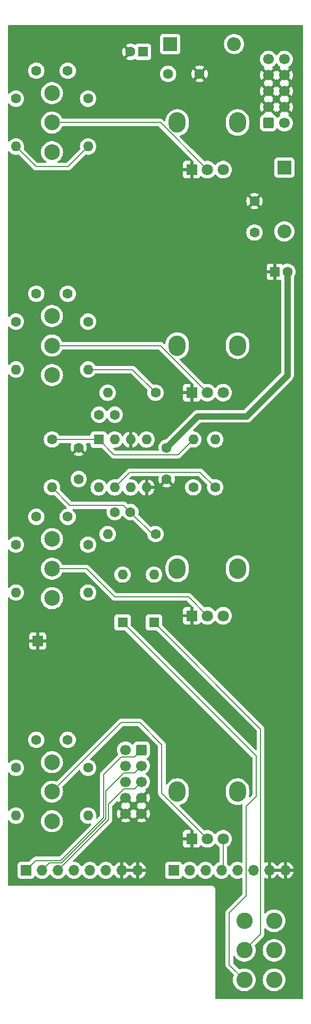
<source format=gtl>
%TF.GenerationSoftware,KiCad,Pcbnew,8.0.5*%
%TF.CreationDate,2024-12-03T21:36:34+01:00*%
%TF.ProjectId,DMH_Mixer_PCB,444d485f-4d69-4786-9572-5f5043422e6b,1*%
%TF.SameCoordinates,Original*%
%TF.FileFunction,Copper,L1,Top*%
%TF.FilePolarity,Positive*%
%FSLAX46Y46*%
G04 Gerber Fmt 4.6, Leading zero omitted, Abs format (unit mm)*
G04 Created by KiCad (PCBNEW 8.0.5) date 2024-12-03 21:36:34*
%MOMM*%
%LPD*%
G01*
G04 APERTURE LIST*
G04 Aperture macros list*
%AMRoundRect*
0 Rectangle with rounded corners*
0 $1 Rounding radius*
0 $2 $3 $4 $5 $6 $7 $8 $9 X,Y pos of 4 corners*
0 Add a 4 corners polygon primitive as box body*
4,1,4,$2,$3,$4,$5,$6,$7,$8,$9,$2,$3,0*
0 Add four circle primitives for the rounded corners*
1,1,$1+$1,$2,$3*
1,1,$1+$1,$4,$5*
1,1,$1+$1,$6,$7*
1,1,$1+$1,$8,$9*
0 Add four rect primitives between the rounded corners*
20,1,$1+$1,$2,$3,$4,$5,0*
20,1,$1+$1,$4,$5,$6,$7,0*
20,1,$1+$1,$6,$7,$8,$9,0*
20,1,$1+$1,$8,$9,$2,$3,0*%
G04 Aperture macros list end*
%TA.AperFunction,ComponentPad*%
%ADD10O,2.720000X3.240000*%
%TD*%
%TA.AperFunction,ComponentPad*%
%ADD11R,1.800000X1.800000*%
%TD*%
%TA.AperFunction,ComponentPad*%
%ADD12C,1.800000*%
%TD*%
%TA.AperFunction,ComponentPad*%
%ADD13C,2.500000*%
%TD*%
%TA.AperFunction,ComponentPad*%
%ADD14C,2.600000*%
%TD*%
%TA.AperFunction,ComponentPad*%
%ADD15R,1.700000X1.700000*%
%TD*%
%TA.AperFunction,ComponentPad*%
%ADD16R,1.600000X1.600000*%
%TD*%
%TA.AperFunction,ComponentPad*%
%ADD17O,1.600000X1.600000*%
%TD*%
%TA.AperFunction,ComponentPad*%
%ADD18RoundRect,0.250000X0.600000X0.600000X-0.600000X0.600000X-0.600000X-0.600000X0.600000X-0.600000X0*%
%TD*%
%TA.AperFunction,ComponentPad*%
%ADD19C,1.700000*%
%TD*%
%TA.AperFunction,ComponentPad*%
%ADD20R,2.200000X2.200000*%
%TD*%
%TA.AperFunction,ComponentPad*%
%ADD21O,2.200000X2.200000*%
%TD*%
%TA.AperFunction,ComponentPad*%
%ADD22C,1.600000*%
%TD*%
%TA.AperFunction,ComponentPad*%
%ADD23RoundRect,0.250000X-0.600000X-0.600000X0.600000X-0.600000X0.600000X0.600000X-0.600000X0.600000X0*%
%TD*%
%TA.AperFunction,ComponentPad*%
%ADD24O,1.700000X1.700000*%
%TD*%
%TA.AperFunction,Conductor*%
%ADD25C,1.000000*%
%TD*%
%TA.AperFunction,Conductor*%
%ADD26C,0.200000*%
%TD*%
G04 APERTURE END LIST*
D10*
%TO.P,RV4,*%
%TO.N,*%
X78450000Y-165000000D03*
X88050000Y-165000000D03*
D11*
%TO.P,RV4,1,1*%
%TO.N,GND*%
X80750000Y-172500000D03*
D12*
%TO.P,RV4,2,2*%
%TO.N,Net-(SW4-B)*%
X83250000Y-172500000D03*
%TO.P,RV4,3,3*%
%TO.N,/Core Circuit/Input 4*%
X85750000Y-172500000D03*
%TD*%
D13*
%TO.P,SW2,1,C*%
%TO.N,Net-(SW2-C)*%
X58500000Y-98700000D03*
%TO.P,SW2,2,B*%
%TO.N,Net-(SW2-B)*%
X58500000Y-94000000D03*
%TO.P,SW2,3,A*%
%TO.N,Net-(SW2-A)*%
X58500000Y-89300000D03*
%TD*%
%TO.P,SW3,1,C*%
%TO.N,Net-(SW3-C)*%
X58500000Y-134200000D03*
%TO.P,SW3,2,B*%
%TO.N,Net-(SW3-B)*%
X58500000Y-129500000D03*
%TO.P,SW3,3,A*%
%TO.N,Net-(SW3-A)*%
X58500000Y-124800000D03*
%TD*%
%TO.P,SW1,1,C*%
%TO.N,Net-(SW1-C)*%
X58500000Y-63200000D03*
%TO.P,SW1,2,B*%
%TO.N,Net-(SW1-B)*%
X58500000Y-58500000D03*
%TO.P,SW1,3,A*%
%TO.N,Net-(SW1-A)*%
X58500000Y-53800000D03*
%TD*%
%TO.P,SW4,1,C*%
%TO.N,Net-(SW4-C)*%
X58500000Y-169700000D03*
%TO.P,SW4,2,B*%
%TO.N,Net-(SW4-B)*%
X58500000Y-165000000D03*
%TO.P,SW4,3,A*%
%TO.N,Net-(SW4-A)*%
X58500000Y-160300000D03*
%TD*%
D14*
%TO.P,SW5,1,A*%
%TO.N,Net-(D3-K)*%
X89125000Y-194950000D03*
%TO.P,SW5,2,B*%
%TO.N,Net-(D4-K)*%
X89125000Y-190250000D03*
%TO.P,SW5,3,C*%
%TO.N,unconnected-(SW5-C-Pad3)*%
X89125000Y-185550000D03*
%TO.P,SW5,4,A*%
%TO.N,Net-(U1B--)*%
X93875000Y-194950000D03*
%TO.P,SW5,5,B*%
%TO.N,Net-(R11-Pad1)*%
X93875000Y-190250000D03*
%TO.P,SW5,6,C*%
%TO.N,unconnected-(SW5-C-Pad6)*%
X93875000Y-185550000D03*
%TD*%
D10*
%TO.P,RV2,*%
%TO.N,*%
X78450000Y-94000000D03*
X88050000Y-94000000D03*
D11*
%TO.P,RV2,1,1*%
%TO.N,GND*%
X80750000Y-101500000D03*
D12*
%TO.P,RV2,2,2*%
%TO.N,Net-(SW2-B)*%
X83250000Y-101500000D03*
%TO.P,RV2,3,3*%
%TO.N,/Core Circuit/Input 2*%
X85750000Y-101500000D03*
%TD*%
D15*
%TO.P,J0,1,Pin_1*%
%TO.N,GND*%
X56250000Y-141000000D03*
%TD*%
D10*
%TO.P,RV3,*%
%TO.N,*%
X78450000Y-129500000D03*
X88050000Y-129500000D03*
D11*
%TO.P,RV3,1,1*%
%TO.N,GND*%
X80750000Y-137000000D03*
D12*
%TO.P,RV3,2,2*%
%TO.N,Net-(SW3-B)*%
X83250000Y-137000000D03*
%TO.P,RV3,3,3*%
%TO.N,/Core Circuit/Input 3*%
X85750000Y-137000000D03*
%TD*%
D10*
%TO.P,RV1,*%
%TO.N,*%
X78450000Y-58500000D03*
X88050000Y-58500000D03*
D11*
%TO.P,RV1,1,1*%
%TO.N,GND*%
X80750000Y-66000000D03*
D12*
%TO.P,RV1,2,2*%
%TO.N,Net-(SW1-B)*%
X83250000Y-66000000D03*
%TO.P,RV1,3,3*%
%TO.N,/Core Circuit/Input 1*%
X85750000Y-66000000D03*
%TD*%
D16*
%TO.P,D4,1,K*%
%TO.N,Net-(D4-K)*%
X74750000Y-138060000D03*
D17*
%TO.P,D4,2,A*%
%TO.N,Net-(D4-A)*%
X74750000Y-130440000D03*
%TD*%
D18*
%TO.P,J200,1,Pin_1*%
%TO.N,Net-(J200-Pin_1)*%
X72752500Y-158340000D03*
D19*
%TO.P,J200,2,Pin_2*%
%TO.N,Net-(J200-Pin_2)*%
X72752500Y-160880000D03*
%TO.P,J200,3,Pin_3*%
%TO.N,Net-(J200-Pin_3)*%
X72752500Y-163420000D03*
%TO.P,J200,4,Pin_4*%
%TO.N,GND*%
X72752500Y-165960000D03*
%TO.P,J200,5,Pin_5*%
X72752500Y-168500000D03*
%TO.P,J200,6,Pin_6*%
%TO.N,Net-(J200-Pin_6)*%
X70212500Y-158340000D03*
%TO.P,J200,7,Pin_7*%
%TO.N,Net-(J200-Pin_7)*%
X70212500Y-160880000D03*
%TO.P,J200,8,Pin_8*%
%TO.N,unconnected-(J200-Pin_8-Pad8)*%
X70212500Y-163420000D03*
%TO.P,J200,9,Pin_9*%
%TO.N,GND*%
X70212500Y-165960000D03*
%TO.P,J200,10,Pin_10*%
X70212500Y-168500000D03*
%TD*%
D20*
%TO.P,D1,1,K*%
%TO.N,+12V*%
X77340000Y-46000000D03*
D21*
%TO.P,D1,2,A*%
%TO.N,Net-(D1-A)*%
X87500000Y-46000000D03*
%TD*%
D22*
%TO.P,R7,1*%
%TO.N,Net-(SW4-A)*%
X64250000Y-161190000D03*
D17*
%TO.P,R7,2*%
%TO.N,Net-(D3-A)*%
X64250000Y-168810000D03*
%TD*%
D22*
%TO.P,C12,1*%
%TO.N,Net-(U1B--)*%
X71000000Y-120500000D03*
%TO.P,C12,2*%
%TO.N,Net-(C12-Pad2)*%
X68500000Y-120500000D03*
%TD*%
D23*
%TO.P,J100,1a,Pin_1a*%
%TO.N,Net-(D2-K)*%
X92960000Y-58580000D03*
D19*
%TO.P,J100,1b,Pin_1b*%
X95500000Y-58580000D03*
%TO.P,J100,2a,Pin_2a*%
%TO.N,GND*%
X92960000Y-56040000D03*
%TO.P,J100,2b,Pin_2b*%
X95500000Y-56040000D03*
%TO.P,J100,3a,Pin_3a*%
X92960000Y-53500000D03*
%TO.P,J100,3b,Pin_3b*%
X95500000Y-53500000D03*
%TO.P,J100,4a,Pin_4a*%
X92960000Y-50960000D03*
%TO.P,J100,4b,Pin_4b*%
X95500000Y-50960000D03*
%TO.P,J100,5a,Pin_5a*%
%TO.N,Net-(D1-A)*%
X92960000Y-48420000D03*
%TO.P,J100,5b,Pin_5b*%
X95500000Y-48420000D03*
%TD*%
D20*
%TO.P,D2,1,K*%
%TO.N,Net-(D2-K)*%
X95500000Y-65670000D03*
D21*
%TO.P,D2,2,A*%
%TO.N,-12V*%
X95500000Y-75830000D03*
%TD*%
D15*
%TO.P,J50,1,Pin_1*%
%TO.N,/Core Circuit/Input 1*%
X77875000Y-177500000D03*
D24*
%TO.P,J50,2,Pin_2*%
%TO.N,/Core Circuit/Input 2*%
X80415000Y-177500000D03*
%TO.P,J50,3,Pin_3*%
%TO.N,/Core Circuit/Input 3*%
X82955000Y-177500000D03*
%TO.P,J50,4,Pin_4*%
%TO.N,/Core Circuit/Input 4*%
X85495000Y-177500000D03*
%TO.P,J50,5,Pin_5*%
%TO.N,/Core Circuit/Output*%
X88035000Y-177500000D03*
%TO.P,J50,6,Pin_6*%
%TO.N,unconnected-(J50-Pin_6-Pad6)*%
X90575000Y-177500000D03*
%TO.P,J50,7,Pin_7*%
%TO.N,GND*%
X93115000Y-177500000D03*
%TO.P,J50,8,Pin_8*%
X95655000Y-177500000D03*
%TD*%
D22*
%TO.P,R8,1*%
%TO.N,Net-(C10-Pad2)*%
X52750000Y-161190000D03*
D17*
%TO.P,R8,2*%
%TO.N,Net-(D3-A)*%
X52750000Y-168810000D03*
%TD*%
D22*
%TO.P,R9,1*%
%TO.N,Net-(D3-A)*%
X75000000Y-101500000D03*
D17*
%TO.P,R9,2*%
%TO.N,Net-(D4-A)*%
X67380000Y-101500000D03*
%TD*%
D22*
%TO.P,R12,1*%
%TO.N,Net-(U1B--)*%
X75000000Y-124000000D03*
D17*
%TO.P,R12,2*%
%TO.N,Net-(C12-Pad2)*%
X67380000Y-124000000D03*
%TD*%
D22*
%TO.P,R13,1*%
%TO.N,Net-(C12-Pad2)*%
X84500000Y-116560000D03*
D17*
%TO.P,R13,2*%
%TO.N,/Core Circuit/Output*%
X84500000Y-108940000D03*
%TD*%
D22*
%TO.P,R4,1*%
%TO.N,Net-(C8-Pad2)*%
X52750000Y-90190000D03*
D17*
%TO.P,R4,2*%
%TO.N,Net-(D3-A)*%
X52750000Y-97810000D03*
%TD*%
D22*
%TO.P,R1,1*%
%TO.N,Net-(SW1-A)*%
X64250000Y-54690000D03*
D17*
%TO.P,R1,2*%
%TO.N,Net-(D3-A)*%
X64250000Y-62310000D03*
%TD*%
D22*
%TO.P,C10,1*%
%TO.N,Net-(SW4-C)*%
X61000000Y-156750000D03*
%TO.P,C10,2*%
%TO.N,Net-(C10-Pad2)*%
X56000000Y-156750000D03*
%TD*%
%TO.P,C8,1*%
%TO.N,Net-(SW2-C)*%
X61000000Y-85750000D03*
%TO.P,C8,2*%
%TO.N,Net-(C8-Pad2)*%
X56000000Y-85750000D03*
%TD*%
%TO.P,R5,1*%
%TO.N,Net-(SW3-A)*%
X64250000Y-125690000D03*
D17*
%TO.P,R5,2*%
%TO.N,Net-(D3-A)*%
X64250000Y-133310000D03*
%TD*%
D22*
%TO.P,R2,1*%
%TO.N,Net-(C7-Pad2)*%
X52750000Y-54690000D03*
D17*
%TO.P,R2,2*%
%TO.N,Net-(D3-A)*%
X52750000Y-62310000D03*
%TD*%
D16*
%TO.P,D3,1,K*%
%TO.N,Net-(D3-K)*%
X69750000Y-138060000D03*
D17*
%TO.P,D3,2,A*%
%TO.N,Net-(D3-A)*%
X69750000Y-130440000D03*
%TD*%
D16*
%TO.P,C1,1*%
%TO.N,+12V*%
X73000000Y-47250000D03*
D22*
%TO.P,C1,2*%
%TO.N,GND*%
X71000000Y-47250000D03*
%TD*%
%TO.P,R10,1*%
%TO.N,Net-(D4-A)*%
X58500000Y-108940000D03*
D17*
%TO.P,R10,2*%
%TO.N,Net-(U1B--)*%
X58500000Y-116560000D03*
%TD*%
D22*
%TO.P,R3,1*%
%TO.N,Net-(SW2-A)*%
X64250000Y-90190000D03*
D17*
%TO.P,R3,2*%
%TO.N,Net-(D3-A)*%
X64250000Y-97810000D03*
%TD*%
D22*
%TO.P,C3,1*%
%TO.N,+12V*%
X77000000Y-50750000D03*
%TO.P,C3,2*%
%TO.N,GND*%
X82000000Y-50750000D03*
%TD*%
%TO.P,R11,1*%
%TO.N,Net-(R11-Pad1)*%
X81000000Y-116560000D03*
D17*
%TO.P,R11,2*%
%TO.N,Net-(D4-A)*%
X81000000Y-108940000D03*
%TD*%
D22*
%TO.P,C6,1*%
%TO.N,GND*%
X76750000Y-115250000D03*
%TO.P,C6,2*%
%TO.N,-12V*%
X76750000Y-110250000D03*
%TD*%
%TO.P,C4,1*%
%TO.N,GND*%
X90750000Y-71000000D03*
%TO.P,C4,2*%
%TO.N,-12V*%
X90750000Y-76000000D03*
%TD*%
%TO.P,C11,1*%
%TO.N,Net-(D3-A)*%
X68500000Y-105000000D03*
%TO.P,C11,2*%
%TO.N,Net-(D4-A)*%
X66000000Y-105000000D03*
%TD*%
%TO.P,R6,1*%
%TO.N,Net-(C9-Pad2)*%
X52750000Y-125690000D03*
D17*
%TO.P,R6,2*%
%TO.N,Net-(D3-A)*%
X52750000Y-133310000D03*
%TD*%
D16*
%TO.P,U1,1*%
%TO.N,Net-(D4-A)*%
X65950000Y-108950000D03*
D17*
%TO.P,U1,2,-*%
%TO.N,Net-(D3-A)*%
X68490000Y-108950000D03*
%TO.P,U1,3,+*%
%TO.N,GND*%
X71030000Y-108950000D03*
%TO.P,U1,4,V-*%
%TO.N,-12V*%
X73570000Y-108950000D03*
%TO.P,U1,5,+*%
%TO.N,GND*%
X73570000Y-116570000D03*
%TO.P,U1,6,-*%
%TO.N,Net-(U1B--)*%
X71030000Y-116570000D03*
%TO.P,U1,7*%
%TO.N,Net-(C12-Pad2)*%
X68490000Y-116570000D03*
%TO.P,U1,8,V+*%
%TO.N,+12V*%
X65950000Y-116570000D03*
%TD*%
D15*
%TO.P,J60,1,Pin_1*%
%TO.N,Net-(J200-Pin_1)*%
X54380000Y-177500000D03*
D24*
%TO.P,J60,2,Pin_2*%
%TO.N,Net-(J200-Pin_2)*%
X56920000Y-177500000D03*
%TO.P,J60,3,Pin_3*%
%TO.N,Net-(J200-Pin_3)*%
X59460000Y-177500000D03*
%TO.P,J60,4,Pin_4*%
%TO.N,Net-(J200-Pin_6)*%
X62000000Y-177500000D03*
%TO.P,J60,5,Pin_5*%
%TO.N,Net-(J200-Pin_7)*%
X64540000Y-177500000D03*
%TO.P,J60,6,Pin_6*%
%TO.N,unconnected-(J60-Pin_6-Pad6)*%
X67080000Y-177500000D03*
%TO.P,J60,7,Pin_7*%
%TO.N,GND*%
X69620000Y-177500000D03*
%TO.P,J60,8,Pin_8*%
X72160000Y-177500000D03*
%TD*%
D22*
%TO.P,C5,1*%
%TO.N,+12V*%
X62750000Y-115250000D03*
%TO.P,C5,2*%
%TO.N,GND*%
X62750000Y-110250000D03*
%TD*%
%TO.P,C9,1*%
%TO.N,Net-(SW3-C)*%
X61000000Y-121250000D03*
%TO.P,C9,2*%
%TO.N,Net-(C9-Pad2)*%
X56000000Y-121250000D03*
%TD*%
%TO.P,C7,1*%
%TO.N,Net-(SW1-C)*%
X61000000Y-50250000D03*
%TO.P,C7,2*%
%TO.N,Net-(C7-Pad2)*%
X56000000Y-50250000D03*
%TD*%
D16*
%TO.P,C2,1*%
%TO.N,GND*%
X94000000Y-82250000D03*
D22*
%TO.P,C2,2*%
%TO.N,-12V*%
X96000000Y-82250000D03*
%TD*%
D25*
%TO.N,-12V*%
X76750000Y-110250000D02*
X81750000Y-105250000D01*
X89500000Y-105250000D02*
X96000000Y-98750000D01*
X81750000Y-105250000D02*
X89500000Y-105250000D01*
X96000000Y-98750000D02*
X96000000Y-82250000D01*
D26*
%TO.N,Net-(D4-K)*%
X91725000Y-155035000D02*
X91725000Y-187650000D01*
X91725000Y-187650000D02*
X89125000Y-190250000D01*
X74750000Y-138060000D02*
X91725000Y-155035000D01*
%TO.N,Net-(D4-A)*%
X78590000Y-111350000D02*
X81000000Y-108940000D01*
X68350000Y-111350000D02*
X78590000Y-111350000D01*
X58500000Y-108940000D02*
X65940000Y-108940000D01*
X65940000Y-108940000D02*
X65950000Y-108950000D01*
X65950000Y-108950000D02*
X68350000Y-111350000D01*
%TO.N,Net-(D3-A)*%
X71310000Y-97810000D02*
X75000000Y-101500000D01*
X52750000Y-62310000D02*
X55940000Y-65500000D01*
X55940000Y-65500000D02*
X61060000Y-65500000D01*
X61060000Y-65500000D02*
X64250000Y-62310000D01*
X64250000Y-97810000D02*
X71310000Y-97810000D01*
%TO.N,Net-(U1B--)*%
X74500000Y-124000000D02*
X75000000Y-124000000D01*
X69900000Y-119400000D02*
X71000000Y-120500000D01*
X61340000Y-119400000D02*
X69900000Y-119400000D01*
X71000000Y-120500000D02*
X74500000Y-124000000D01*
X58500000Y-116560000D02*
X61340000Y-119400000D01*
%TO.N,/Core Circuit/Input 4*%
X85750000Y-172500000D02*
X85750000Y-177245000D01*
X85750000Y-177245000D02*
X85495000Y-177500000D01*
%TO.N,Net-(C12-Pad2)*%
X68490000Y-116570000D02*
X70910000Y-114150000D01*
X70910000Y-114150000D02*
X82090000Y-114150000D01*
X82090000Y-114150000D02*
X84500000Y-116560000D01*
%TO.N,Net-(J200-Pin_3)*%
X59460000Y-177500000D02*
X67500000Y-169460000D01*
X67500000Y-169460000D02*
X67500000Y-167046154D01*
X71602500Y-164570000D02*
X72752500Y-163420000D01*
X69976154Y-164570000D02*
X71602500Y-164570000D01*
X67500000Y-167046154D02*
X69976154Y-164570000D01*
%TO.N,Net-(J200-Pin_1)*%
X59878628Y-175950000D02*
X66700000Y-169128628D01*
X71602500Y-159490000D02*
X72752500Y-158340000D01*
X66700000Y-169128628D02*
X66700000Y-162300000D01*
X66700000Y-162300000D02*
X69510000Y-159490000D01*
X54380000Y-177500000D02*
X55930000Y-175950000D01*
X69510000Y-159490000D02*
X71602500Y-159490000D01*
X55930000Y-175950000D02*
X59878628Y-175950000D01*
%TO.N,Net-(J200-Pin_2)*%
X71602500Y-162030000D02*
X72752500Y-160880000D01*
X67100000Y-169294314D02*
X67100000Y-164906154D01*
X58070000Y-176350000D02*
X60044314Y-176350000D01*
X69976154Y-162030000D02*
X71602500Y-162030000D01*
X56920000Y-177500000D02*
X58070000Y-176350000D01*
X60044314Y-176350000D02*
X67100000Y-169294314D01*
X67100000Y-164906154D02*
X69976154Y-162030000D01*
%TO.N,Net-(SW1-B)*%
X58500000Y-58500000D02*
X75750000Y-58500000D01*
X75750000Y-58500000D02*
X83250000Y-66000000D01*
%TO.N,Net-(SW2-B)*%
X58500000Y-94000000D02*
X75750000Y-94000000D01*
X75750000Y-94000000D02*
X83250000Y-101500000D01*
%TO.N,Net-(SW3-B)*%
X58500000Y-129500000D02*
X64000000Y-129500000D01*
X68500000Y-134000000D02*
X80250000Y-134000000D01*
X64000000Y-129500000D02*
X68500000Y-134000000D01*
X80250000Y-134000000D02*
X83250000Y-137000000D01*
%TO.N,Net-(SW4-B)*%
X76000000Y-165250000D02*
X83250000Y-172500000D01*
X72500000Y-154000000D02*
X76000000Y-157500000D01*
X58500000Y-165000000D02*
X69500000Y-154000000D01*
X76000000Y-157500000D02*
X76000000Y-165250000D01*
X69500000Y-154000000D02*
X72500000Y-154000000D01*
%TO.N,Net-(D3-K)*%
X91000000Y-165750000D02*
X89425000Y-167325000D01*
X86750000Y-184250000D02*
X86750000Y-192575000D01*
X89425000Y-181575000D02*
X86750000Y-184250000D01*
X86750000Y-192575000D02*
X89125000Y-194950000D01*
X91000000Y-159310000D02*
X91000000Y-165750000D01*
X89425000Y-167325000D02*
X89425000Y-181575000D01*
X69750000Y-138060000D02*
X91000000Y-159310000D01*
%TD*%
%TA.AperFunction,Conductor*%
%TO.N,GND*%
G36*
X95189075Y-177307007D02*
G01*
X95155000Y-177434174D01*
X95155000Y-177565826D01*
X95189075Y-177692993D01*
X95221988Y-177750000D01*
X93548012Y-177750000D01*
X93580925Y-177692993D01*
X93615000Y-177565826D01*
X93615000Y-177434174D01*
X93580925Y-177307007D01*
X93548012Y-177250000D01*
X95221988Y-177250000D01*
X95189075Y-177307007D01*
G37*
%TD.AperFunction*%
%TA.AperFunction,Conductor*%
G36*
X71694075Y-177307007D02*
G01*
X71660000Y-177434174D01*
X71660000Y-177565826D01*
X71694075Y-177692993D01*
X71726988Y-177750000D01*
X70053012Y-177750000D01*
X70085925Y-177692993D01*
X70120000Y-177565826D01*
X70120000Y-177434174D01*
X70085925Y-177307007D01*
X70053012Y-177250000D01*
X71726988Y-177250000D01*
X71694075Y-177307007D01*
G37*
%TD.AperFunction*%
%TA.AperFunction,Conductor*%
G36*
X72286575Y-166152993D02*
G01*
X72352401Y-166267007D01*
X72445493Y-166360099D01*
X72559507Y-166425925D01*
X72623090Y-166442962D01*
X71991125Y-167074925D01*
X72067531Y-167128425D01*
X72111155Y-167183002D01*
X72118348Y-167252501D01*
X72086826Y-167314855D01*
X72067529Y-167331576D01*
X71991125Y-167385072D01*
X72623090Y-168017037D01*
X72559507Y-168034075D01*
X72445493Y-168099901D01*
X72352401Y-168192993D01*
X72286575Y-168307007D01*
X72269537Y-168370590D01*
X71637572Y-167738625D01*
X71637572Y-167738626D01*
X71584074Y-167815030D01*
X71529498Y-167858655D01*
X71459999Y-167865849D01*
X71397644Y-167834326D01*
X71380924Y-167815030D01*
X71327425Y-167738626D01*
X71327425Y-167738625D01*
X70695462Y-168370589D01*
X70678425Y-168307007D01*
X70612599Y-168192993D01*
X70519507Y-168099901D01*
X70405493Y-168034075D01*
X70341910Y-168017037D01*
X70973873Y-167385073D01*
X70897469Y-167331576D01*
X70853844Y-167276999D01*
X70846650Y-167207501D01*
X70878172Y-167145146D01*
X70897468Y-167128425D01*
X70973873Y-167074925D01*
X70341909Y-166442962D01*
X70405493Y-166425925D01*
X70519507Y-166360099D01*
X70612599Y-166267007D01*
X70678425Y-166152993D01*
X70695462Y-166089410D01*
X71327425Y-166721373D01*
X71380925Y-166644968D01*
X71435502Y-166601344D01*
X71505001Y-166594151D01*
X71567355Y-166625673D01*
X71584076Y-166644969D01*
X71637573Y-166721372D01*
X72269537Y-166089408D01*
X72286575Y-166152993D01*
G37*
%TD.AperFunction*%
%TA.AperFunction,Conductor*%
G36*
X95034075Y-56232993D02*
G01*
X95099901Y-56347007D01*
X95192993Y-56440099D01*
X95307007Y-56505925D01*
X95370590Y-56522962D01*
X94738625Y-57154925D01*
X94814594Y-57208119D01*
X94858219Y-57262696D01*
X94865413Y-57332194D01*
X94833890Y-57394549D01*
X94814595Y-57411269D01*
X94628594Y-57541508D01*
X94461503Y-57708599D01*
X94460349Y-57709975D01*
X94459688Y-57710414D01*
X94457676Y-57712427D01*
X94457271Y-57712022D01*
X94402173Y-57748671D01*
X94332312Y-57749772D01*
X94272946Y-57712928D01*
X94247663Y-57669265D01*
X94244814Y-57660666D01*
X94152712Y-57511344D01*
X94028656Y-57387288D01*
X93879334Y-57295186D01*
X93806966Y-57271205D01*
X93749522Y-57231433D01*
X93722699Y-57166917D01*
X93722585Y-57156137D01*
X93089409Y-56522962D01*
X93152993Y-56505925D01*
X93267007Y-56440099D01*
X93360099Y-56347007D01*
X93425925Y-56232993D01*
X93442962Y-56169410D01*
X94074925Y-56801373D01*
X94128425Y-56724968D01*
X94183002Y-56681344D01*
X94252501Y-56674151D01*
X94314855Y-56705673D01*
X94331576Y-56724969D01*
X94385073Y-56801372D01*
X95017037Y-56169409D01*
X95034075Y-56232993D01*
G37*
%TD.AperFunction*%
%TA.AperFunction,Conductor*%
G36*
X95034075Y-53692993D02*
G01*
X95099901Y-53807007D01*
X95192993Y-53900099D01*
X95307007Y-53965925D01*
X95370590Y-53982962D01*
X94738625Y-54614925D01*
X94815031Y-54668425D01*
X94858655Y-54723002D01*
X94865848Y-54792501D01*
X94834326Y-54854855D01*
X94815029Y-54871576D01*
X94738625Y-54925072D01*
X95370590Y-55557037D01*
X95307007Y-55574075D01*
X95192993Y-55639901D01*
X95099901Y-55732993D01*
X95034075Y-55847007D01*
X95017037Y-55910590D01*
X94385072Y-55278625D01*
X94385072Y-55278626D01*
X94331574Y-55355030D01*
X94276998Y-55398655D01*
X94207499Y-55405849D01*
X94145144Y-55374326D01*
X94128424Y-55355030D01*
X94074925Y-55278626D01*
X94074925Y-55278625D01*
X93442962Y-55910589D01*
X93425925Y-55847007D01*
X93360099Y-55732993D01*
X93267007Y-55639901D01*
X93152993Y-55574075D01*
X93089410Y-55557037D01*
X93721373Y-54925073D01*
X93644969Y-54871576D01*
X93601344Y-54816999D01*
X93594150Y-54747501D01*
X93625672Y-54685146D01*
X93644968Y-54668425D01*
X93721373Y-54614925D01*
X93089409Y-53982962D01*
X93152993Y-53965925D01*
X93267007Y-53900099D01*
X93360099Y-53807007D01*
X93425925Y-53692993D01*
X93442962Y-53629410D01*
X94074925Y-54261373D01*
X94128425Y-54184968D01*
X94183002Y-54141344D01*
X94252501Y-54134151D01*
X94314855Y-54165673D01*
X94331576Y-54184969D01*
X94385073Y-54261372D01*
X95017037Y-53629409D01*
X95034075Y-53692993D01*
G37*
%TD.AperFunction*%
%TA.AperFunction,Conductor*%
G36*
X95034075Y-51152993D02*
G01*
X95099901Y-51267007D01*
X95192993Y-51360099D01*
X95307007Y-51425925D01*
X95370590Y-51442962D01*
X94738625Y-52074925D01*
X94815031Y-52128425D01*
X94858655Y-52183002D01*
X94865848Y-52252501D01*
X94834326Y-52314855D01*
X94815029Y-52331576D01*
X94738625Y-52385072D01*
X95370590Y-53017037D01*
X95307007Y-53034075D01*
X95192993Y-53099901D01*
X95099901Y-53192993D01*
X95034075Y-53307007D01*
X95017037Y-53370590D01*
X94385072Y-52738625D01*
X94385072Y-52738626D01*
X94331574Y-52815030D01*
X94276998Y-52858655D01*
X94207499Y-52865849D01*
X94145144Y-52834326D01*
X94128424Y-52815030D01*
X94074925Y-52738626D01*
X94074925Y-52738625D01*
X93442962Y-53370589D01*
X93425925Y-53307007D01*
X93360099Y-53192993D01*
X93267007Y-53099901D01*
X93152993Y-53034075D01*
X93089410Y-53017037D01*
X93721373Y-52385073D01*
X93644969Y-52331576D01*
X93601344Y-52276999D01*
X93594150Y-52207501D01*
X93625672Y-52145146D01*
X93644968Y-52128425D01*
X93721373Y-52074925D01*
X93089409Y-51442962D01*
X93152993Y-51425925D01*
X93267007Y-51360099D01*
X93360099Y-51267007D01*
X93425925Y-51152993D01*
X93442962Y-51089410D01*
X94074925Y-51721373D01*
X94128425Y-51644968D01*
X94183002Y-51601344D01*
X94252501Y-51594151D01*
X94314855Y-51625673D01*
X94331576Y-51644969D01*
X94385073Y-51721372D01*
X95017037Y-51089409D01*
X95034075Y-51152993D01*
G37*
%TD.AperFunction*%
%TA.AperFunction,Conductor*%
G36*
X94314855Y-49086546D02*
G01*
X94331575Y-49105842D01*
X94461500Y-49291395D01*
X94461505Y-49291401D01*
X94628599Y-49458495D01*
X94814594Y-49588730D01*
X94858218Y-49643307D01*
X94865411Y-49712806D01*
X94833889Y-49775160D01*
X94814593Y-49791880D01*
X94738626Y-49845072D01*
X94738625Y-49845072D01*
X95370590Y-50477037D01*
X95307007Y-50494075D01*
X95192993Y-50559901D01*
X95099901Y-50652993D01*
X95034075Y-50767007D01*
X95017037Y-50830590D01*
X94385072Y-50198625D01*
X94385072Y-50198626D01*
X94331574Y-50275030D01*
X94276998Y-50318655D01*
X94207499Y-50325849D01*
X94145144Y-50294326D01*
X94128424Y-50275030D01*
X94074925Y-50198626D01*
X94074925Y-50198625D01*
X93442962Y-50830589D01*
X93425925Y-50767007D01*
X93360099Y-50652993D01*
X93267007Y-50559901D01*
X93152993Y-50494075D01*
X93089410Y-50477037D01*
X93721373Y-49845073D01*
X93721373Y-49845072D01*
X93645405Y-49791880D01*
X93601780Y-49737304D01*
X93594586Y-49667805D01*
X93626108Y-49605451D01*
X93645399Y-49588734D01*
X93831401Y-49458495D01*
X93998495Y-49291401D01*
X94128425Y-49105842D01*
X94183002Y-49062217D01*
X94252500Y-49055023D01*
X94314855Y-49086546D01*
G37*
%TD.AperFunction*%
%TA.AperFunction,Conductor*%
G36*
X98442539Y-43020185D02*
G01*
X98488294Y-43072989D01*
X98499500Y-43124500D01*
X98499500Y-197875500D01*
X98479815Y-197942539D01*
X98427011Y-197988294D01*
X98375500Y-197999500D01*
X84624500Y-197999500D01*
X84557461Y-197979815D01*
X84511706Y-197927011D01*
X84500500Y-197875500D01*
X84500500Y-180434110D01*
X84500500Y-180434108D01*
X84466392Y-180306814D01*
X84400500Y-180192686D01*
X84307314Y-180099500D01*
X84250250Y-180066554D01*
X84193187Y-180033608D01*
X84129539Y-180016554D01*
X84065892Y-179999500D01*
X84065891Y-179999500D01*
X51624500Y-179999500D01*
X51557461Y-179979815D01*
X51511706Y-179927011D01*
X51500500Y-179875500D01*
X51500500Y-176602135D01*
X53029500Y-176602135D01*
X53029500Y-178397870D01*
X53029501Y-178397876D01*
X53035908Y-178457483D01*
X53086202Y-178592328D01*
X53086206Y-178592335D01*
X53172452Y-178707544D01*
X53172455Y-178707547D01*
X53287664Y-178793793D01*
X53287671Y-178793797D01*
X53422517Y-178844091D01*
X53422516Y-178844091D01*
X53429444Y-178844835D01*
X53482127Y-178850500D01*
X55277872Y-178850499D01*
X55337483Y-178844091D01*
X55472331Y-178793796D01*
X55587546Y-178707546D01*
X55673796Y-178592331D01*
X55722810Y-178460916D01*
X55764681Y-178404984D01*
X55830145Y-178380566D01*
X55898418Y-178395417D01*
X55926673Y-178416569D01*
X56048599Y-178538495D01*
X56130499Y-178595842D01*
X56242165Y-178674032D01*
X56242167Y-178674033D01*
X56242170Y-178674035D01*
X56456337Y-178773903D01*
X56684592Y-178835063D01*
X56861034Y-178850500D01*
X56919999Y-178855659D01*
X56920000Y-178855659D01*
X56920001Y-178855659D01*
X56978966Y-178850500D01*
X57155408Y-178835063D01*
X57383663Y-178773903D01*
X57597830Y-178674035D01*
X57791401Y-178538495D01*
X57958495Y-178371401D01*
X58088425Y-178185842D01*
X58143002Y-178142217D01*
X58212500Y-178135023D01*
X58274855Y-178166546D01*
X58291575Y-178185842D01*
X58421281Y-178371082D01*
X58421505Y-178371401D01*
X58588599Y-178538495D01*
X58670499Y-178595842D01*
X58782165Y-178674032D01*
X58782167Y-178674033D01*
X58782170Y-178674035D01*
X58996337Y-178773903D01*
X59224592Y-178835063D01*
X59401034Y-178850500D01*
X59459999Y-178855659D01*
X59460000Y-178855659D01*
X59460001Y-178855659D01*
X59518966Y-178850500D01*
X59695408Y-178835063D01*
X59923663Y-178773903D01*
X60137830Y-178674035D01*
X60331401Y-178538495D01*
X60498495Y-178371401D01*
X60628425Y-178185842D01*
X60683002Y-178142217D01*
X60752500Y-178135023D01*
X60814855Y-178166546D01*
X60831575Y-178185842D01*
X60961281Y-178371082D01*
X60961505Y-178371401D01*
X61128599Y-178538495D01*
X61210499Y-178595842D01*
X61322165Y-178674032D01*
X61322167Y-178674033D01*
X61322170Y-178674035D01*
X61536337Y-178773903D01*
X61764592Y-178835063D01*
X61941034Y-178850500D01*
X61999999Y-178855659D01*
X62000000Y-178855659D01*
X62000001Y-178855659D01*
X62058966Y-178850500D01*
X62235408Y-178835063D01*
X62463663Y-178773903D01*
X62677830Y-178674035D01*
X62871401Y-178538495D01*
X63038495Y-178371401D01*
X63168425Y-178185842D01*
X63223002Y-178142217D01*
X63292500Y-178135023D01*
X63354855Y-178166546D01*
X63371575Y-178185842D01*
X63501281Y-178371082D01*
X63501505Y-178371401D01*
X63668599Y-178538495D01*
X63750499Y-178595842D01*
X63862165Y-178674032D01*
X63862167Y-178674033D01*
X63862170Y-178674035D01*
X64076337Y-178773903D01*
X64304592Y-178835063D01*
X64481034Y-178850500D01*
X64539999Y-178855659D01*
X64540000Y-178855659D01*
X64540001Y-178855659D01*
X64598966Y-178850500D01*
X64775408Y-178835063D01*
X65003663Y-178773903D01*
X65217830Y-178674035D01*
X65411401Y-178538495D01*
X65578495Y-178371401D01*
X65708425Y-178185842D01*
X65763002Y-178142217D01*
X65832500Y-178135023D01*
X65894855Y-178166546D01*
X65911575Y-178185842D01*
X66041281Y-178371082D01*
X66041505Y-178371401D01*
X66208599Y-178538495D01*
X66290499Y-178595842D01*
X66402165Y-178674032D01*
X66402167Y-178674033D01*
X66402170Y-178674035D01*
X66616337Y-178773903D01*
X66844592Y-178835063D01*
X67021034Y-178850500D01*
X67079999Y-178855659D01*
X67080000Y-178855659D01*
X67080001Y-178855659D01*
X67138966Y-178850500D01*
X67315408Y-178835063D01*
X67543663Y-178773903D01*
X67757830Y-178674035D01*
X67951401Y-178538495D01*
X68118495Y-178371401D01*
X68248730Y-178185405D01*
X68303307Y-178141781D01*
X68372805Y-178134587D01*
X68435160Y-178166110D01*
X68451879Y-178185405D01*
X68581890Y-178371078D01*
X68748917Y-178538105D01*
X68942421Y-178673600D01*
X69156507Y-178773429D01*
X69156516Y-178773433D01*
X69370000Y-178830634D01*
X69370000Y-177933012D01*
X69427007Y-177965925D01*
X69554174Y-178000000D01*
X69685826Y-178000000D01*
X69812993Y-177965925D01*
X69870000Y-177933012D01*
X69870000Y-178830633D01*
X70083483Y-178773433D01*
X70083492Y-178773429D01*
X70297578Y-178673600D01*
X70491082Y-178538105D01*
X70658105Y-178371082D01*
X70788425Y-178184968D01*
X70843002Y-178141344D01*
X70912501Y-178134151D01*
X70974855Y-178165673D01*
X70991575Y-178184968D01*
X71121894Y-178371082D01*
X71288917Y-178538105D01*
X71482421Y-178673600D01*
X71696507Y-178773429D01*
X71696516Y-178773433D01*
X71910000Y-178830634D01*
X71910000Y-177933012D01*
X71967007Y-177965925D01*
X72094174Y-178000000D01*
X72225826Y-178000000D01*
X72352993Y-177965925D01*
X72410000Y-177933012D01*
X72410000Y-178830633D01*
X72623483Y-178773433D01*
X72623492Y-178773429D01*
X72837578Y-178673600D01*
X73031082Y-178538105D01*
X73198105Y-178371082D01*
X73333600Y-178177578D01*
X73433429Y-177963492D01*
X73433432Y-177963486D01*
X73490636Y-177750000D01*
X72593012Y-177750000D01*
X72625925Y-177692993D01*
X72660000Y-177565826D01*
X72660000Y-177434174D01*
X72625925Y-177307007D01*
X72593012Y-177250000D01*
X73490636Y-177250000D01*
X73490635Y-177249999D01*
X73433432Y-177036513D01*
X73433429Y-177036507D01*
X73333600Y-176822422D01*
X73333599Y-176822420D01*
X73198113Y-176628926D01*
X73198108Y-176628920D01*
X73031082Y-176461894D01*
X72837578Y-176326399D01*
X72623492Y-176226570D01*
X72623486Y-176226567D01*
X72410000Y-176169364D01*
X72410000Y-177066988D01*
X72352993Y-177034075D01*
X72225826Y-177000000D01*
X72094174Y-177000000D01*
X71967007Y-177034075D01*
X71910000Y-177066988D01*
X71910000Y-176169364D01*
X71909999Y-176169364D01*
X71696513Y-176226567D01*
X71696507Y-176226570D01*
X71482422Y-176326399D01*
X71482420Y-176326400D01*
X71288926Y-176461886D01*
X71288920Y-176461891D01*
X71121891Y-176628920D01*
X71121890Y-176628922D01*
X70991575Y-176815031D01*
X70936998Y-176858655D01*
X70867499Y-176865848D01*
X70805145Y-176834326D01*
X70788425Y-176815031D01*
X70658109Y-176628922D01*
X70658108Y-176628920D01*
X70491082Y-176461894D01*
X70297578Y-176326399D01*
X70083492Y-176226570D01*
X70083486Y-176226567D01*
X69870000Y-176169364D01*
X69870000Y-177066988D01*
X69812993Y-177034075D01*
X69685826Y-177000000D01*
X69554174Y-177000000D01*
X69427007Y-177034075D01*
X69370000Y-177066988D01*
X69370000Y-176169364D01*
X69369999Y-176169364D01*
X69156513Y-176226567D01*
X69156507Y-176226570D01*
X68942422Y-176326399D01*
X68942420Y-176326400D01*
X68748926Y-176461886D01*
X68748920Y-176461891D01*
X68581891Y-176628920D01*
X68581890Y-176628922D01*
X68451880Y-176814595D01*
X68397303Y-176858219D01*
X68327804Y-176865412D01*
X68265450Y-176833890D01*
X68248730Y-176814594D01*
X68118494Y-176628597D01*
X67951402Y-176461506D01*
X67951395Y-176461501D01*
X67935498Y-176450370D01*
X67874518Y-176407671D01*
X67757834Y-176325967D01*
X67757830Y-176325965D01*
X67693094Y-176295778D01*
X67543663Y-176226097D01*
X67543659Y-176226096D01*
X67543655Y-176226094D01*
X67315413Y-176164938D01*
X67315403Y-176164936D01*
X67080001Y-176144341D01*
X67079999Y-176144341D01*
X66844596Y-176164936D01*
X66844586Y-176164938D01*
X66616344Y-176226094D01*
X66616335Y-176226098D01*
X66402171Y-176325964D01*
X66402169Y-176325965D01*
X66208597Y-176461505D01*
X66041505Y-176628597D01*
X65911575Y-176814158D01*
X65856998Y-176857783D01*
X65787500Y-176864977D01*
X65725145Y-176833454D01*
X65708425Y-176814158D01*
X65578494Y-176628597D01*
X65411402Y-176461506D01*
X65411395Y-176461501D01*
X65395498Y-176450370D01*
X65334518Y-176407671D01*
X65217834Y-176325967D01*
X65217830Y-176325965D01*
X65153094Y-176295778D01*
X65003663Y-176226097D01*
X65003659Y-176226096D01*
X65003655Y-176226094D01*
X64775413Y-176164938D01*
X64775403Y-176164936D01*
X64540001Y-176144341D01*
X64539999Y-176144341D01*
X64304596Y-176164936D01*
X64304586Y-176164938D01*
X64076344Y-176226094D01*
X64076335Y-176226098D01*
X63862171Y-176325964D01*
X63862169Y-176325965D01*
X63668597Y-176461505D01*
X63501505Y-176628597D01*
X63371575Y-176814158D01*
X63316998Y-176857783D01*
X63247500Y-176864977D01*
X63185145Y-176833454D01*
X63168425Y-176814158D01*
X63038494Y-176628597D01*
X62871402Y-176461506D01*
X62871395Y-176461501D01*
X62855498Y-176450370D01*
X62794518Y-176407671D01*
X62677834Y-176325967D01*
X62677830Y-176325965D01*
X62613094Y-176295778D01*
X62463663Y-176226097D01*
X62463659Y-176226096D01*
X62463655Y-176226094D01*
X62235413Y-176164938D01*
X62235403Y-176164936D01*
X62000001Y-176144341D01*
X61999998Y-176144341D01*
X61972153Y-176146777D01*
X61903653Y-176133010D01*
X61853470Y-176084395D01*
X61837537Y-176016366D01*
X61860913Y-175950523D01*
X61873659Y-175935574D01*
X67858506Y-169950728D01*
X67858511Y-169950724D01*
X67868714Y-169940520D01*
X67868716Y-169940520D01*
X67980520Y-169828716D01*
X68038017Y-169729128D01*
X68059577Y-169691785D01*
X68100501Y-169539057D01*
X68100501Y-169380943D01*
X68100501Y-169373348D01*
X68100500Y-169373330D01*
X68100500Y-167346251D01*
X68120185Y-167279212D01*
X68136819Y-167258570D01*
X68463181Y-166932208D01*
X68824289Y-166571099D01*
X68885610Y-166537616D01*
X68955301Y-166542600D01*
X69011235Y-166584471D01*
X69024349Y-166606376D01*
X69038897Y-166637573D01*
X69038902Y-166637583D01*
X69097572Y-166721373D01*
X69097573Y-166721373D01*
X69729537Y-166089408D01*
X69746575Y-166152993D01*
X69812401Y-166267007D01*
X69905493Y-166360099D01*
X70019507Y-166425925D01*
X70083090Y-166442962D01*
X69451125Y-167074925D01*
X69527531Y-167128425D01*
X69571155Y-167183002D01*
X69578348Y-167252501D01*
X69546826Y-167314855D01*
X69527529Y-167331576D01*
X69451125Y-167385072D01*
X70083090Y-168017037D01*
X70019507Y-168034075D01*
X69905493Y-168099901D01*
X69812401Y-168192993D01*
X69746575Y-168307007D01*
X69729537Y-168370590D01*
X69097572Y-167738625D01*
X69038901Y-167822419D01*
X68939070Y-168036507D01*
X68939066Y-168036516D01*
X68877932Y-168264673D01*
X68877930Y-168264684D01*
X68857343Y-168499998D01*
X68857343Y-168500001D01*
X68877930Y-168735315D01*
X68877932Y-168735326D01*
X68939066Y-168963483D01*
X68939070Y-168963492D01*
X69038900Y-169177579D01*
X69038902Y-169177583D01*
X69097572Y-169261373D01*
X69097573Y-169261373D01*
X69729537Y-168629409D01*
X69746575Y-168692993D01*
X69812401Y-168807007D01*
X69905493Y-168900099D01*
X70019507Y-168965925D01*
X70083090Y-168982962D01*
X69451125Y-169614925D01*
X69534921Y-169673599D01*
X69749007Y-169773429D01*
X69749016Y-169773433D01*
X69977173Y-169834567D01*
X69977184Y-169834569D01*
X70212498Y-169855157D01*
X70212502Y-169855157D01*
X70447815Y-169834569D01*
X70447826Y-169834567D01*
X70675983Y-169773433D01*
X70675992Y-169773429D01*
X70890078Y-169673600D01*
X70890082Y-169673598D01*
X70973873Y-169614926D01*
X70973873Y-169614925D01*
X70341909Y-168982962D01*
X70405493Y-168965925D01*
X70519507Y-168900099D01*
X70612599Y-168807007D01*
X70678425Y-168692993D01*
X70695462Y-168629409D01*
X71327425Y-169261373D01*
X71380925Y-169184968D01*
X71435502Y-169141344D01*
X71505001Y-169134151D01*
X71567355Y-169165673D01*
X71584076Y-169184969D01*
X71637573Y-169261372D01*
X72269537Y-168629409D01*
X72286575Y-168692993D01*
X72352401Y-168807007D01*
X72445493Y-168900099D01*
X72559507Y-168965925D01*
X72623090Y-168982962D01*
X71991125Y-169614925D01*
X72074921Y-169673599D01*
X72289007Y-169773429D01*
X72289016Y-169773433D01*
X72517173Y-169834567D01*
X72517184Y-169834569D01*
X72752498Y-169855157D01*
X72752502Y-169855157D01*
X72987815Y-169834569D01*
X72987826Y-169834567D01*
X73215983Y-169773433D01*
X73215992Y-169773429D01*
X73430078Y-169673600D01*
X73430082Y-169673598D01*
X73513873Y-169614926D01*
X73513873Y-169614925D01*
X72881909Y-168982962D01*
X72945493Y-168965925D01*
X73059507Y-168900099D01*
X73152599Y-168807007D01*
X73218425Y-168692993D01*
X73235462Y-168629410D01*
X73867425Y-169261373D01*
X73867426Y-169261373D01*
X73926098Y-169177582D01*
X73926100Y-169177578D01*
X74025929Y-168963492D01*
X74025933Y-168963483D01*
X74087067Y-168735326D01*
X74087069Y-168735315D01*
X74107657Y-168500001D01*
X74107657Y-168499998D01*
X74087069Y-168264684D01*
X74087067Y-168264673D01*
X74025933Y-168036516D01*
X74025929Y-168036507D01*
X73926100Y-167822423D01*
X73926099Y-167822421D01*
X73867425Y-167738626D01*
X73867425Y-167738625D01*
X73235462Y-168370589D01*
X73218425Y-168307007D01*
X73152599Y-168192993D01*
X73059507Y-168099901D01*
X72945493Y-168034075D01*
X72881910Y-168017037D01*
X73513873Y-167385073D01*
X73437469Y-167331576D01*
X73393844Y-167276999D01*
X73386650Y-167207501D01*
X73418172Y-167145146D01*
X73437468Y-167128425D01*
X73513873Y-167074925D01*
X72881909Y-166442962D01*
X72945493Y-166425925D01*
X73059507Y-166360099D01*
X73152599Y-166267007D01*
X73218425Y-166152993D01*
X73235462Y-166089410D01*
X73867425Y-166721373D01*
X73867426Y-166721373D01*
X73926098Y-166637582D01*
X73926100Y-166637578D01*
X74025929Y-166423492D01*
X74025933Y-166423483D01*
X74087067Y-166195326D01*
X74087069Y-166195315D01*
X74107657Y-165960001D01*
X74107657Y-165959998D01*
X74087069Y-165724684D01*
X74087067Y-165724673D01*
X74025933Y-165496516D01*
X74025929Y-165496507D01*
X73926100Y-165282423D01*
X73926099Y-165282421D01*
X73867425Y-165198626D01*
X73867425Y-165198625D01*
X73235462Y-165830589D01*
X73218425Y-165767007D01*
X73152599Y-165652993D01*
X73059507Y-165559901D01*
X72945493Y-165494075D01*
X72881908Y-165477037D01*
X73513873Y-164845073D01*
X73513873Y-164845072D01*
X73437905Y-164791880D01*
X73394280Y-164737304D01*
X73387086Y-164667805D01*
X73418608Y-164605451D01*
X73437899Y-164588734D01*
X73623901Y-164458495D01*
X73790995Y-164291401D01*
X73926535Y-164097830D01*
X74026403Y-163883663D01*
X74087563Y-163655408D01*
X74108159Y-163420000D01*
X74087563Y-163184592D01*
X74026403Y-162956337D01*
X73926535Y-162742171D01*
X73848344Y-162630501D01*
X73790994Y-162548597D01*
X73623902Y-162381506D01*
X73623896Y-162381501D01*
X73438342Y-162251575D01*
X73394717Y-162196998D01*
X73387523Y-162127500D01*
X73419046Y-162065145D01*
X73438342Y-162048425D01*
X73491225Y-162011396D01*
X73623901Y-161918495D01*
X73790995Y-161751401D01*
X73926535Y-161557830D01*
X74026403Y-161343663D01*
X74087563Y-161115408D01*
X74108159Y-160880000D01*
X74087563Y-160644592D01*
X74026403Y-160416337D01*
X73926535Y-160202171D01*
X73848344Y-160090501D01*
X73790994Y-160008597D01*
X73623898Y-159841501D01*
X73622530Y-159840354D01*
X73622092Y-159839696D01*
X73620073Y-159837677D01*
X73620478Y-159837271D01*
X73583830Y-159782182D01*
X73582724Y-159712321D01*
X73619563Y-159652952D01*
X73663237Y-159627662D01*
X73671834Y-159624814D01*
X73821156Y-159532712D01*
X73945212Y-159408656D01*
X74037314Y-159259334D01*
X74092499Y-159092797D01*
X74103000Y-158990009D01*
X74102999Y-157689992D01*
X74092499Y-157587203D01*
X74037314Y-157420666D01*
X73945212Y-157271344D01*
X73821156Y-157147288D01*
X73728388Y-157090069D01*
X73671836Y-157055187D01*
X73671831Y-157055185D01*
X73670362Y-157054698D01*
X73505297Y-157000001D01*
X73505295Y-157000000D01*
X73402510Y-156989500D01*
X72102498Y-156989500D01*
X72102481Y-156989501D01*
X71999703Y-157000000D01*
X71999700Y-157000001D01*
X71833168Y-157055185D01*
X71833163Y-157055187D01*
X71683842Y-157147289D01*
X71559789Y-157271342D01*
X71467687Y-157420663D01*
X71467683Y-157420673D01*
X71464835Y-157429268D01*
X71425060Y-157486711D01*
X71360544Y-157513531D01*
X71291768Y-157501214D01*
X71255017Y-157472233D01*
X71254824Y-157472427D01*
X71253182Y-157470785D01*
X71252142Y-157469965D01*
X71250994Y-157468597D01*
X71083902Y-157301506D01*
X71083895Y-157301501D01*
X70890334Y-157165967D01*
X70890330Y-157165965D01*
X70815969Y-157131290D01*
X70676163Y-157066097D01*
X70676159Y-157066096D01*
X70676155Y-157066094D01*
X70447913Y-157004938D01*
X70447903Y-157004936D01*
X70212501Y-156984341D01*
X70212499Y-156984341D01*
X69977096Y-157004936D01*
X69977086Y-157004938D01*
X69748844Y-157066094D01*
X69748835Y-157066098D01*
X69534671Y-157165964D01*
X69534669Y-157165965D01*
X69341097Y-157301505D01*
X69174005Y-157468597D01*
X69038465Y-157662169D01*
X69038464Y-157662171D01*
X68938598Y-157876335D01*
X68938594Y-157876344D01*
X68877438Y-158104586D01*
X68877436Y-158104596D01*
X68856841Y-158339999D01*
X68856841Y-158340000D01*
X68877436Y-158575403D01*
X68877438Y-158575413D01*
X68938594Y-158803655D01*
X68938596Y-158803659D01*
X68938597Y-158803663D01*
X68996375Y-158927567D01*
X69031813Y-159003565D01*
X69042305Y-159072643D01*
X69013785Y-159136427D01*
X69007112Y-159143651D01*
X66331286Y-161819478D01*
X66219481Y-161931282D01*
X66219479Y-161931284D01*
X66212472Y-161943422D01*
X66186728Y-161988013D01*
X66140423Y-162068215D01*
X66099499Y-162220943D01*
X66099499Y-162220945D01*
X66099499Y-162389046D01*
X66099500Y-162389059D01*
X66099500Y-168828530D01*
X66079815Y-168895569D01*
X66063181Y-168916211D01*
X65713869Y-169265522D01*
X65652546Y-169299007D01*
X65582854Y-169294023D01*
X65526921Y-169252151D01*
X65502504Y-169186687D01*
X65506412Y-169145752D01*
X65535635Y-169036692D01*
X65555468Y-168810000D01*
X65535635Y-168583308D01*
X65476739Y-168363504D01*
X65380568Y-168157266D01*
X65250047Y-167970861D01*
X65250045Y-167970858D01*
X65089141Y-167809954D01*
X64902734Y-167679432D01*
X64902732Y-167679431D01*
X64696497Y-167583261D01*
X64696488Y-167583258D01*
X64476697Y-167524366D01*
X64476693Y-167524365D01*
X64476692Y-167524365D01*
X64476691Y-167524364D01*
X64476686Y-167524364D01*
X64250002Y-167504532D01*
X64249998Y-167504532D01*
X64023313Y-167524364D01*
X64023302Y-167524366D01*
X63803511Y-167583258D01*
X63803502Y-167583261D01*
X63597267Y-167679431D01*
X63597265Y-167679432D01*
X63410858Y-167809954D01*
X63249954Y-167970858D01*
X63119432Y-168157265D01*
X63119431Y-168157267D01*
X63023261Y-168363502D01*
X63023258Y-168363511D01*
X62964366Y-168583302D01*
X62964364Y-168583313D01*
X62944532Y-168809998D01*
X62944532Y-168810001D01*
X62964364Y-169036686D01*
X62964366Y-169036697D01*
X63023258Y-169256488D01*
X63023261Y-169256497D01*
X63119431Y-169462732D01*
X63119432Y-169462734D01*
X63249954Y-169649141D01*
X63410858Y-169810045D01*
X63445882Y-169834569D01*
X63597266Y-169940568D01*
X63803504Y-170036739D01*
X64023308Y-170095635D01*
X64185230Y-170109801D01*
X64249998Y-170115468D01*
X64250000Y-170115468D01*
X64250002Y-170115468D01*
X64306673Y-170110509D01*
X64476692Y-170095635D01*
X64585750Y-170066413D01*
X64655597Y-170068076D01*
X64713460Y-170107238D01*
X64740964Y-170171466D01*
X64729378Y-170240369D01*
X64705522Y-170273869D01*
X59666212Y-175313181D01*
X59604889Y-175346666D01*
X59578531Y-175349500D01*
X56016669Y-175349500D01*
X56016653Y-175349499D01*
X56009057Y-175349499D01*
X55850943Y-175349499D01*
X55743587Y-175378265D01*
X55698210Y-175390424D01*
X55698209Y-175390425D01*
X55648096Y-175419359D01*
X55648095Y-175419360D01*
X55604689Y-175444420D01*
X55561285Y-175469479D01*
X55561282Y-175469481D01*
X55449478Y-175581286D01*
X54917582Y-176113181D01*
X54856259Y-176146666D01*
X54829901Y-176149500D01*
X53482129Y-176149500D01*
X53482123Y-176149501D01*
X53422516Y-176155908D01*
X53287671Y-176206202D01*
X53287664Y-176206206D01*
X53172455Y-176292452D01*
X53172452Y-176292455D01*
X53086206Y-176407664D01*
X53086202Y-176407671D01*
X53035908Y-176542517D01*
X53029501Y-176602116D01*
X53029500Y-176602135D01*
X51500500Y-176602135D01*
X51500500Y-169686160D01*
X51520185Y-169619121D01*
X51572989Y-169573366D01*
X51642147Y-169563422D01*
X51705703Y-169592447D01*
X51726073Y-169615035D01*
X51746319Y-169643950D01*
X51749955Y-169649142D01*
X51910858Y-169810045D01*
X51945882Y-169834569D01*
X52097266Y-169940568D01*
X52303504Y-170036739D01*
X52523308Y-170095635D01*
X52685230Y-170109801D01*
X52749998Y-170115468D01*
X52750000Y-170115468D01*
X52750002Y-170115468D01*
X52806673Y-170110509D01*
X52976692Y-170095635D01*
X53196496Y-170036739D01*
X53402734Y-169940568D01*
X53589139Y-169810047D01*
X53699191Y-169699995D01*
X56744592Y-169699995D01*
X56744592Y-169700004D01*
X56764196Y-169961620D01*
X56764197Y-169961625D01*
X56822576Y-170217402D01*
X56822578Y-170217411D01*
X56822580Y-170217416D01*
X56918432Y-170461643D01*
X57049614Y-170688857D01*
X57181736Y-170854533D01*
X57213198Y-170893985D01*
X57394753Y-171062441D01*
X57405521Y-171072433D01*
X57622296Y-171220228D01*
X57622301Y-171220230D01*
X57622302Y-171220231D01*
X57622303Y-171220232D01*
X57747843Y-171280688D01*
X57858673Y-171334061D01*
X57858674Y-171334061D01*
X57858677Y-171334063D01*
X58109385Y-171411396D01*
X58368818Y-171450500D01*
X58631182Y-171450500D01*
X58890615Y-171411396D01*
X59141323Y-171334063D01*
X59377704Y-171220228D01*
X59594479Y-171072433D01*
X59786805Y-170893981D01*
X59950386Y-170688857D01*
X60081568Y-170461643D01*
X60177420Y-170217416D01*
X60235802Y-169961630D01*
X60236619Y-169950732D01*
X60255408Y-169700004D01*
X60255408Y-169699995D01*
X60235803Y-169438379D01*
X60235802Y-169438374D01*
X60235802Y-169438370D01*
X60179448Y-169191469D01*
X60177423Y-169182597D01*
X60177422Y-169182596D01*
X60177420Y-169182584D01*
X60081568Y-168938357D01*
X59950386Y-168711143D01*
X59786805Y-168506019D01*
X59786804Y-168506018D01*
X59786801Y-168506014D01*
X59594479Y-168327567D01*
X59564323Y-168307007D01*
X59377704Y-168179772D01*
X59377700Y-168179770D01*
X59377697Y-168179768D01*
X59377696Y-168179767D01*
X59141325Y-168065938D01*
X59141327Y-168065938D01*
X58890623Y-167988606D01*
X58890619Y-167988605D01*
X58890615Y-167988604D01*
X58765823Y-167969794D01*
X58631187Y-167949500D01*
X58631182Y-167949500D01*
X58368818Y-167949500D01*
X58368812Y-167949500D01*
X58207247Y-167973853D01*
X58109385Y-167988604D01*
X58109382Y-167988605D01*
X58109376Y-167988606D01*
X57858673Y-168065938D01*
X57622303Y-168179767D01*
X57622302Y-168179768D01*
X57405520Y-168327567D01*
X57213198Y-168506014D01*
X57049614Y-168711143D01*
X56918432Y-168938356D01*
X56822582Y-169182578D01*
X56822576Y-169182597D01*
X56764197Y-169438374D01*
X56764196Y-169438379D01*
X56744592Y-169699995D01*
X53699191Y-169699995D01*
X53750047Y-169649139D01*
X53880568Y-169462734D01*
X53976739Y-169256496D01*
X54035635Y-169036692D01*
X54055468Y-168810000D01*
X54035635Y-168583308D01*
X53976739Y-168363504D01*
X53880568Y-168157266D01*
X53750047Y-167970861D01*
X53750045Y-167970858D01*
X53589141Y-167809954D01*
X53402734Y-167679432D01*
X53402732Y-167679431D01*
X53196497Y-167583261D01*
X53196488Y-167583258D01*
X52976697Y-167524366D01*
X52976693Y-167524365D01*
X52976692Y-167524365D01*
X52976691Y-167524364D01*
X52976686Y-167524364D01*
X52750002Y-167504532D01*
X52749998Y-167504532D01*
X52523313Y-167524364D01*
X52523302Y-167524366D01*
X52303511Y-167583258D01*
X52303502Y-167583261D01*
X52097267Y-167679431D01*
X52097265Y-167679432D01*
X51910858Y-167809954D01*
X51749954Y-167970858D01*
X51726075Y-168004962D01*
X51671498Y-168048587D01*
X51602000Y-168055781D01*
X51539645Y-168024258D01*
X51504231Y-167964029D01*
X51500500Y-167933839D01*
X51500500Y-164999995D01*
X56744592Y-164999995D01*
X56744592Y-165000004D01*
X56764196Y-165261620D01*
X56764197Y-165261625D01*
X56764197Y-165261629D01*
X56764198Y-165261630D01*
X56768944Y-165282423D01*
X56822576Y-165517402D01*
X56822578Y-165517411D01*
X56822580Y-165517416D01*
X56918432Y-165761643D01*
X57049614Y-165988857D01*
X57180508Y-166152993D01*
X57213198Y-166193985D01*
X57322990Y-166295856D01*
X57405521Y-166372433D01*
X57622296Y-166520228D01*
X57622301Y-166520230D01*
X57622302Y-166520231D01*
X57622303Y-166520232D01*
X57727935Y-166571101D01*
X57858673Y-166634061D01*
X57858674Y-166634061D01*
X57858677Y-166634063D01*
X58109385Y-166711396D01*
X58368818Y-166750500D01*
X58631182Y-166750500D01*
X58890615Y-166711396D01*
X59141323Y-166634063D01*
X59331248Y-166542600D01*
X59377696Y-166520232D01*
X59377696Y-166520231D01*
X59377704Y-166520228D01*
X59594479Y-166372433D01*
X59743733Y-166233945D01*
X59786801Y-166193985D01*
X59786801Y-166193983D01*
X59786805Y-166193981D01*
X59950386Y-165988857D01*
X60081568Y-165761643D01*
X60177420Y-165517416D01*
X60235802Y-165261630D01*
X60239952Y-165206250D01*
X60255408Y-165000004D01*
X60255408Y-164999995D01*
X60235803Y-164738379D01*
X60235802Y-164738374D01*
X60235802Y-164738370D01*
X60177420Y-164482584D01*
X60119488Y-164334976D01*
X60113320Y-164265384D01*
X60145758Y-164203500D01*
X60147176Y-164202057D01*
X62805773Y-161543460D01*
X62867094Y-161509977D01*
X62936786Y-161514961D01*
X62992719Y-161556833D01*
X63013227Y-161599049D01*
X63023259Y-161636491D01*
X63023261Y-161636497D01*
X63119431Y-161842732D01*
X63119432Y-161842734D01*
X63249954Y-162029141D01*
X63410858Y-162190045D01*
X63410861Y-162190047D01*
X63597266Y-162320568D01*
X63803504Y-162416739D01*
X64023308Y-162475635D01*
X64185230Y-162489801D01*
X64249998Y-162495468D01*
X64250000Y-162495468D01*
X64250002Y-162495468D01*
X64306673Y-162490509D01*
X64476692Y-162475635D01*
X64696496Y-162416739D01*
X64902734Y-162320568D01*
X65089139Y-162190047D01*
X65250047Y-162029139D01*
X65380568Y-161842734D01*
X65476739Y-161636496D01*
X65535635Y-161416692D01*
X65555468Y-161190000D01*
X65553489Y-161167385D01*
X65544238Y-161061643D01*
X65535635Y-160963308D01*
X65476739Y-160743504D01*
X65380568Y-160537266D01*
X65250047Y-160350861D01*
X65250045Y-160350858D01*
X65089141Y-160189954D01*
X64902734Y-160059432D01*
X64902732Y-160059431D01*
X64696497Y-159963261D01*
X64696491Y-159963259D01*
X64659049Y-159953227D01*
X64599389Y-159916862D01*
X64568860Y-159854015D01*
X64577155Y-159784639D01*
X64603459Y-159745774D01*
X69712416Y-154636819D01*
X69773739Y-154603334D01*
X69800097Y-154600500D01*
X72199903Y-154600500D01*
X72266942Y-154620185D01*
X72287584Y-154636819D01*
X75363181Y-157712416D01*
X75396666Y-157773739D01*
X75399500Y-157800097D01*
X75399500Y-165163330D01*
X75399499Y-165163348D01*
X75399499Y-165329054D01*
X75399498Y-165329054D01*
X75399499Y-165329057D01*
X75440423Y-165481785D01*
X75440424Y-165481786D01*
X75454781Y-165506655D01*
X75454782Y-165506656D01*
X75519475Y-165618709D01*
X75519481Y-165618717D01*
X75638349Y-165737585D01*
X75638355Y-165737590D01*
X80963681Y-171062916D01*
X80997166Y-171124239D01*
X81000000Y-171150597D01*
X81000000Y-172066988D01*
X80942993Y-172034075D01*
X80815826Y-172000000D01*
X80684174Y-172000000D01*
X80557007Y-172034075D01*
X80500000Y-172066988D01*
X80500000Y-171100000D01*
X79802155Y-171100000D01*
X79742627Y-171106401D01*
X79742620Y-171106403D01*
X79607913Y-171156645D01*
X79607906Y-171156649D01*
X79492812Y-171242809D01*
X79492809Y-171242812D01*
X79406649Y-171357906D01*
X79406645Y-171357913D01*
X79356403Y-171492620D01*
X79356401Y-171492627D01*
X79350000Y-171552155D01*
X79350000Y-172250000D01*
X80316988Y-172250000D01*
X80284075Y-172307007D01*
X80250000Y-172434174D01*
X80250000Y-172565826D01*
X80284075Y-172692993D01*
X80316988Y-172750000D01*
X79350000Y-172750000D01*
X79350000Y-173447844D01*
X79356401Y-173507372D01*
X79356403Y-173507379D01*
X79406645Y-173642086D01*
X79406649Y-173642093D01*
X79492809Y-173757187D01*
X79492812Y-173757190D01*
X79607906Y-173843350D01*
X79607913Y-173843354D01*
X79742620Y-173893596D01*
X79742627Y-173893598D01*
X79802155Y-173899999D01*
X79802172Y-173900000D01*
X80500000Y-173900000D01*
X80500000Y-172933012D01*
X80557007Y-172965925D01*
X80684174Y-173000000D01*
X80815826Y-173000000D01*
X80942993Y-172965925D01*
X81000000Y-172933012D01*
X81000000Y-173900000D01*
X81697828Y-173900000D01*
X81697844Y-173899999D01*
X81757372Y-173893598D01*
X81757379Y-173893596D01*
X81892086Y-173843354D01*
X81892093Y-173843350D01*
X82007187Y-173757190D01*
X82007190Y-173757187D01*
X82093350Y-173642093D01*
X82093353Y-173642088D01*
X82111678Y-173592955D01*
X82153549Y-173537020D01*
X82219013Y-173512602D01*
X82287286Y-173527453D01*
X82304023Y-173538433D01*
X82481365Y-173676464D01*
X82481371Y-173676468D01*
X82481374Y-173676470D01*
X82685497Y-173786936D01*
X82799487Y-173826068D01*
X82905015Y-173862297D01*
X82905017Y-173862297D01*
X82905019Y-173862298D01*
X83133951Y-173900500D01*
X83133952Y-173900500D01*
X83366048Y-173900500D01*
X83366049Y-173900500D01*
X83594981Y-173862298D01*
X83814503Y-173786936D01*
X84018626Y-173676470D01*
X84201784Y-173533913D01*
X84358979Y-173363153D01*
X84396191Y-173306196D01*
X84449337Y-173260839D01*
X84518569Y-173251415D01*
X84581904Y-173280917D01*
X84603809Y-173306196D01*
X84641016Y-173363147D01*
X84641019Y-173363151D01*
X84641021Y-173363153D01*
X84798216Y-173533913D01*
X84798219Y-173533915D01*
X84798222Y-173533918D01*
X84981365Y-173676464D01*
X84981376Y-173676471D01*
X85084517Y-173732288D01*
X85134108Y-173781507D01*
X85149500Y-173841343D01*
X85149500Y-176099287D01*
X85129815Y-176166326D01*
X85077011Y-176212081D01*
X85057595Y-176219061D01*
X85031337Y-176226096D01*
X84817171Y-176325964D01*
X84817169Y-176325965D01*
X84623597Y-176461505D01*
X84456505Y-176628597D01*
X84326575Y-176814158D01*
X84271998Y-176857783D01*
X84202500Y-176864977D01*
X84140145Y-176833454D01*
X84123425Y-176814158D01*
X83993494Y-176628597D01*
X83826402Y-176461506D01*
X83826395Y-176461501D01*
X83810498Y-176450370D01*
X83749518Y-176407671D01*
X83632834Y-176325967D01*
X83632830Y-176325965D01*
X83568094Y-176295778D01*
X83418663Y-176226097D01*
X83418659Y-176226096D01*
X83418655Y-176226094D01*
X83190413Y-176164938D01*
X83190403Y-176164936D01*
X82955001Y-176144341D01*
X82954999Y-176144341D01*
X82719596Y-176164936D01*
X82719586Y-176164938D01*
X82491344Y-176226094D01*
X82491335Y-176226098D01*
X82277171Y-176325964D01*
X82277169Y-176325965D01*
X82083597Y-176461505D01*
X81916505Y-176628597D01*
X81786575Y-176814158D01*
X81731998Y-176857783D01*
X81662500Y-176864977D01*
X81600145Y-176833454D01*
X81583425Y-176814158D01*
X81453494Y-176628597D01*
X81286402Y-176461506D01*
X81286395Y-176461501D01*
X81270498Y-176450370D01*
X81209518Y-176407671D01*
X81092834Y-176325967D01*
X81092830Y-176325965D01*
X81028094Y-176295778D01*
X80878663Y-176226097D01*
X80878659Y-176226096D01*
X80878655Y-176226094D01*
X80650413Y-176164938D01*
X80650403Y-176164936D01*
X80415001Y-176144341D01*
X80414999Y-176144341D01*
X80179596Y-176164936D01*
X80179586Y-176164938D01*
X79951344Y-176226094D01*
X79951335Y-176226098D01*
X79737171Y-176325964D01*
X79737169Y-176325965D01*
X79543600Y-176461503D01*
X79421673Y-176583430D01*
X79360350Y-176616914D01*
X79290658Y-176611930D01*
X79234725Y-176570058D01*
X79217810Y-176539081D01*
X79168797Y-176407671D01*
X79168793Y-176407664D01*
X79082547Y-176292455D01*
X79082544Y-176292452D01*
X78967335Y-176206206D01*
X78967328Y-176206202D01*
X78832482Y-176155908D01*
X78832483Y-176155908D01*
X78772883Y-176149501D01*
X78772881Y-176149500D01*
X78772873Y-176149500D01*
X78772864Y-176149500D01*
X76977129Y-176149500D01*
X76977123Y-176149501D01*
X76917516Y-176155908D01*
X76782671Y-176206202D01*
X76782664Y-176206206D01*
X76667455Y-176292452D01*
X76667452Y-176292455D01*
X76581206Y-176407664D01*
X76581202Y-176407671D01*
X76530908Y-176542517D01*
X76524501Y-176602116D01*
X76524500Y-176602135D01*
X76524500Y-178397870D01*
X76524501Y-178397876D01*
X76530908Y-178457483D01*
X76581202Y-178592328D01*
X76581206Y-178592335D01*
X76667452Y-178707544D01*
X76667455Y-178707547D01*
X76782664Y-178793793D01*
X76782671Y-178793797D01*
X76917517Y-178844091D01*
X76917516Y-178844091D01*
X76924444Y-178844835D01*
X76977127Y-178850500D01*
X78772872Y-178850499D01*
X78832483Y-178844091D01*
X78967331Y-178793796D01*
X79082546Y-178707546D01*
X79168796Y-178592331D01*
X79217810Y-178460916D01*
X79259681Y-178404984D01*
X79325145Y-178380566D01*
X79393418Y-178395417D01*
X79421673Y-178416569D01*
X79543599Y-178538495D01*
X79625499Y-178595842D01*
X79737165Y-178674032D01*
X79737167Y-178674033D01*
X79737170Y-178674035D01*
X79951337Y-178773903D01*
X80179592Y-178835063D01*
X80356034Y-178850500D01*
X80414999Y-178855659D01*
X80415000Y-178855659D01*
X80415001Y-178855659D01*
X80473966Y-178850500D01*
X80650408Y-178835063D01*
X80878663Y-178773903D01*
X81092830Y-178674035D01*
X81286401Y-178538495D01*
X81453495Y-178371401D01*
X81583425Y-178185842D01*
X81638002Y-178142217D01*
X81707500Y-178135023D01*
X81769855Y-178166546D01*
X81786575Y-178185842D01*
X81916281Y-178371082D01*
X81916505Y-178371401D01*
X82083599Y-178538495D01*
X82165499Y-178595842D01*
X82277165Y-178674032D01*
X82277167Y-178674033D01*
X82277170Y-178674035D01*
X82491337Y-178773903D01*
X82719592Y-178835063D01*
X82896034Y-178850500D01*
X82954999Y-178855659D01*
X82955000Y-178855659D01*
X82955001Y-178855659D01*
X83013966Y-178850500D01*
X83190408Y-178835063D01*
X83418663Y-178773903D01*
X83632830Y-178674035D01*
X83826401Y-178538495D01*
X83993495Y-178371401D01*
X84123425Y-178185842D01*
X84178002Y-178142217D01*
X84247500Y-178135023D01*
X84309855Y-178166546D01*
X84326575Y-178185842D01*
X84456281Y-178371082D01*
X84456505Y-178371401D01*
X84623599Y-178538495D01*
X84705499Y-178595842D01*
X84817165Y-178674032D01*
X84817167Y-178674033D01*
X84817170Y-178674035D01*
X85031337Y-178773903D01*
X85259592Y-178835063D01*
X85436034Y-178850500D01*
X85494999Y-178855659D01*
X85495000Y-178855659D01*
X85495001Y-178855659D01*
X85553966Y-178850500D01*
X85730408Y-178835063D01*
X85958663Y-178773903D01*
X86172830Y-178674035D01*
X86366401Y-178538495D01*
X86533495Y-178371401D01*
X86663425Y-178185842D01*
X86718002Y-178142217D01*
X86787500Y-178135023D01*
X86849855Y-178166546D01*
X86866575Y-178185842D01*
X86996281Y-178371082D01*
X86996505Y-178371401D01*
X87163599Y-178538495D01*
X87245499Y-178595842D01*
X87357165Y-178674032D01*
X87357167Y-178674033D01*
X87357170Y-178674035D01*
X87571337Y-178773903D01*
X87799592Y-178835063D01*
X87976034Y-178850500D01*
X88034999Y-178855659D01*
X88035000Y-178855659D01*
X88035001Y-178855659D01*
X88093966Y-178850500D01*
X88270408Y-178835063D01*
X88498663Y-178773903D01*
X88648096Y-178704220D01*
X88717172Y-178693729D01*
X88780956Y-178722249D01*
X88819196Y-178780725D01*
X88824500Y-178816603D01*
X88824500Y-181274902D01*
X88804815Y-181341941D01*
X88788181Y-181362583D01*
X86269481Y-183881282D01*
X86269479Y-183881285D01*
X86219361Y-183968094D01*
X86219359Y-183968096D01*
X86190425Y-184018209D01*
X86190424Y-184018210D01*
X86190423Y-184018215D01*
X86149499Y-184170943D01*
X86149499Y-184170945D01*
X86149499Y-184339046D01*
X86149500Y-184339059D01*
X86149500Y-192488330D01*
X86149499Y-192488348D01*
X86149499Y-192654054D01*
X86149498Y-192654054D01*
X86190423Y-192806785D01*
X86219358Y-192856900D01*
X86219359Y-192856904D01*
X86219360Y-192856904D01*
X86269479Y-192943714D01*
X86269481Y-192943717D01*
X86388349Y-193062585D01*
X86388355Y-193062590D01*
X87439188Y-194113423D01*
X87472673Y-194174746D01*
X87467689Y-194244438D01*
X87466935Y-194246406D01*
X87399667Y-194417804D01*
X87399663Y-194417816D01*
X87339616Y-194680898D01*
X87319451Y-194949995D01*
X87319451Y-194950004D01*
X87339616Y-195219101D01*
X87399664Y-195482188D01*
X87399666Y-195482195D01*
X87498257Y-195733398D01*
X87633185Y-195967102D01*
X87769080Y-196137509D01*
X87801442Y-196178089D01*
X87988183Y-196351358D01*
X87999259Y-196361635D01*
X88222226Y-196513651D01*
X88465359Y-196630738D01*
X88723228Y-196710280D01*
X88723229Y-196710280D01*
X88723232Y-196710281D01*
X88990063Y-196750499D01*
X88990068Y-196750499D01*
X88990071Y-196750500D01*
X88990072Y-196750500D01*
X89259928Y-196750500D01*
X89259929Y-196750500D01*
X89259936Y-196750499D01*
X89526767Y-196710281D01*
X89526768Y-196710280D01*
X89526772Y-196710280D01*
X89784641Y-196630738D01*
X90027775Y-196513651D01*
X90250741Y-196361635D01*
X90448561Y-196178085D01*
X90616815Y-195967102D01*
X90751743Y-195733398D01*
X90850334Y-195482195D01*
X90910383Y-195219103D01*
X90930549Y-194950000D01*
X90930549Y-194949995D01*
X92069451Y-194949995D01*
X92069451Y-194950004D01*
X92089616Y-195219101D01*
X92149664Y-195482188D01*
X92149666Y-195482195D01*
X92248257Y-195733398D01*
X92383185Y-195967102D01*
X92519080Y-196137509D01*
X92551442Y-196178089D01*
X92738183Y-196351358D01*
X92749259Y-196361635D01*
X92972226Y-196513651D01*
X93215359Y-196630738D01*
X93473228Y-196710280D01*
X93473229Y-196710280D01*
X93473232Y-196710281D01*
X93740063Y-196750499D01*
X93740068Y-196750499D01*
X93740071Y-196750500D01*
X93740072Y-196750500D01*
X94009928Y-196750500D01*
X94009929Y-196750500D01*
X94009936Y-196750499D01*
X94276767Y-196710281D01*
X94276768Y-196710280D01*
X94276772Y-196710280D01*
X94534641Y-196630738D01*
X94777775Y-196513651D01*
X95000741Y-196361635D01*
X95198561Y-196178085D01*
X95366815Y-195967102D01*
X95501743Y-195733398D01*
X95600334Y-195482195D01*
X95660383Y-195219103D01*
X95680549Y-194950000D01*
X95660383Y-194680897D01*
X95600334Y-194417805D01*
X95501743Y-194166602D01*
X95366815Y-193932898D01*
X95198561Y-193721915D01*
X95198560Y-193721914D01*
X95198557Y-193721910D01*
X95000741Y-193538365D01*
X94777775Y-193386349D01*
X94777769Y-193386346D01*
X94777768Y-193386345D01*
X94777767Y-193386344D01*
X94534643Y-193269263D01*
X94534645Y-193269263D01*
X94276773Y-193189720D01*
X94276767Y-193189718D01*
X94009936Y-193149500D01*
X94009929Y-193149500D01*
X93740071Y-193149500D01*
X93740063Y-193149500D01*
X93473232Y-193189718D01*
X93473226Y-193189720D01*
X93215358Y-193269262D01*
X92972230Y-193386346D01*
X92749258Y-193538365D01*
X92551442Y-193721910D01*
X92383185Y-193932898D01*
X92248258Y-194166599D01*
X92248256Y-194166603D01*
X92149666Y-194417804D01*
X92149664Y-194417811D01*
X92089616Y-194680898D01*
X92069451Y-194949995D01*
X90930549Y-194949995D01*
X90910383Y-194680897D01*
X90850334Y-194417805D01*
X90751743Y-194166602D01*
X90616815Y-193932898D01*
X90448561Y-193721915D01*
X90448560Y-193721914D01*
X90448557Y-193721910D01*
X90250741Y-193538365D01*
X90027775Y-193386349D01*
X90027769Y-193386346D01*
X90027768Y-193386345D01*
X90027767Y-193386344D01*
X89784643Y-193269263D01*
X89784645Y-193269263D01*
X89526773Y-193189720D01*
X89526767Y-193189718D01*
X89259936Y-193149500D01*
X89259929Y-193149500D01*
X88990071Y-193149500D01*
X88990063Y-193149500D01*
X88723232Y-193189718D01*
X88723226Y-193189720D01*
X88465358Y-193269262D01*
X88428627Y-193286951D01*
X88359686Y-193298302D01*
X88295551Y-193270579D01*
X88287146Y-193262911D01*
X87386819Y-192362584D01*
X87353334Y-192301261D01*
X87350500Y-192274903D01*
X87350500Y-191240250D01*
X87370185Y-191173211D01*
X87422989Y-191127456D01*
X87492147Y-191117512D01*
X87555703Y-191146537D01*
X87581885Y-191178248D01*
X87633185Y-191267102D01*
X87769080Y-191437509D01*
X87801442Y-191478089D01*
X87988183Y-191651358D01*
X87999259Y-191661635D01*
X88222226Y-191813651D01*
X88465359Y-191930738D01*
X88723228Y-192010280D01*
X88723229Y-192010280D01*
X88723232Y-192010281D01*
X88990063Y-192050499D01*
X88990068Y-192050499D01*
X88990071Y-192050500D01*
X88990072Y-192050500D01*
X89259928Y-192050500D01*
X89259929Y-192050500D01*
X89259936Y-192050499D01*
X89526767Y-192010281D01*
X89526768Y-192010280D01*
X89526772Y-192010280D01*
X89784641Y-191930738D01*
X90027775Y-191813651D01*
X90250741Y-191661635D01*
X90448561Y-191478085D01*
X90616815Y-191267102D01*
X90751743Y-191033398D01*
X90850334Y-190782195D01*
X90910383Y-190519103D01*
X90930549Y-190250000D01*
X90930549Y-190249995D01*
X92069451Y-190249995D01*
X92069451Y-190250004D01*
X92089616Y-190519101D01*
X92149664Y-190782188D01*
X92149666Y-190782195D01*
X92248257Y-191033398D01*
X92383185Y-191267102D01*
X92519080Y-191437509D01*
X92551442Y-191478089D01*
X92738183Y-191651358D01*
X92749259Y-191661635D01*
X92972226Y-191813651D01*
X93215359Y-191930738D01*
X93473228Y-192010280D01*
X93473229Y-192010280D01*
X93473232Y-192010281D01*
X93740063Y-192050499D01*
X93740068Y-192050499D01*
X93740071Y-192050500D01*
X93740072Y-192050500D01*
X94009928Y-192050500D01*
X94009929Y-192050500D01*
X94009936Y-192050499D01*
X94276767Y-192010281D01*
X94276768Y-192010280D01*
X94276772Y-192010280D01*
X94534641Y-191930738D01*
X94777775Y-191813651D01*
X95000741Y-191661635D01*
X95198561Y-191478085D01*
X95366815Y-191267102D01*
X95501743Y-191033398D01*
X95600334Y-190782195D01*
X95660383Y-190519103D01*
X95680549Y-190250000D01*
X95660383Y-189980897D01*
X95600334Y-189717805D01*
X95501743Y-189466602D01*
X95366815Y-189232898D01*
X95198561Y-189021915D01*
X95198560Y-189021914D01*
X95198557Y-189021910D01*
X95000741Y-188838365D01*
X94777775Y-188686349D01*
X94777769Y-188686346D01*
X94777768Y-188686345D01*
X94777767Y-188686344D01*
X94534643Y-188569263D01*
X94534645Y-188569263D01*
X94276773Y-188489720D01*
X94276767Y-188489718D01*
X94009936Y-188449500D01*
X94009929Y-188449500D01*
X93740071Y-188449500D01*
X93740063Y-188449500D01*
X93473232Y-188489718D01*
X93473226Y-188489720D01*
X93215358Y-188569262D01*
X92972230Y-188686346D01*
X92749258Y-188838365D01*
X92551442Y-189021910D01*
X92383185Y-189232898D01*
X92248258Y-189466599D01*
X92248256Y-189466603D01*
X92149666Y-189717804D01*
X92149664Y-189717811D01*
X92089616Y-189980898D01*
X92069451Y-190249995D01*
X90930549Y-190249995D01*
X90910383Y-189980897D01*
X90850334Y-189717805D01*
X90783063Y-189546405D01*
X90776895Y-189476809D01*
X90809333Y-189414925D01*
X90810751Y-189413482D01*
X92093713Y-188130521D01*
X92093716Y-188130520D01*
X92205520Y-188018716D01*
X92255639Y-187931904D01*
X92284577Y-187881785D01*
X92325500Y-187729058D01*
X92325500Y-187570943D01*
X92325500Y-186849137D01*
X92345185Y-186782098D01*
X92397989Y-186736343D01*
X92467147Y-186726399D01*
X92530703Y-186755424D01*
X92546445Y-186771823D01*
X92551439Y-186778085D01*
X92749259Y-186961635D01*
X92972226Y-187113651D01*
X93215359Y-187230738D01*
X93473228Y-187310280D01*
X93473229Y-187310280D01*
X93473232Y-187310281D01*
X93740063Y-187350499D01*
X93740068Y-187350499D01*
X93740071Y-187350500D01*
X93740072Y-187350500D01*
X94009928Y-187350500D01*
X94009929Y-187350500D01*
X94009936Y-187350499D01*
X94276767Y-187310281D01*
X94276768Y-187310280D01*
X94276772Y-187310280D01*
X94534641Y-187230738D01*
X94777775Y-187113651D01*
X95000741Y-186961635D01*
X95198561Y-186778085D01*
X95366815Y-186567102D01*
X95501743Y-186333398D01*
X95600334Y-186082195D01*
X95660383Y-185819103D01*
X95680549Y-185550000D01*
X95660383Y-185280897D01*
X95600334Y-185017805D01*
X95501743Y-184766602D01*
X95366815Y-184532898D01*
X95198561Y-184321915D01*
X95198560Y-184321914D01*
X95198557Y-184321910D01*
X95000741Y-184138365D01*
X94777775Y-183986349D01*
X94777769Y-183986346D01*
X94777768Y-183986345D01*
X94777767Y-183986344D01*
X94534643Y-183869263D01*
X94534645Y-183869263D01*
X94276773Y-183789720D01*
X94276767Y-183789718D01*
X94009936Y-183749500D01*
X94009929Y-183749500D01*
X93740071Y-183749500D01*
X93740063Y-183749500D01*
X93473232Y-183789718D01*
X93473226Y-183789720D01*
X93215358Y-183869262D01*
X92972230Y-183986346D01*
X92749258Y-184138365D01*
X92551440Y-184321912D01*
X92546445Y-184328177D01*
X92489256Y-184368316D01*
X92419444Y-184371164D01*
X92359175Y-184335817D01*
X92327584Y-184273498D01*
X92325500Y-184250862D01*
X92325500Y-178816051D01*
X92345185Y-178749012D01*
X92397989Y-178703257D01*
X92467147Y-178693313D01*
X92501905Y-178703669D01*
X92651507Y-178773429D01*
X92651516Y-178773433D01*
X92865000Y-178830634D01*
X92865000Y-177933012D01*
X92922007Y-177965925D01*
X93049174Y-178000000D01*
X93180826Y-178000000D01*
X93307993Y-177965925D01*
X93365000Y-177933012D01*
X93365000Y-178830633D01*
X93578483Y-178773433D01*
X93578492Y-178773429D01*
X93792578Y-178673600D01*
X93986082Y-178538105D01*
X94153105Y-178371082D01*
X94283425Y-178184968D01*
X94338002Y-178141344D01*
X94407501Y-178134151D01*
X94469855Y-178165673D01*
X94486575Y-178184968D01*
X94616894Y-178371082D01*
X94783917Y-178538105D01*
X94977421Y-178673600D01*
X95191507Y-178773429D01*
X95191516Y-178773433D01*
X95405000Y-178830634D01*
X95405000Y-177933012D01*
X95462007Y-177965925D01*
X95589174Y-178000000D01*
X95720826Y-178000000D01*
X95847993Y-177965925D01*
X95905000Y-177933012D01*
X95905000Y-178830633D01*
X96118483Y-178773433D01*
X96118492Y-178773429D01*
X96332578Y-178673600D01*
X96526082Y-178538105D01*
X96693105Y-178371082D01*
X96828600Y-178177578D01*
X96928429Y-177963492D01*
X96928432Y-177963486D01*
X96985636Y-177750000D01*
X96088012Y-177750000D01*
X96120925Y-177692993D01*
X96155000Y-177565826D01*
X96155000Y-177434174D01*
X96120925Y-177307007D01*
X96088012Y-177250000D01*
X96985636Y-177250000D01*
X96985635Y-177249999D01*
X96928432Y-177036513D01*
X96928429Y-177036507D01*
X96828600Y-176822422D01*
X96828599Y-176822420D01*
X96693113Y-176628926D01*
X96693108Y-176628920D01*
X96526082Y-176461894D01*
X96332578Y-176326399D01*
X96118492Y-176226570D01*
X96118486Y-176226567D01*
X95905000Y-176169364D01*
X95905000Y-177066988D01*
X95847993Y-177034075D01*
X95720826Y-177000000D01*
X95589174Y-177000000D01*
X95462007Y-177034075D01*
X95405000Y-177066988D01*
X95405000Y-176169364D01*
X95404999Y-176169364D01*
X95191513Y-176226567D01*
X95191507Y-176226570D01*
X94977422Y-176326399D01*
X94977420Y-176326400D01*
X94783926Y-176461886D01*
X94783920Y-176461891D01*
X94616891Y-176628920D01*
X94616890Y-176628922D01*
X94486575Y-176815031D01*
X94431998Y-176858655D01*
X94362499Y-176865848D01*
X94300145Y-176834326D01*
X94283425Y-176815031D01*
X94153109Y-176628922D01*
X94153108Y-176628920D01*
X93986082Y-176461894D01*
X93792578Y-176326399D01*
X93578492Y-176226570D01*
X93578486Y-176226567D01*
X93365000Y-176169364D01*
X93365000Y-177066988D01*
X93307993Y-177034075D01*
X93180826Y-177000000D01*
X93049174Y-177000000D01*
X92922007Y-177034075D01*
X92865000Y-177066988D01*
X92865000Y-176169364D01*
X92864999Y-176169364D01*
X92651513Y-176226567D01*
X92651507Y-176226570D01*
X92501905Y-176296331D01*
X92432827Y-176306823D01*
X92369043Y-176278303D01*
X92330804Y-176219827D01*
X92325500Y-176183949D01*
X92325500Y-154955945D01*
X92325500Y-154955943D01*
X92284577Y-154803216D01*
X92284577Y-154803215D01*
X92284577Y-154803214D01*
X92255639Y-154753095D01*
X92255637Y-154753092D01*
X92205520Y-154666284D01*
X92093716Y-154554480D01*
X92093715Y-154554479D01*
X92089385Y-154550149D01*
X92089374Y-154550139D01*
X76086818Y-138547583D01*
X76053333Y-138486260D01*
X76050499Y-138459902D01*
X76050499Y-137212129D01*
X76050498Y-137212123D01*
X76050497Y-137212116D01*
X76044091Y-137152517D01*
X76011757Y-137065826D01*
X75993797Y-137017671D01*
X75993793Y-137017664D01*
X75907547Y-136902455D01*
X75907544Y-136902452D01*
X75792335Y-136816206D01*
X75792328Y-136816202D01*
X75657482Y-136765908D01*
X75657483Y-136765908D01*
X75597883Y-136759501D01*
X75597881Y-136759500D01*
X75597873Y-136759500D01*
X75597864Y-136759500D01*
X73902129Y-136759500D01*
X73902123Y-136759501D01*
X73842516Y-136765908D01*
X73707671Y-136816202D01*
X73707664Y-136816206D01*
X73592455Y-136902452D01*
X73592452Y-136902455D01*
X73506206Y-137017664D01*
X73506202Y-137017671D01*
X73455908Y-137152517D01*
X73451557Y-137192993D01*
X73449501Y-137212123D01*
X73449500Y-137212135D01*
X73449500Y-138907870D01*
X73449501Y-138907876D01*
X73455908Y-138967483D01*
X73506202Y-139102328D01*
X73506206Y-139102335D01*
X73592452Y-139217544D01*
X73592455Y-139217547D01*
X73707664Y-139303793D01*
X73707671Y-139303797D01*
X73842517Y-139354091D01*
X73842516Y-139354091D01*
X73849444Y-139354835D01*
X73902127Y-139360500D01*
X75149902Y-139360499D01*
X75216941Y-139380184D01*
X75237583Y-139396818D01*
X91088181Y-155247416D01*
X91121666Y-155308739D01*
X91124500Y-155335097D01*
X91124500Y-158285903D01*
X91104815Y-158352942D01*
X91052011Y-158398697D01*
X90982853Y-158408641D01*
X90919297Y-158379616D01*
X90912819Y-158373584D01*
X71086818Y-138547583D01*
X71053333Y-138486260D01*
X71050499Y-138459902D01*
X71050499Y-137212129D01*
X71050498Y-137212123D01*
X71050497Y-137212116D01*
X71044091Y-137152517D01*
X71011757Y-137065826D01*
X70993797Y-137017671D01*
X70993793Y-137017664D01*
X70907547Y-136902455D01*
X70907544Y-136902452D01*
X70792335Y-136816206D01*
X70792328Y-136816202D01*
X70657482Y-136765908D01*
X70657483Y-136765908D01*
X70597883Y-136759501D01*
X70597881Y-136759500D01*
X70597873Y-136759500D01*
X70597864Y-136759500D01*
X68902129Y-136759500D01*
X68902123Y-136759501D01*
X68842516Y-136765908D01*
X68707671Y-136816202D01*
X68707664Y-136816206D01*
X68592455Y-136902452D01*
X68592452Y-136902455D01*
X68506206Y-137017664D01*
X68506202Y-137017671D01*
X68455908Y-137152517D01*
X68451557Y-137192993D01*
X68449501Y-137212123D01*
X68449500Y-137212135D01*
X68449500Y-138907870D01*
X68449501Y-138907876D01*
X68455908Y-138967483D01*
X68506202Y-139102328D01*
X68506206Y-139102335D01*
X68592452Y-139217544D01*
X68592455Y-139217547D01*
X68707664Y-139303793D01*
X68707671Y-139303797D01*
X68842517Y-139354091D01*
X68842516Y-139354091D01*
X68849444Y-139354835D01*
X68902127Y-139360500D01*
X70149902Y-139360499D01*
X70216941Y-139380184D01*
X70237583Y-139396818D01*
X90363181Y-159522416D01*
X90396666Y-159583739D01*
X90399500Y-159610097D01*
X90399500Y-165449902D01*
X90379815Y-165516941D01*
X90363181Y-165537583D01*
X90060088Y-165840676D01*
X89998765Y-165874161D01*
X89929073Y-165869177D01*
X89873140Y-165827305D01*
X89848723Y-165761841D01*
X89852631Y-165720907D01*
X89878666Y-165623744D01*
X89910500Y-165381944D01*
X89910500Y-164618056D01*
X89878666Y-164376256D01*
X89815544Y-164140679D01*
X89722212Y-163915356D01*
X89722210Y-163915353D01*
X89722208Y-163915348D01*
X89600272Y-163704151D01*
X89600268Y-163704144D01*
X89541509Y-163627567D01*
X89451800Y-163510656D01*
X89451794Y-163510649D01*
X89279350Y-163338205D01*
X89279343Y-163338199D01*
X89085864Y-163189738D01*
X89085862Y-163189736D01*
X89085856Y-163189732D01*
X89085851Y-163189729D01*
X89085848Y-163189727D01*
X88874651Y-163067791D01*
X88874640Y-163067786D01*
X88649330Y-162974459D01*
X88649323Y-162974457D01*
X88649321Y-162974456D01*
X88413744Y-162911334D01*
X88373333Y-162906013D01*
X88171951Y-162879500D01*
X88171944Y-162879500D01*
X87928056Y-162879500D01*
X87928048Y-162879500D01*
X87697896Y-162909801D01*
X87686256Y-162911334D01*
X87518308Y-162956335D01*
X87450679Y-162974456D01*
X87450669Y-162974459D01*
X87225359Y-163067786D01*
X87225348Y-163067791D01*
X87014151Y-163189727D01*
X87014135Y-163189738D01*
X86820656Y-163338199D01*
X86820649Y-163338205D01*
X86648205Y-163510649D01*
X86648199Y-163510656D01*
X86499738Y-163704135D01*
X86499727Y-163704151D01*
X86377791Y-163915348D01*
X86377786Y-163915359D01*
X86284459Y-164140669D01*
X86284456Y-164140679D01*
X86232394Y-164334981D01*
X86221335Y-164376253D01*
X86221333Y-164376264D01*
X86189500Y-164618048D01*
X86189500Y-165381951D01*
X86212929Y-165559901D01*
X86221334Y-165623744D01*
X86279460Y-165840676D01*
X86284456Y-165859320D01*
X86284459Y-165859330D01*
X86377786Y-166084640D01*
X86377791Y-166084651D01*
X86499727Y-166295848D01*
X86499738Y-166295864D01*
X86648199Y-166489343D01*
X86648205Y-166489350D01*
X86820649Y-166661794D01*
X86820656Y-166661800D01*
X86936251Y-166750499D01*
X87014144Y-166810268D01*
X87014151Y-166810272D01*
X87225348Y-166932208D01*
X87225353Y-166932210D01*
X87225356Y-166932212D01*
X87450679Y-167025544D01*
X87686256Y-167088666D01*
X87928056Y-167120500D01*
X87928063Y-167120500D01*
X88171937Y-167120500D01*
X88171944Y-167120500D01*
X88413744Y-167088666D01*
X88649321Y-167025544D01*
X88680491Y-167012633D01*
X88749960Y-167005164D01*
X88812439Y-167036439D01*
X88848092Y-167096527D01*
X88847719Y-167159286D01*
X88824499Y-167245943D01*
X88824499Y-167245945D01*
X88824499Y-167414046D01*
X88824500Y-167414059D01*
X88824500Y-176183396D01*
X88804815Y-176250435D01*
X88752011Y-176296190D01*
X88682853Y-176306134D01*
X88648096Y-176295778D01*
X88498669Y-176226099D01*
X88498655Y-176226094D01*
X88270413Y-176164938D01*
X88270403Y-176164936D01*
X88035001Y-176144341D01*
X88034999Y-176144341D01*
X87799596Y-176164936D01*
X87799586Y-176164938D01*
X87571344Y-176226094D01*
X87571335Y-176226098D01*
X87357171Y-176325964D01*
X87357169Y-176325965D01*
X87163597Y-176461505D01*
X86996505Y-176628597D01*
X86866575Y-176814158D01*
X86811998Y-176857783D01*
X86742500Y-176864977D01*
X86680145Y-176833454D01*
X86663425Y-176814158D01*
X86533494Y-176628597D01*
X86386819Y-176481922D01*
X86353334Y-176420599D01*
X86350500Y-176394241D01*
X86350500Y-173841343D01*
X86370185Y-173774304D01*
X86415483Y-173732288D01*
X86518626Y-173676470D01*
X86701784Y-173533913D01*
X86858979Y-173363153D01*
X86985924Y-173168849D01*
X87079157Y-172956300D01*
X87136134Y-172731305D01*
X87155300Y-172500000D01*
X87155300Y-172499993D01*
X87136135Y-172268702D01*
X87136133Y-172268691D01*
X87079157Y-172043699D01*
X86985924Y-171831151D01*
X86858983Y-171636852D01*
X86858980Y-171636849D01*
X86858979Y-171636847D01*
X86701784Y-171466087D01*
X86701779Y-171466083D01*
X86701777Y-171466081D01*
X86518634Y-171323535D01*
X86518628Y-171323531D01*
X86314504Y-171213064D01*
X86314495Y-171213061D01*
X86094984Y-171137702D01*
X85907404Y-171106401D01*
X85866049Y-171099500D01*
X85633951Y-171099500D01*
X85592596Y-171106401D01*
X85405015Y-171137702D01*
X85185504Y-171213061D01*
X85185495Y-171213064D01*
X84981371Y-171323531D01*
X84981365Y-171323535D01*
X84798222Y-171466081D01*
X84798219Y-171466084D01*
X84798216Y-171466086D01*
X84798216Y-171466087D01*
X84773785Y-171492627D01*
X84641015Y-171636854D01*
X84603808Y-171693804D01*
X84550662Y-171739161D01*
X84481430Y-171748584D01*
X84418095Y-171719082D01*
X84396192Y-171693804D01*
X84358984Y-171636854D01*
X84358982Y-171636852D01*
X84358979Y-171636847D01*
X84201784Y-171466087D01*
X84201779Y-171466083D01*
X84201777Y-171466081D01*
X84018634Y-171323535D01*
X84018628Y-171323531D01*
X83814504Y-171213064D01*
X83814495Y-171213061D01*
X83594984Y-171137702D01*
X83407404Y-171106401D01*
X83366049Y-171099500D01*
X83133951Y-171099500D01*
X83095795Y-171105867D01*
X82905014Y-171137702D01*
X82853098Y-171155524D01*
X82783300Y-171158672D01*
X82725158Y-171125923D01*
X78866363Y-167267128D01*
X78832878Y-167205805D01*
X78837862Y-167136113D01*
X78879734Y-167080180D01*
X78921949Y-167059672D01*
X79049321Y-167025544D01*
X79274644Y-166932212D01*
X79485856Y-166810268D01*
X79679345Y-166661799D01*
X79851799Y-166489345D01*
X80000268Y-166295856D01*
X80122212Y-166084644D01*
X80215544Y-165859321D01*
X80278666Y-165623744D01*
X80310500Y-165381944D01*
X80310500Y-164618056D01*
X80278666Y-164376256D01*
X80215544Y-164140679D01*
X80122212Y-163915356D01*
X80122210Y-163915353D01*
X80122208Y-163915348D01*
X80000272Y-163704151D01*
X80000268Y-163704144D01*
X79941509Y-163627567D01*
X79851800Y-163510656D01*
X79851794Y-163510649D01*
X79679350Y-163338205D01*
X79679343Y-163338199D01*
X79485864Y-163189738D01*
X79485862Y-163189736D01*
X79485856Y-163189732D01*
X79485851Y-163189729D01*
X79485848Y-163189727D01*
X79274651Y-163067791D01*
X79274640Y-163067786D01*
X79049330Y-162974459D01*
X79049323Y-162974457D01*
X79049321Y-162974456D01*
X78813744Y-162911334D01*
X78773333Y-162906013D01*
X78571951Y-162879500D01*
X78571944Y-162879500D01*
X78328056Y-162879500D01*
X78328048Y-162879500D01*
X78097896Y-162909801D01*
X78086256Y-162911334D01*
X77918308Y-162956335D01*
X77850679Y-162974456D01*
X77850669Y-162974459D01*
X77625359Y-163067786D01*
X77625348Y-163067791D01*
X77414151Y-163189727D01*
X77414135Y-163189738D01*
X77220656Y-163338199D01*
X77220649Y-163338205D01*
X77048205Y-163510649D01*
X77048199Y-163510656D01*
X76899738Y-163704135D01*
X76899732Y-163704144D01*
X76831887Y-163821654D01*
X76781319Y-163869869D01*
X76712712Y-163883091D01*
X76647848Y-163857123D01*
X76607320Y-163800209D01*
X76600500Y-163759653D01*
X76600500Y-157420945D01*
X76600500Y-157420943D01*
X76559577Y-157268216D01*
X76559573Y-157268209D01*
X76480524Y-157131290D01*
X76480521Y-157131286D01*
X76480520Y-157131284D01*
X76368716Y-157019480D01*
X76368715Y-157019479D01*
X76364385Y-157015149D01*
X76364374Y-157015139D01*
X72987590Y-153638355D01*
X72987588Y-153638352D01*
X72868717Y-153519481D01*
X72868716Y-153519480D01*
X72781904Y-153469360D01*
X72781904Y-153469359D01*
X72781900Y-153469358D01*
X72731785Y-153440423D01*
X72579057Y-153399499D01*
X72420943Y-153399499D01*
X72413347Y-153399499D01*
X72413331Y-153399500D01*
X69579057Y-153399500D01*
X69420943Y-153399500D01*
X69268215Y-153440423D01*
X69268214Y-153440423D01*
X69268212Y-153440424D01*
X69268209Y-153440425D01*
X69218096Y-153469359D01*
X69218095Y-153469360D01*
X69174689Y-153494420D01*
X69131285Y-153519479D01*
X69131282Y-153519481D01*
X69019478Y-153631286D01*
X59300395Y-163350368D01*
X59239072Y-163383853D01*
X59169380Y-163378869D01*
X59158916Y-163374409D01*
X59141324Y-163365937D01*
X58890623Y-163288606D01*
X58890619Y-163288605D01*
X58890615Y-163288604D01*
X58765823Y-163269794D01*
X58631187Y-163249500D01*
X58631182Y-163249500D01*
X58368818Y-163249500D01*
X58368812Y-163249500D01*
X58207247Y-163273853D01*
X58109385Y-163288604D01*
X58109382Y-163288605D01*
X58109376Y-163288606D01*
X57858673Y-163365938D01*
X57622303Y-163479767D01*
X57622302Y-163479768D01*
X57405520Y-163627567D01*
X57213198Y-163806014D01*
X57049614Y-164011143D01*
X56918432Y-164238356D01*
X56822582Y-164482578D01*
X56822576Y-164482597D01*
X56764197Y-164738374D01*
X56764196Y-164738379D01*
X56744592Y-164999995D01*
X51500500Y-164999995D01*
X51500500Y-162066160D01*
X51520185Y-161999121D01*
X51572989Y-161953366D01*
X51642147Y-161943422D01*
X51705703Y-161972447D01*
X51726073Y-161995035D01*
X51746319Y-162023950D01*
X51749955Y-162029142D01*
X51910858Y-162190045D01*
X51910861Y-162190047D01*
X52097266Y-162320568D01*
X52303504Y-162416739D01*
X52523308Y-162475635D01*
X52685230Y-162489801D01*
X52749998Y-162495468D01*
X52750000Y-162495468D01*
X52750002Y-162495468D01*
X52806673Y-162490509D01*
X52976692Y-162475635D01*
X53196496Y-162416739D01*
X53402734Y-162320568D01*
X53589139Y-162190047D01*
X53750047Y-162029139D01*
X53880568Y-161842734D01*
X53976739Y-161636496D01*
X54035635Y-161416692D01*
X54055468Y-161190000D01*
X54053489Y-161167385D01*
X54044238Y-161061643D01*
X54035635Y-160963308D01*
X53976739Y-160743504D01*
X53880568Y-160537266D01*
X53750047Y-160350861D01*
X53750045Y-160350858D01*
X53699182Y-160299995D01*
X56744592Y-160299995D01*
X56744592Y-160300004D01*
X56764196Y-160561620D01*
X56764197Y-160561625D01*
X56822576Y-160817402D01*
X56822578Y-160817411D01*
X56822580Y-160817416D01*
X56918432Y-161061643D01*
X57049614Y-161288857D01*
X57151554Y-161416686D01*
X57213198Y-161493985D01*
X57366790Y-161636496D01*
X57405521Y-161672433D01*
X57622296Y-161820228D01*
X57622301Y-161820230D01*
X57622302Y-161820231D01*
X57622303Y-161820232D01*
X57719745Y-161867157D01*
X57858673Y-161934061D01*
X57858674Y-161934061D01*
X57858677Y-161934063D01*
X58109385Y-162011396D01*
X58368818Y-162050500D01*
X58631182Y-162050500D01*
X58890615Y-162011396D01*
X59141323Y-161934063D01*
X59377704Y-161820228D01*
X59594479Y-161672433D01*
X59764194Y-161514961D01*
X59786801Y-161493985D01*
X59786801Y-161493983D01*
X59786805Y-161493981D01*
X59950386Y-161288857D01*
X60081568Y-161061643D01*
X60177420Y-160817416D01*
X60235802Y-160561630D01*
X60245772Y-160428587D01*
X60255408Y-160300004D01*
X60255408Y-160299995D01*
X60235803Y-160038379D01*
X60235802Y-160038374D01*
X60235802Y-160038370D01*
X60177420Y-159782584D01*
X60081568Y-159538357D01*
X59950386Y-159311143D01*
X59786805Y-159106019D01*
X59786804Y-159106018D01*
X59786801Y-159106014D01*
X59594479Y-158927567D01*
X59377704Y-158779772D01*
X59377700Y-158779770D01*
X59377697Y-158779768D01*
X59377696Y-158779767D01*
X59141325Y-158665938D01*
X59141327Y-158665938D01*
X58890623Y-158588606D01*
X58890619Y-158588605D01*
X58890615Y-158588604D01*
X58765823Y-158569794D01*
X58631187Y-158549500D01*
X58631182Y-158549500D01*
X58368818Y-158549500D01*
X58368812Y-158549500D01*
X58207247Y-158573853D01*
X58109385Y-158588604D01*
X58109382Y-158588605D01*
X58109376Y-158588606D01*
X57858673Y-158665938D01*
X57622303Y-158779767D01*
X57622302Y-158779768D01*
X57405520Y-158927567D01*
X57213198Y-159106014D01*
X57049614Y-159311143D01*
X56918432Y-159538356D01*
X56822582Y-159782578D01*
X56822576Y-159782597D01*
X56764197Y-160038374D01*
X56764196Y-160038379D01*
X56744592Y-160299995D01*
X53699182Y-160299995D01*
X53589141Y-160189954D01*
X53402734Y-160059432D01*
X53402732Y-160059431D01*
X53196497Y-159963261D01*
X53196488Y-159963258D01*
X52976697Y-159904366D01*
X52976693Y-159904365D01*
X52976692Y-159904365D01*
X52976691Y-159904364D01*
X52976686Y-159904364D01*
X52750002Y-159884532D01*
X52749998Y-159884532D01*
X52523313Y-159904364D01*
X52523302Y-159904366D01*
X52303511Y-159963258D01*
X52303502Y-159963261D01*
X52097267Y-160059431D01*
X52097265Y-160059432D01*
X51910858Y-160189954D01*
X51749954Y-160350858D01*
X51726075Y-160384962D01*
X51671498Y-160428587D01*
X51602000Y-160435781D01*
X51539645Y-160404258D01*
X51504231Y-160344029D01*
X51500500Y-160313839D01*
X51500500Y-156749998D01*
X54694532Y-156749998D01*
X54694532Y-156750001D01*
X54714364Y-156976686D01*
X54714366Y-156976697D01*
X54773258Y-157196488D01*
X54773261Y-157196497D01*
X54869431Y-157402732D01*
X54869432Y-157402734D01*
X54999954Y-157589141D01*
X55160858Y-157750045D01*
X55160861Y-157750047D01*
X55347266Y-157880568D01*
X55553504Y-157976739D01*
X55773308Y-158035635D01*
X55935230Y-158049801D01*
X55999998Y-158055468D01*
X56000000Y-158055468D01*
X56000002Y-158055468D01*
X56056673Y-158050509D01*
X56226692Y-158035635D01*
X56446496Y-157976739D01*
X56652734Y-157880568D01*
X56839139Y-157750047D01*
X57000047Y-157589139D01*
X57130568Y-157402734D01*
X57226739Y-157196496D01*
X57285635Y-156976692D01*
X57305468Y-156750000D01*
X57305468Y-156749998D01*
X59694532Y-156749998D01*
X59694532Y-156750001D01*
X59714364Y-156976686D01*
X59714366Y-156976697D01*
X59773258Y-157196488D01*
X59773261Y-157196497D01*
X59869431Y-157402732D01*
X59869432Y-157402734D01*
X59999954Y-157589141D01*
X60160858Y-157750045D01*
X60160861Y-157750047D01*
X60347266Y-157880568D01*
X60553504Y-157976739D01*
X60773308Y-158035635D01*
X60935230Y-158049801D01*
X60999998Y-158055468D01*
X61000000Y-158055468D01*
X61000002Y-158055468D01*
X61056673Y-158050509D01*
X61226692Y-158035635D01*
X61446496Y-157976739D01*
X61652734Y-157880568D01*
X61839139Y-157750047D01*
X62000047Y-157589139D01*
X62130568Y-157402734D01*
X62226739Y-157196496D01*
X62285635Y-156976692D01*
X62305468Y-156750000D01*
X62285635Y-156523308D01*
X62226739Y-156303504D01*
X62130568Y-156097266D01*
X62000047Y-155910861D01*
X62000045Y-155910858D01*
X61839141Y-155749954D01*
X61652734Y-155619432D01*
X61652732Y-155619431D01*
X61446497Y-155523261D01*
X61446488Y-155523258D01*
X61226697Y-155464366D01*
X61226693Y-155464365D01*
X61226692Y-155464365D01*
X61226691Y-155464364D01*
X61226686Y-155464364D01*
X61000002Y-155444532D01*
X60999998Y-155444532D01*
X60773313Y-155464364D01*
X60773302Y-155464366D01*
X60553511Y-155523258D01*
X60553502Y-155523261D01*
X60347267Y-155619431D01*
X60347265Y-155619432D01*
X60160858Y-155749954D01*
X59999954Y-155910858D01*
X59869432Y-156097265D01*
X59869431Y-156097267D01*
X59773261Y-156303502D01*
X59773258Y-156303511D01*
X59714366Y-156523302D01*
X59714364Y-156523313D01*
X59694532Y-156749998D01*
X57305468Y-156749998D01*
X57285635Y-156523308D01*
X57226739Y-156303504D01*
X57130568Y-156097266D01*
X57000047Y-155910861D01*
X57000045Y-155910858D01*
X56839141Y-155749954D01*
X56652734Y-155619432D01*
X56652732Y-155619431D01*
X56446497Y-155523261D01*
X56446488Y-155523258D01*
X56226697Y-155464366D01*
X56226693Y-155464365D01*
X56226692Y-155464365D01*
X56226691Y-155464364D01*
X56226686Y-155464364D01*
X56000002Y-155444532D01*
X55999998Y-155444532D01*
X55773313Y-155464364D01*
X55773302Y-155464366D01*
X55553511Y-155523258D01*
X55553502Y-155523261D01*
X55347267Y-155619431D01*
X55347265Y-155619432D01*
X55160858Y-155749954D01*
X54999954Y-155910858D01*
X54869432Y-156097265D01*
X54869431Y-156097267D01*
X54773261Y-156303502D01*
X54773258Y-156303511D01*
X54714366Y-156523302D01*
X54714364Y-156523313D01*
X54694532Y-156749998D01*
X51500500Y-156749998D01*
X51500500Y-140102155D01*
X54900000Y-140102155D01*
X54900000Y-140750000D01*
X55816988Y-140750000D01*
X55784075Y-140807007D01*
X55750000Y-140934174D01*
X55750000Y-141065826D01*
X55784075Y-141192993D01*
X55816988Y-141250000D01*
X54900000Y-141250000D01*
X54900000Y-141897844D01*
X54906401Y-141957372D01*
X54906403Y-141957379D01*
X54956645Y-142092086D01*
X54956649Y-142092093D01*
X55042809Y-142207187D01*
X55042812Y-142207190D01*
X55157906Y-142293350D01*
X55157913Y-142293354D01*
X55292620Y-142343596D01*
X55292627Y-142343598D01*
X55352155Y-142349999D01*
X55352172Y-142350000D01*
X56000000Y-142350000D01*
X56000000Y-141433012D01*
X56057007Y-141465925D01*
X56184174Y-141500000D01*
X56315826Y-141500000D01*
X56442993Y-141465925D01*
X56500000Y-141433012D01*
X56500000Y-142350000D01*
X57147828Y-142350000D01*
X57147844Y-142349999D01*
X57207372Y-142343598D01*
X57207379Y-142343596D01*
X57342086Y-142293354D01*
X57342093Y-142293350D01*
X57457187Y-142207190D01*
X57457190Y-142207187D01*
X57543350Y-142092093D01*
X57543354Y-142092086D01*
X57593596Y-141957379D01*
X57593598Y-141957372D01*
X57599999Y-141897844D01*
X57600000Y-141897827D01*
X57600000Y-141250000D01*
X56683012Y-141250000D01*
X56715925Y-141192993D01*
X56750000Y-141065826D01*
X56750000Y-140934174D01*
X56715925Y-140807007D01*
X56683012Y-140750000D01*
X57600000Y-140750000D01*
X57600000Y-140102172D01*
X57599999Y-140102155D01*
X57593598Y-140042627D01*
X57593596Y-140042620D01*
X57543354Y-139907913D01*
X57543350Y-139907906D01*
X57457190Y-139792812D01*
X57457187Y-139792809D01*
X57342093Y-139706649D01*
X57342086Y-139706645D01*
X57207379Y-139656403D01*
X57207372Y-139656401D01*
X57147844Y-139650000D01*
X56500000Y-139650000D01*
X56500000Y-140566988D01*
X56442993Y-140534075D01*
X56315826Y-140500000D01*
X56184174Y-140500000D01*
X56057007Y-140534075D01*
X56000000Y-140566988D01*
X56000000Y-139650000D01*
X55352155Y-139650000D01*
X55292627Y-139656401D01*
X55292620Y-139656403D01*
X55157913Y-139706645D01*
X55157906Y-139706649D01*
X55042812Y-139792809D01*
X55042809Y-139792812D01*
X54956649Y-139907906D01*
X54956645Y-139907913D01*
X54906403Y-140042620D01*
X54906401Y-140042627D01*
X54900000Y-140102155D01*
X51500500Y-140102155D01*
X51500500Y-134186160D01*
X51520185Y-134119121D01*
X51572989Y-134073366D01*
X51642147Y-134063422D01*
X51705703Y-134092447D01*
X51726073Y-134115035D01*
X51746319Y-134143950D01*
X51749955Y-134149142D01*
X51910858Y-134310045D01*
X51910861Y-134310047D01*
X52097266Y-134440568D01*
X52303504Y-134536739D01*
X52523308Y-134595635D01*
X52685230Y-134609801D01*
X52749998Y-134615468D01*
X52750000Y-134615468D01*
X52750002Y-134615468D01*
X52806673Y-134610509D01*
X52976692Y-134595635D01*
X53196496Y-134536739D01*
X53402734Y-134440568D01*
X53589139Y-134310047D01*
X53699191Y-134199995D01*
X56744592Y-134199995D01*
X56744592Y-134200004D01*
X56764196Y-134461620D01*
X56764197Y-134461625D01*
X56822576Y-134717402D01*
X56822578Y-134717411D01*
X56822580Y-134717416D01*
X56918432Y-134961643D01*
X57049614Y-135188857D01*
X57181736Y-135354533D01*
X57213198Y-135393985D01*
X57394753Y-135562441D01*
X57405521Y-135572433D01*
X57622296Y-135720228D01*
X57622301Y-135720230D01*
X57622302Y-135720231D01*
X57622303Y-135720232D01*
X57747843Y-135780688D01*
X57858673Y-135834061D01*
X57858674Y-135834061D01*
X57858677Y-135834063D01*
X58109385Y-135911396D01*
X58368818Y-135950500D01*
X58631182Y-135950500D01*
X58890615Y-135911396D01*
X59141323Y-135834063D01*
X59377704Y-135720228D01*
X59594479Y-135572433D01*
X59786805Y-135393981D01*
X59950386Y-135188857D01*
X60081568Y-134961643D01*
X60177420Y-134717416D01*
X60235802Y-134461630D01*
X60235803Y-134461620D01*
X60255408Y-134200004D01*
X60255408Y-134199995D01*
X60235803Y-133938379D01*
X60235802Y-133938374D01*
X60235802Y-133938370D01*
X60177420Y-133682584D01*
X60081568Y-133438357D01*
X60007460Y-133309998D01*
X62944532Y-133309998D01*
X62944532Y-133310001D01*
X62964364Y-133536686D01*
X62964366Y-133536697D01*
X63023258Y-133756488D01*
X63023261Y-133756497D01*
X63119431Y-133962732D01*
X63119432Y-133962734D01*
X63249954Y-134149141D01*
X63410858Y-134310045D01*
X63410861Y-134310047D01*
X63597266Y-134440568D01*
X63803504Y-134536739D01*
X64023308Y-134595635D01*
X64185230Y-134609801D01*
X64249998Y-134615468D01*
X64250000Y-134615468D01*
X64250002Y-134615468D01*
X64306673Y-134610509D01*
X64476692Y-134595635D01*
X64696496Y-134536739D01*
X64902734Y-134440568D01*
X65089139Y-134310047D01*
X65250047Y-134149139D01*
X65380568Y-133962734D01*
X65476739Y-133756496D01*
X65535635Y-133536692D01*
X65555468Y-133310000D01*
X65535635Y-133083308D01*
X65476739Y-132863504D01*
X65380568Y-132657266D01*
X65250047Y-132470861D01*
X65250045Y-132470858D01*
X65089141Y-132309954D01*
X64902734Y-132179432D01*
X64902732Y-132179431D01*
X64696497Y-132083261D01*
X64696488Y-132083258D01*
X64476697Y-132024366D01*
X64476693Y-132024365D01*
X64476692Y-132024365D01*
X64476691Y-132024364D01*
X64476686Y-132024364D01*
X64250002Y-132004532D01*
X64249998Y-132004532D01*
X64023313Y-132024364D01*
X64023302Y-132024366D01*
X63803511Y-132083258D01*
X63803502Y-132083261D01*
X63597267Y-132179431D01*
X63597265Y-132179432D01*
X63410858Y-132309954D01*
X63249954Y-132470858D01*
X63119432Y-132657265D01*
X63119431Y-132657267D01*
X63023261Y-132863502D01*
X63023258Y-132863511D01*
X62964366Y-133083302D01*
X62964364Y-133083313D01*
X62944532Y-133309998D01*
X60007460Y-133309998D01*
X59950386Y-133211143D01*
X59786805Y-133006019D01*
X59786804Y-133006018D01*
X59786801Y-133006014D01*
X59594479Y-132827567D01*
X59377704Y-132679772D01*
X59377700Y-132679770D01*
X59377697Y-132679768D01*
X59377696Y-132679767D01*
X59141325Y-132565938D01*
X59141327Y-132565938D01*
X58890623Y-132488606D01*
X58890619Y-132488605D01*
X58890615Y-132488604D01*
X58765823Y-132469794D01*
X58631187Y-132449500D01*
X58631182Y-132449500D01*
X58368818Y-132449500D01*
X58368812Y-132449500D01*
X58207247Y-132473853D01*
X58109385Y-132488604D01*
X58109382Y-132488605D01*
X58109376Y-132488606D01*
X57858673Y-132565938D01*
X57622303Y-132679767D01*
X57622302Y-132679768D01*
X57405520Y-132827567D01*
X57213198Y-133006014D01*
X57049614Y-133211143D01*
X56918432Y-133438356D01*
X56822582Y-133682578D01*
X56822576Y-133682597D01*
X56764197Y-133938374D01*
X56764196Y-133938379D01*
X56744592Y-134199995D01*
X53699191Y-134199995D01*
X53750047Y-134149139D01*
X53880568Y-133962734D01*
X53976739Y-133756496D01*
X54035635Y-133536692D01*
X54055468Y-133310000D01*
X54035635Y-133083308D01*
X53976739Y-132863504D01*
X53880568Y-132657266D01*
X53750047Y-132470861D01*
X53750045Y-132470858D01*
X53589141Y-132309954D01*
X53402734Y-132179432D01*
X53402732Y-132179431D01*
X53196497Y-132083261D01*
X53196488Y-132083258D01*
X52976697Y-132024366D01*
X52976693Y-132024365D01*
X52976692Y-132024365D01*
X52976691Y-132024364D01*
X52976686Y-132024364D01*
X52750002Y-132004532D01*
X52749998Y-132004532D01*
X52523313Y-132024364D01*
X52523302Y-132024366D01*
X52303511Y-132083258D01*
X52303502Y-132083261D01*
X52097267Y-132179431D01*
X52097265Y-132179432D01*
X51910858Y-132309954D01*
X51749954Y-132470858D01*
X51726075Y-132504962D01*
X51671498Y-132548587D01*
X51602000Y-132555781D01*
X51539645Y-132524258D01*
X51504231Y-132464029D01*
X51500500Y-132433839D01*
X51500500Y-129499995D01*
X56744592Y-129499995D01*
X56744592Y-129500004D01*
X56764196Y-129761620D01*
X56764197Y-129761625D01*
X56822576Y-130017402D01*
X56822578Y-130017411D01*
X56822580Y-130017416D01*
X56918432Y-130261643D01*
X57049614Y-130488857D01*
X57181736Y-130654533D01*
X57213198Y-130693985D01*
X57322990Y-130795856D01*
X57405521Y-130872433D01*
X57622296Y-131020228D01*
X57622301Y-131020230D01*
X57622302Y-131020231D01*
X57622303Y-131020232D01*
X57747843Y-131080688D01*
X57858673Y-131134061D01*
X57858674Y-131134061D01*
X57858677Y-131134063D01*
X58109385Y-131211396D01*
X58368818Y-131250500D01*
X58631182Y-131250500D01*
X58890615Y-131211396D01*
X59141323Y-131134063D01*
X59377704Y-131020228D01*
X59594479Y-130872433D01*
X59786805Y-130693981D01*
X59950386Y-130488857D01*
X60081568Y-130261643D01*
X60113926Y-130179194D01*
X60156740Y-130123984D01*
X60222610Y-130100683D01*
X60229353Y-130100500D01*
X63699903Y-130100500D01*
X63766942Y-130120185D01*
X63787584Y-130136819D01*
X68015139Y-134364374D01*
X68015149Y-134364385D01*
X68019479Y-134368715D01*
X68019480Y-134368716D01*
X68131284Y-134480520D01*
X68218095Y-134530639D01*
X68218097Y-134530641D01*
X68256151Y-134552611D01*
X68268215Y-134559577D01*
X68420943Y-134600501D01*
X68420946Y-134600501D01*
X68586653Y-134600501D01*
X68586669Y-134600500D01*
X79949903Y-134600500D01*
X80016942Y-134620185D01*
X80037584Y-134636819D01*
X80963681Y-135562916D01*
X80997166Y-135624239D01*
X81000000Y-135650597D01*
X81000000Y-136566988D01*
X80942993Y-136534075D01*
X80815826Y-136500000D01*
X80684174Y-136500000D01*
X80557007Y-136534075D01*
X80500000Y-136566988D01*
X80500000Y-135600000D01*
X79802155Y-135600000D01*
X79742627Y-135606401D01*
X79742620Y-135606403D01*
X79607913Y-135656645D01*
X79607906Y-135656649D01*
X79492812Y-135742809D01*
X79492809Y-135742812D01*
X79406649Y-135857906D01*
X79406645Y-135857913D01*
X79356403Y-135992620D01*
X79356401Y-135992627D01*
X79350000Y-136052155D01*
X79350000Y-136750000D01*
X80316988Y-136750000D01*
X80284075Y-136807007D01*
X80250000Y-136934174D01*
X80250000Y-137065826D01*
X80284075Y-137192993D01*
X80316988Y-137250000D01*
X79350000Y-137250000D01*
X79350000Y-137947844D01*
X79356401Y-138007372D01*
X79356403Y-138007379D01*
X79406645Y-138142086D01*
X79406649Y-138142093D01*
X79492809Y-138257187D01*
X79492812Y-138257190D01*
X79607906Y-138343350D01*
X79607913Y-138343354D01*
X79742620Y-138393596D01*
X79742627Y-138393598D01*
X79802155Y-138399999D01*
X79802172Y-138400000D01*
X80500000Y-138400000D01*
X80500000Y-137433012D01*
X80557007Y-137465925D01*
X80684174Y-137500000D01*
X80815826Y-137500000D01*
X80942993Y-137465925D01*
X81000000Y-137433012D01*
X81000000Y-138400000D01*
X81697828Y-138400000D01*
X81697844Y-138399999D01*
X81757372Y-138393598D01*
X81757379Y-138393596D01*
X81892086Y-138343354D01*
X81892093Y-138343350D01*
X82007187Y-138257190D01*
X82007190Y-138257187D01*
X82093350Y-138142093D01*
X82093353Y-138142088D01*
X82111678Y-138092955D01*
X82153549Y-138037020D01*
X82219013Y-138012602D01*
X82287286Y-138027453D01*
X82304023Y-138038433D01*
X82481365Y-138176464D01*
X82481371Y-138176468D01*
X82481374Y-138176470D01*
X82685497Y-138286936D01*
X82799487Y-138326068D01*
X82905015Y-138362297D01*
X82905017Y-138362297D01*
X82905019Y-138362298D01*
X83133951Y-138400500D01*
X83133952Y-138400500D01*
X83366048Y-138400500D01*
X83366049Y-138400500D01*
X83594981Y-138362298D01*
X83814503Y-138286936D01*
X84018626Y-138176470D01*
X84201784Y-138033913D01*
X84358979Y-137863153D01*
X84396191Y-137806196D01*
X84449337Y-137760839D01*
X84518569Y-137751415D01*
X84581904Y-137780917D01*
X84603809Y-137806196D01*
X84641016Y-137863147D01*
X84641019Y-137863151D01*
X84641021Y-137863153D01*
X84798216Y-138033913D01*
X84798219Y-138033915D01*
X84798222Y-138033918D01*
X84981365Y-138176464D01*
X84981371Y-138176468D01*
X84981374Y-138176470D01*
X85185497Y-138286936D01*
X85299487Y-138326068D01*
X85405015Y-138362297D01*
X85405017Y-138362297D01*
X85405019Y-138362298D01*
X85633951Y-138400500D01*
X85633952Y-138400500D01*
X85866048Y-138400500D01*
X85866049Y-138400500D01*
X86094981Y-138362298D01*
X86314503Y-138286936D01*
X86518626Y-138176470D01*
X86701784Y-138033913D01*
X86858979Y-137863153D01*
X86985924Y-137668849D01*
X87079157Y-137456300D01*
X87136134Y-137231305D01*
X87136135Y-137231297D01*
X87155300Y-137000006D01*
X87155300Y-136999993D01*
X87136135Y-136768702D01*
X87136133Y-136768691D01*
X87079157Y-136543699D01*
X86985924Y-136331151D01*
X86858983Y-136136852D01*
X86858980Y-136136849D01*
X86858979Y-136136847D01*
X86701784Y-135966087D01*
X86701779Y-135966083D01*
X86701777Y-135966081D01*
X86518634Y-135823535D01*
X86518628Y-135823531D01*
X86314504Y-135713064D01*
X86314495Y-135713061D01*
X86094984Y-135637702D01*
X85907404Y-135606401D01*
X85866049Y-135599500D01*
X85633951Y-135599500D01*
X85592596Y-135606401D01*
X85405015Y-135637702D01*
X85185504Y-135713061D01*
X85185495Y-135713064D01*
X84981371Y-135823531D01*
X84981365Y-135823535D01*
X84798222Y-135966081D01*
X84798219Y-135966084D01*
X84798216Y-135966086D01*
X84798216Y-135966087D01*
X84773785Y-135992627D01*
X84641015Y-136136854D01*
X84603808Y-136193804D01*
X84550662Y-136239161D01*
X84481430Y-136248584D01*
X84418095Y-136219082D01*
X84396192Y-136193804D01*
X84358984Y-136136854D01*
X84358982Y-136136852D01*
X84358979Y-136136847D01*
X84201784Y-135966087D01*
X84201779Y-135966083D01*
X84201777Y-135966081D01*
X84018634Y-135823535D01*
X84018628Y-135823531D01*
X83814504Y-135713064D01*
X83814495Y-135713061D01*
X83594984Y-135637702D01*
X83407404Y-135606401D01*
X83366049Y-135599500D01*
X83133951Y-135599500D01*
X83092596Y-135606401D01*
X82905016Y-135637702D01*
X82853100Y-135655524D01*
X82783301Y-135658672D01*
X82725159Y-135625923D01*
X80737590Y-133638355D01*
X80737588Y-133638352D01*
X80618717Y-133519481D01*
X80618716Y-133519480D01*
X80531904Y-133469360D01*
X80531904Y-133469359D01*
X80531900Y-133469358D01*
X80481785Y-133440423D01*
X80329057Y-133399499D01*
X80170943Y-133399499D01*
X80163347Y-133399499D01*
X80163331Y-133399500D01*
X68800097Y-133399500D01*
X68733058Y-133379815D01*
X68712416Y-133363181D01*
X65789233Y-130439998D01*
X68444532Y-130439998D01*
X68444532Y-130440001D01*
X68464364Y-130666686D01*
X68464366Y-130666697D01*
X68523258Y-130886488D01*
X68523261Y-130886497D01*
X68619431Y-131092732D01*
X68619432Y-131092734D01*
X68749954Y-131279141D01*
X68910858Y-131440045D01*
X68910861Y-131440047D01*
X69097266Y-131570568D01*
X69303504Y-131666739D01*
X69523308Y-131725635D01*
X69685230Y-131739801D01*
X69749998Y-131745468D01*
X69750000Y-131745468D01*
X69750002Y-131745468D01*
X69806673Y-131740509D01*
X69976692Y-131725635D01*
X70196496Y-131666739D01*
X70402734Y-131570568D01*
X70589139Y-131440047D01*
X70750047Y-131279139D01*
X70880568Y-131092734D01*
X70976739Y-130886496D01*
X71035635Y-130666692D01*
X71055468Y-130440000D01*
X71055468Y-130439998D01*
X73444532Y-130439998D01*
X73444532Y-130440001D01*
X73464364Y-130666686D01*
X73464366Y-130666697D01*
X73523258Y-130886488D01*
X73523261Y-130886497D01*
X73619431Y-131092732D01*
X73619432Y-131092734D01*
X73749954Y-131279141D01*
X73910858Y-131440045D01*
X73910861Y-131440047D01*
X74097266Y-131570568D01*
X74303504Y-131666739D01*
X74523308Y-131725635D01*
X74685230Y-131739801D01*
X74749998Y-131745468D01*
X74750000Y-131745468D01*
X74750002Y-131745468D01*
X74806673Y-131740509D01*
X74976692Y-131725635D01*
X75196496Y-131666739D01*
X75402734Y-131570568D01*
X75589139Y-131440047D01*
X75750047Y-131279139D01*
X75880568Y-131092734D01*
X75976739Y-130886496D01*
X76035635Y-130666692D01*
X76055468Y-130440000D01*
X76035635Y-130213308D01*
X75976739Y-129993504D01*
X75880568Y-129787266D01*
X75750047Y-129600861D01*
X75750045Y-129600858D01*
X75589141Y-129439954D01*
X75402734Y-129309432D01*
X75402732Y-129309431D01*
X75196497Y-129213261D01*
X75196488Y-129213258D01*
X74976697Y-129154366D01*
X74976693Y-129154365D01*
X74976692Y-129154365D01*
X74976691Y-129154364D01*
X74976686Y-129154364D01*
X74750002Y-129134532D01*
X74749998Y-129134532D01*
X74523313Y-129154364D01*
X74523302Y-129154366D01*
X74303511Y-129213258D01*
X74303502Y-129213261D01*
X74097267Y-129309431D01*
X74097265Y-129309432D01*
X73910858Y-129439954D01*
X73749954Y-129600858D01*
X73619432Y-129787265D01*
X73619431Y-129787267D01*
X73523261Y-129993502D01*
X73523258Y-129993511D01*
X73464366Y-130213302D01*
X73464364Y-130213313D01*
X73444532Y-130439998D01*
X71055468Y-130439998D01*
X71035635Y-130213308D01*
X70976739Y-129993504D01*
X70880568Y-129787266D01*
X70750047Y-129600861D01*
X70750045Y-129600858D01*
X70589141Y-129439954D01*
X70402734Y-129309432D01*
X70402732Y-129309431D01*
X70196497Y-129213261D01*
X70196488Y-129213258D01*
X69976697Y-129154366D01*
X69976693Y-129154365D01*
X69976692Y-129154365D01*
X69976691Y-129154364D01*
X69976686Y-129154364D01*
X69750002Y-129134532D01*
X69749998Y-129134532D01*
X69523313Y-129154364D01*
X69523302Y-129154366D01*
X69303511Y-129213258D01*
X69303502Y-129213261D01*
X69097267Y-129309431D01*
X69097265Y-129309432D01*
X68910858Y-129439954D01*
X68749954Y-129600858D01*
X68619432Y-129787265D01*
X68619431Y-129787267D01*
X68523261Y-129993502D01*
X68523258Y-129993511D01*
X68464366Y-130213302D01*
X68464364Y-130213313D01*
X68444532Y-130439998D01*
X65789233Y-130439998D01*
X64487590Y-129138355D01*
X64487588Y-129138352D01*
X64467284Y-129118048D01*
X76589500Y-129118048D01*
X76589500Y-129881951D01*
X76607335Y-130017416D01*
X76621334Y-130123744D01*
X76645334Y-130213313D01*
X76684456Y-130359320D01*
X76684459Y-130359330D01*
X76777786Y-130584640D01*
X76777791Y-130584651D01*
X76899727Y-130795848D01*
X76899738Y-130795864D01*
X77048199Y-130989343D01*
X77048205Y-130989350D01*
X77220649Y-131161794D01*
X77220656Y-131161800D01*
X77285291Y-131211396D01*
X77414144Y-131310268D01*
X77414151Y-131310272D01*
X77625348Y-131432208D01*
X77625353Y-131432210D01*
X77625356Y-131432212D01*
X77850679Y-131525544D01*
X78086256Y-131588666D01*
X78328056Y-131620500D01*
X78328063Y-131620500D01*
X78571937Y-131620500D01*
X78571944Y-131620500D01*
X78813744Y-131588666D01*
X79049321Y-131525544D01*
X79274644Y-131432212D01*
X79485856Y-131310268D01*
X79679345Y-131161799D01*
X79851799Y-130989345D01*
X80000268Y-130795856D01*
X80122212Y-130584644D01*
X80215544Y-130359321D01*
X80278666Y-130123744D01*
X80310500Y-129881944D01*
X80310500Y-129118056D01*
X80310499Y-129118048D01*
X86189500Y-129118048D01*
X86189500Y-129881951D01*
X86207335Y-130017416D01*
X86221334Y-130123744D01*
X86245334Y-130213313D01*
X86284456Y-130359320D01*
X86284459Y-130359330D01*
X86377786Y-130584640D01*
X86377791Y-130584651D01*
X86499727Y-130795848D01*
X86499738Y-130795864D01*
X86648199Y-130989343D01*
X86648205Y-130989350D01*
X86820649Y-131161794D01*
X86820656Y-131161800D01*
X86885291Y-131211396D01*
X87014144Y-131310268D01*
X87014151Y-131310272D01*
X87225348Y-131432208D01*
X87225353Y-131432210D01*
X87225356Y-131432212D01*
X87450679Y-131525544D01*
X87686256Y-131588666D01*
X87928056Y-131620500D01*
X87928063Y-131620500D01*
X88171937Y-131620500D01*
X88171944Y-131620500D01*
X88413744Y-131588666D01*
X88649321Y-131525544D01*
X88874644Y-131432212D01*
X89085856Y-131310268D01*
X89279345Y-131161799D01*
X89451799Y-130989345D01*
X89600268Y-130795856D01*
X89722212Y-130584644D01*
X89815544Y-130359321D01*
X89878666Y-130123744D01*
X89910500Y-129881944D01*
X89910500Y-129118056D01*
X89878666Y-128876256D01*
X89815544Y-128640679D01*
X89722212Y-128415356D01*
X89722210Y-128415353D01*
X89722208Y-128415348D01*
X89600272Y-128204151D01*
X89600268Y-128204144D01*
X89451799Y-128010655D01*
X89451794Y-128010649D01*
X89279350Y-127838205D01*
X89279343Y-127838199D01*
X89085864Y-127689738D01*
X89085862Y-127689736D01*
X89085856Y-127689732D01*
X89085851Y-127689729D01*
X89085848Y-127689727D01*
X88874651Y-127567791D01*
X88874640Y-127567786D01*
X88649330Y-127474459D01*
X88649323Y-127474457D01*
X88649321Y-127474456D01*
X88413744Y-127411334D01*
X88373333Y-127406013D01*
X88171951Y-127379500D01*
X88171944Y-127379500D01*
X87928056Y-127379500D01*
X87928048Y-127379500D01*
X87697896Y-127409801D01*
X87686256Y-127411334D01*
X87450679Y-127474456D01*
X87450669Y-127474459D01*
X87225359Y-127567786D01*
X87225348Y-127567791D01*
X87014151Y-127689727D01*
X87014135Y-127689738D01*
X86820656Y-127838199D01*
X86820649Y-127838205D01*
X86648205Y-128010649D01*
X86648199Y-128010656D01*
X86499738Y-128204135D01*
X86499727Y-128204151D01*
X86377791Y-128415348D01*
X86377786Y-128415359D01*
X86284459Y-128640669D01*
X86284456Y-128640679D01*
X86221335Y-128876253D01*
X86221333Y-128876264D01*
X86189500Y-129118048D01*
X80310499Y-129118048D01*
X80278666Y-128876256D01*
X80215544Y-128640679D01*
X80122212Y-128415356D01*
X80122210Y-128415353D01*
X80122208Y-128415348D01*
X80000272Y-128204151D01*
X80000268Y-128204144D01*
X79851799Y-128010655D01*
X79851794Y-128010649D01*
X79679350Y-127838205D01*
X79679343Y-127838199D01*
X79485864Y-127689738D01*
X79485862Y-127689736D01*
X79485856Y-127689732D01*
X79485851Y-127689729D01*
X79485848Y-127689727D01*
X79274651Y-127567791D01*
X79274640Y-127567786D01*
X79049330Y-127474459D01*
X79049323Y-127474457D01*
X79049321Y-127474456D01*
X78813744Y-127411334D01*
X78773333Y-127406013D01*
X78571951Y-127379500D01*
X78571944Y-127379500D01*
X78328056Y-127379500D01*
X78328048Y-127379500D01*
X78097896Y-127409801D01*
X78086256Y-127411334D01*
X77850679Y-127474456D01*
X77850669Y-127474459D01*
X77625359Y-127567786D01*
X77625348Y-127567791D01*
X77414151Y-127689727D01*
X77414135Y-127689738D01*
X77220656Y-127838199D01*
X77220649Y-127838205D01*
X77048205Y-128010649D01*
X77048199Y-128010656D01*
X76899738Y-128204135D01*
X76899727Y-128204151D01*
X76777791Y-128415348D01*
X76777786Y-128415359D01*
X76684459Y-128640669D01*
X76684456Y-128640679D01*
X76621335Y-128876253D01*
X76621333Y-128876264D01*
X76589500Y-129118048D01*
X64467284Y-129118048D01*
X64368717Y-129019481D01*
X64368716Y-129019480D01*
X64281904Y-128969360D01*
X64281904Y-128969359D01*
X64281900Y-128969358D01*
X64231785Y-128940423D01*
X64079057Y-128899499D01*
X63920943Y-128899499D01*
X63913347Y-128899499D01*
X63913331Y-128899500D01*
X60229353Y-128899500D01*
X60162314Y-128879815D01*
X60116559Y-128827011D01*
X60113941Y-128820842D01*
X60081568Y-128738357D01*
X59950386Y-128511143D01*
X59786805Y-128306019D01*
X59786804Y-128306018D01*
X59786801Y-128306014D01*
X59594479Y-128127567D01*
X59423002Y-128010656D01*
X59377704Y-127979772D01*
X59377700Y-127979770D01*
X59377697Y-127979768D01*
X59377696Y-127979767D01*
X59141325Y-127865938D01*
X59141327Y-127865938D01*
X58890623Y-127788606D01*
X58890619Y-127788605D01*
X58890615Y-127788604D01*
X58765823Y-127769794D01*
X58631187Y-127749500D01*
X58631182Y-127749500D01*
X58368818Y-127749500D01*
X58368812Y-127749500D01*
X58207247Y-127773853D01*
X58109385Y-127788604D01*
X58109382Y-127788605D01*
X58109376Y-127788606D01*
X57858673Y-127865938D01*
X57622303Y-127979767D01*
X57622302Y-127979768D01*
X57405520Y-128127567D01*
X57213198Y-128306014D01*
X57049614Y-128511143D01*
X56918432Y-128738356D01*
X56822582Y-128982578D01*
X56822576Y-128982597D01*
X56764197Y-129238374D01*
X56764196Y-129238379D01*
X56744592Y-129499995D01*
X51500500Y-129499995D01*
X51500500Y-126566160D01*
X51520185Y-126499121D01*
X51572989Y-126453366D01*
X51642147Y-126443422D01*
X51705703Y-126472447D01*
X51726073Y-126495035D01*
X51746319Y-126523950D01*
X51749955Y-126529142D01*
X51910858Y-126690045D01*
X51910861Y-126690047D01*
X52097266Y-126820568D01*
X52303504Y-126916739D01*
X52523308Y-126975635D01*
X52685230Y-126989801D01*
X52749998Y-126995468D01*
X52750000Y-126995468D01*
X52750002Y-126995468D01*
X52806673Y-126990509D01*
X52976692Y-126975635D01*
X53196496Y-126916739D01*
X53402734Y-126820568D01*
X53589139Y-126690047D01*
X53750047Y-126529139D01*
X53880568Y-126342734D01*
X53976739Y-126136496D01*
X54035635Y-125916692D01*
X54055468Y-125690000D01*
X54035635Y-125463308D01*
X53976739Y-125243504D01*
X53880568Y-125037266D01*
X53750047Y-124850861D01*
X53750045Y-124850858D01*
X53699182Y-124799995D01*
X56744592Y-124799995D01*
X56744592Y-124800004D01*
X56764196Y-125061620D01*
X56764197Y-125061625D01*
X56822576Y-125317402D01*
X56822578Y-125317411D01*
X56822580Y-125317416D01*
X56918432Y-125561643D01*
X57049614Y-125788857D01*
X57151554Y-125916686D01*
X57213198Y-125993985D01*
X57366781Y-126136488D01*
X57405521Y-126172433D01*
X57622296Y-126320228D01*
X57622301Y-126320230D01*
X57622302Y-126320231D01*
X57622303Y-126320232D01*
X57747843Y-126380688D01*
X57858673Y-126434061D01*
X57858674Y-126434061D01*
X57858677Y-126434063D01*
X58109385Y-126511396D01*
X58368818Y-126550500D01*
X58631182Y-126550500D01*
X58890615Y-126511396D01*
X59141323Y-126434063D01*
X59377704Y-126320228D01*
X59594479Y-126172433D01*
X59786805Y-125993981D01*
X59950386Y-125788857D01*
X60007462Y-125689998D01*
X62944532Y-125689998D01*
X62944532Y-125690001D01*
X62964364Y-125916686D01*
X62964366Y-125916697D01*
X63023258Y-126136488D01*
X63023261Y-126136497D01*
X63119431Y-126342732D01*
X63119432Y-126342734D01*
X63249954Y-126529141D01*
X63410858Y-126690045D01*
X63410861Y-126690047D01*
X63597266Y-126820568D01*
X63803504Y-126916739D01*
X64023308Y-126975635D01*
X64185230Y-126989801D01*
X64249998Y-126995468D01*
X64250000Y-126995468D01*
X64250002Y-126995468D01*
X64306673Y-126990509D01*
X64476692Y-126975635D01*
X64696496Y-126916739D01*
X64902734Y-126820568D01*
X65089139Y-126690047D01*
X65250047Y-126529139D01*
X65380568Y-126342734D01*
X65476739Y-126136496D01*
X65535635Y-125916692D01*
X65555468Y-125690000D01*
X65535635Y-125463308D01*
X65476739Y-125243504D01*
X65380568Y-125037266D01*
X65250047Y-124850861D01*
X65250045Y-124850858D01*
X65089141Y-124689954D01*
X64902734Y-124559432D01*
X64902732Y-124559431D01*
X64696497Y-124463261D01*
X64696488Y-124463258D01*
X64476697Y-124404366D01*
X64476693Y-124404365D01*
X64476692Y-124404365D01*
X64476691Y-124404364D01*
X64476686Y-124404364D01*
X64250002Y-124384532D01*
X64249998Y-124384532D01*
X64023313Y-124404364D01*
X64023302Y-124404366D01*
X63803511Y-124463258D01*
X63803502Y-124463261D01*
X63597267Y-124559431D01*
X63597265Y-124559432D01*
X63410858Y-124689954D01*
X63249954Y-124850858D01*
X63119432Y-125037265D01*
X63119431Y-125037267D01*
X63023261Y-125243502D01*
X63023258Y-125243511D01*
X62964366Y-125463302D01*
X62964364Y-125463313D01*
X62944532Y-125689998D01*
X60007462Y-125689998D01*
X60081568Y-125561643D01*
X60177420Y-125317416D01*
X60235802Y-125061630D01*
X60255408Y-124800000D01*
X60247161Y-124689954D01*
X60235803Y-124538379D01*
X60235802Y-124538374D01*
X60235802Y-124538370D01*
X60177420Y-124282584D01*
X60081568Y-124038357D01*
X60059421Y-123999998D01*
X66074532Y-123999998D01*
X66074532Y-124000001D01*
X66094364Y-124226686D01*
X66094366Y-124226697D01*
X66153258Y-124446488D01*
X66153261Y-124446497D01*
X66249431Y-124652732D01*
X66249432Y-124652734D01*
X66379954Y-124839141D01*
X66540858Y-125000045D01*
X66540861Y-125000047D01*
X66727266Y-125130568D01*
X66933504Y-125226739D01*
X67153308Y-125285635D01*
X67315230Y-125299801D01*
X67379998Y-125305468D01*
X67380000Y-125305468D01*
X67380002Y-125305468D01*
X67436673Y-125300509D01*
X67606692Y-125285635D01*
X67826496Y-125226739D01*
X68032734Y-125130568D01*
X68219139Y-125000047D01*
X68380047Y-124839139D01*
X68510568Y-124652734D01*
X68606739Y-124446496D01*
X68665635Y-124226692D01*
X68685468Y-124000000D01*
X68665635Y-123773308D01*
X68606739Y-123553504D01*
X68510568Y-123347266D01*
X68380047Y-123160861D01*
X68380045Y-123160858D01*
X68219141Y-122999954D01*
X68032734Y-122869432D01*
X68032732Y-122869431D01*
X67826497Y-122773261D01*
X67826488Y-122773258D01*
X67606697Y-122714366D01*
X67606693Y-122714365D01*
X67606692Y-122714365D01*
X67606691Y-122714364D01*
X67606686Y-122714364D01*
X67380002Y-122694532D01*
X67379998Y-122694532D01*
X67153313Y-122714364D01*
X67153302Y-122714366D01*
X66933511Y-122773258D01*
X66933502Y-122773261D01*
X66727267Y-122869431D01*
X66727265Y-122869432D01*
X66540858Y-122999954D01*
X66379954Y-123160858D01*
X66249432Y-123347265D01*
X66249431Y-123347267D01*
X66153261Y-123553502D01*
X66153258Y-123553511D01*
X66094366Y-123773302D01*
X66094364Y-123773313D01*
X66074532Y-123999998D01*
X60059421Y-123999998D01*
X59950386Y-123811143D01*
X59786805Y-123606019D01*
X59786804Y-123606018D01*
X59786801Y-123606014D01*
X59594479Y-123427567D01*
X59377704Y-123279772D01*
X59377700Y-123279770D01*
X59377697Y-123279768D01*
X59377696Y-123279767D01*
X59141325Y-123165938D01*
X59141327Y-123165938D01*
X58890623Y-123088606D01*
X58890619Y-123088605D01*
X58890615Y-123088604D01*
X58765823Y-123069794D01*
X58631187Y-123049500D01*
X58631182Y-123049500D01*
X58368818Y-123049500D01*
X58368812Y-123049500D01*
X58207247Y-123073853D01*
X58109385Y-123088604D01*
X58109382Y-123088605D01*
X58109376Y-123088606D01*
X57858673Y-123165938D01*
X57622303Y-123279767D01*
X57622302Y-123279768D01*
X57405520Y-123427567D01*
X57213198Y-123606014D01*
X57049614Y-123811143D01*
X56918432Y-124038356D01*
X56822582Y-124282578D01*
X56822576Y-124282597D01*
X56764197Y-124538374D01*
X56764196Y-124538379D01*
X56744592Y-124799995D01*
X53699182Y-124799995D01*
X53589141Y-124689954D01*
X53402734Y-124559432D01*
X53402732Y-124559431D01*
X53196497Y-124463261D01*
X53196488Y-124463258D01*
X52976697Y-124404366D01*
X52976693Y-124404365D01*
X52976692Y-124404365D01*
X52976691Y-124404364D01*
X52976686Y-124404364D01*
X52750002Y-124384532D01*
X52749998Y-124384532D01*
X52523313Y-124404364D01*
X52523302Y-124404366D01*
X52303511Y-124463258D01*
X52303502Y-124463261D01*
X52097267Y-124559431D01*
X52097265Y-124559432D01*
X51910858Y-124689954D01*
X51749954Y-124850858D01*
X51726075Y-124884962D01*
X51671498Y-124928587D01*
X51602000Y-124935781D01*
X51539645Y-124904258D01*
X51504231Y-124844029D01*
X51500500Y-124813839D01*
X51500500Y-121249998D01*
X54694532Y-121249998D01*
X54694532Y-121250001D01*
X54714364Y-121476686D01*
X54714366Y-121476697D01*
X54773258Y-121696488D01*
X54773261Y-121696497D01*
X54869431Y-121902732D01*
X54869432Y-121902734D01*
X54999954Y-122089141D01*
X55160858Y-122250045D01*
X55160861Y-122250047D01*
X55347266Y-122380568D01*
X55553504Y-122476739D01*
X55773308Y-122535635D01*
X55935230Y-122549801D01*
X55999998Y-122555468D01*
X56000000Y-122555468D01*
X56000002Y-122555468D01*
X56056673Y-122550509D01*
X56226692Y-122535635D01*
X56446496Y-122476739D01*
X56652734Y-122380568D01*
X56839139Y-122250047D01*
X57000047Y-122089139D01*
X57130568Y-121902734D01*
X57226739Y-121696496D01*
X57285635Y-121476692D01*
X57305468Y-121250000D01*
X57285635Y-121023308D01*
X57240916Y-120856415D01*
X57226741Y-120803511D01*
X57226738Y-120803502D01*
X57130568Y-120597267D01*
X57130567Y-120597265D01*
X57000045Y-120410858D01*
X56839141Y-120249954D01*
X56652734Y-120119432D01*
X56652732Y-120119431D01*
X56446497Y-120023261D01*
X56446488Y-120023258D01*
X56226697Y-119964366D01*
X56226693Y-119964365D01*
X56226692Y-119964365D01*
X56226691Y-119964364D01*
X56226686Y-119964364D01*
X56000002Y-119944532D01*
X55999998Y-119944532D01*
X55773313Y-119964364D01*
X55773302Y-119964366D01*
X55553511Y-120023258D01*
X55553502Y-120023261D01*
X55347267Y-120119431D01*
X55347265Y-120119432D01*
X55160858Y-120249954D01*
X54999954Y-120410858D01*
X54869432Y-120597265D01*
X54869431Y-120597267D01*
X54773261Y-120803502D01*
X54773258Y-120803511D01*
X54714366Y-121023302D01*
X54714364Y-121023313D01*
X54694532Y-121249998D01*
X51500500Y-121249998D01*
X51500500Y-116559998D01*
X57194532Y-116559998D01*
X57194532Y-116560001D01*
X57214364Y-116786686D01*
X57214366Y-116786697D01*
X57273258Y-117006488D01*
X57273261Y-117006497D01*
X57369431Y-117212732D01*
X57369432Y-117212734D01*
X57499954Y-117399141D01*
X57660858Y-117560045D01*
X57660861Y-117560047D01*
X57847266Y-117690568D01*
X58053504Y-117786739D01*
X58053509Y-117786740D01*
X58053511Y-117786741D01*
X58090821Y-117796738D01*
X58273308Y-117845635D01*
X58435230Y-117859801D01*
X58499998Y-117865468D01*
X58500000Y-117865468D01*
X58500002Y-117865468D01*
X58556673Y-117860509D01*
X58726692Y-117845635D01*
X58822932Y-117819847D01*
X58892781Y-117821510D01*
X58942706Y-117851941D01*
X60844451Y-119753687D01*
X60877936Y-119815010D01*
X60872952Y-119884702D01*
X60831080Y-119940635D01*
X60778305Y-119963484D01*
X60773306Y-119964365D01*
X60553511Y-120023258D01*
X60553502Y-120023261D01*
X60347267Y-120119431D01*
X60347265Y-120119432D01*
X60160858Y-120249954D01*
X59999954Y-120410858D01*
X59869432Y-120597265D01*
X59869431Y-120597267D01*
X59773261Y-120803502D01*
X59773258Y-120803511D01*
X59714366Y-121023302D01*
X59714364Y-121023313D01*
X59694532Y-121249998D01*
X59694532Y-121250001D01*
X59714364Y-121476686D01*
X59714366Y-121476697D01*
X59773258Y-121696488D01*
X59773261Y-121696497D01*
X59869431Y-121902732D01*
X59869432Y-121902734D01*
X59999954Y-122089141D01*
X60160858Y-122250045D01*
X60160861Y-122250047D01*
X60347266Y-122380568D01*
X60553504Y-122476739D01*
X60773308Y-122535635D01*
X60935230Y-122549801D01*
X60999998Y-122555468D01*
X61000000Y-122555468D01*
X61000002Y-122555468D01*
X61056673Y-122550509D01*
X61226692Y-122535635D01*
X61446496Y-122476739D01*
X61652734Y-122380568D01*
X61839139Y-122250047D01*
X62000047Y-122089139D01*
X62130568Y-121902734D01*
X62226739Y-121696496D01*
X62285635Y-121476692D01*
X62305468Y-121250000D01*
X62285635Y-121023308D01*
X62240916Y-120856415D01*
X62226741Y-120803511D01*
X62226738Y-120803502D01*
X62130568Y-120597267D01*
X62130567Y-120597265D01*
X62000045Y-120410858D01*
X61839141Y-120249954D01*
X61805038Y-120226075D01*
X61761413Y-120171498D01*
X61754219Y-120102000D01*
X61785742Y-120039645D01*
X61845971Y-120004231D01*
X61876161Y-120000500D01*
X67125863Y-120000500D01*
X67192902Y-120020185D01*
X67238657Y-120072989D01*
X67248601Y-120142147D01*
X67245638Y-120156593D01*
X67214366Y-120273302D01*
X67214364Y-120273313D01*
X67194532Y-120499998D01*
X67194532Y-120500001D01*
X67214364Y-120726686D01*
X67214366Y-120726697D01*
X67273258Y-120946488D01*
X67273261Y-120946497D01*
X67369431Y-121152732D01*
X67369432Y-121152734D01*
X67499954Y-121339141D01*
X67660858Y-121500045D01*
X67660861Y-121500047D01*
X67847266Y-121630568D01*
X68053504Y-121726739D01*
X68273308Y-121785635D01*
X68435230Y-121799801D01*
X68499998Y-121805468D01*
X68500000Y-121805468D01*
X68500002Y-121805468D01*
X68556673Y-121800509D01*
X68726692Y-121785635D01*
X68946496Y-121726739D01*
X69152734Y-121630568D01*
X69339139Y-121500047D01*
X69500047Y-121339139D01*
X69630568Y-121152734D01*
X69637618Y-121137614D01*
X69683789Y-121085176D01*
X69750982Y-121066023D01*
X69817864Y-121086238D01*
X69862381Y-121137614D01*
X69869432Y-121152733D01*
X69869432Y-121152734D01*
X69999954Y-121339141D01*
X70160858Y-121500045D01*
X70160861Y-121500047D01*
X70347266Y-121630568D01*
X70553504Y-121726739D01*
X70773308Y-121785635D01*
X70935230Y-121799801D01*
X70999998Y-121805468D01*
X71000000Y-121805468D01*
X71000002Y-121805468D01*
X71056673Y-121800509D01*
X71226692Y-121785635D01*
X71322932Y-121759847D01*
X71392781Y-121761510D01*
X71442706Y-121791941D01*
X73666814Y-124016049D01*
X73700299Y-124077372D01*
X73702661Y-124092922D01*
X73714364Y-124226687D01*
X73714366Y-124226697D01*
X73773258Y-124446488D01*
X73773261Y-124446497D01*
X73869431Y-124652732D01*
X73869432Y-124652734D01*
X73999954Y-124839141D01*
X74160858Y-125000045D01*
X74160861Y-125000047D01*
X74347266Y-125130568D01*
X74553504Y-125226739D01*
X74773308Y-125285635D01*
X74935230Y-125299801D01*
X74999998Y-125305468D01*
X75000000Y-125305468D01*
X75000002Y-125305468D01*
X75056673Y-125300509D01*
X75226692Y-125285635D01*
X75446496Y-125226739D01*
X75652734Y-125130568D01*
X75839139Y-125000047D01*
X76000047Y-124839139D01*
X76130568Y-124652734D01*
X76226739Y-124446496D01*
X76285635Y-124226692D01*
X76305468Y-124000000D01*
X76285635Y-123773308D01*
X76226739Y-123553504D01*
X76130568Y-123347266D01*
X76000047Y-123160861D01*
X76000045Y-123160858D01*
X75839141Y-122999954D01*
X75652734Y-122869432D01*
X75652732Y-122869431D01*
X75446497Y-122773261D01*
X75446488Y-122773258D01*
X75226697Y-122714366D01*
X75226693Y-122714365D01*
X75226692Y-122714365D01*
X75226691Y-122714364D01*
X75226686Y-122714364D01*
X75000002Y-122694532D01*
X74999998Y-122694532D01*
X74773313Y-122714364D01*
X74773302Y-122714366D01*
X74553511Y-122773258D01*
X74553502Y-122773261D01*
X74391030Y-122849024D01*
X74347266Y-122869432D01*
X74347264Y-122869432D01*
X74342360Y-122871720D01*
X74341779Y-122870474D01*
X74280220Y-122885400D01*
X74214196Y-122862538D01*
X74198457Y-122849222D01*
X72291941Y-120942706D01*
X72258456Y-120881383D01*
X72259847Y-120822931D01*
X72265051Y-120803511D01*
X72285635Y-120726692D01*
X72305468Y-120500000D01*
X72285635Y-120273308D01*
X72226739Y-120053504D01*
X72130568Y-119847266D01*
X72000047Y-119660861D01*
X72000045Y-119660858D01*
X71839141Y-119499954D01*
X71652734Y-119369432D01*
X71652732Y-119369431D01*
X71446497Y-119273261D01*
X71446488Y-119273258D01*
X71226697Y-119214366D01*
X71226693Y-119214365D01*
X71226692Y-119214365D01*
X71226691Y-119214364D01*
X71226686Y-119214364D01*
X71000002Y-119194532D01*
X70999998Y-119194532D01*
X70773313Y-119214364D01*
X70773302Y-119214366D01*
X70677067Y-119240152D01*
X70607217Y-119238489D01*
X70557293Y-119208058D01*
X70387590Y-119038355D01*
X70387588Y-119038352D01*
X70268717Y-118919481D01*
X70268716Y-118919480D01*
X70181904Y-118869360D01*
X70181904Y-118869359D01*
X70181900Y-118869358D01*
X70131785Y-118840423D01*
X69979057Y-118799499D01*
X69820943Y-118799499D01*
X69813347Y-118799499D01*
X69813331Y-118799500D01*
X61640098Y-118799500D01*
X61573059Y-118779815D01*
X61552417Y-118763181D01*
X59791941Y-117002706D01*
X59758456Y-116941383D01*
X59759847Y-116882931D01*
X59767320Y-116855042D01*
X59785635Y-116786692D01*
X59804593Y-116569998D01*
X64644532Y-116569998D01*
X64644532Y-116570001D01*
X64664364Y-116796686D01*
X64664366Y-116796697D01*
X64723258Y-117016488D01*
X64723261Y-117016497D01*
X64819431Y-117222732D01*
X64819432Y-117222734D01*
X64949954Y-117409141D01*
X65110858Y-117570045D01*
X65110861Y-117570047D01*
X65297266Y-117700568D01*
X65503504Y-117796739D01*
X65723308Y-117855635D01*
X65885230Y-117869801D01*
X65949998Y-117875468D01*
X65950000Y-117875468D01*
X65950002Y-117875468D01*
X66006673Y-117870509D01*
X66176692Y-117855635D01*
X66396496Y-117796739D01*
X66602734Y-117700568D01*
X66789139Y-117570047D01*
X66950047Y-117409139D01*
X67080568Y-117222734D01*
X67107618Y-117164724D01*
X67153790Y-117112285D01*
X67220983Y-117093133D01*
X67287865Y-117113348D01*
X67332382Y-117164725D01*
X67359429Y-117222728D01*
X67359432Y-117222734D01*
X67489954Y-117409141D01*
X67650858Y-117570045D01*
X67650861Y-117570047D01*
X67837266Y-117700568D01*
X68043504Y-117796739D01*
X68263308Y-117855635D01*
X68425230Y-117869801D01*
X68489998Y-117875468D01*
X68490000Y-117875468D01*
X68490002Y-117875468D01*
X68546673Y-117870509D01*
X68716692Y-117855635D01*
X68936496Y-117796739D01*
X69142734Y-117700568D01*
X69329139Y-117570047D01*
X69490047Y-117409139D01*
X69620568Y-117222734D01*
X69647618Y-117164724D01*
X69693790Y-117112285D01*
X69760983Y-117093133D01*
X69827865Y-117113348D01*
X69872382Y-117164725D01*
X69899429Y-117222728D01*
X69899432Y-117222734D01*
X70029954Y-117409141D01*
X70190858Y-117570045D01*
X70190861Y-117570047D01*
X70377266Y-117700568D01*
X70583504Y-117796739D01*
X70803308Y-117855635D01*
X70965230Y-117869801D01*
X71029998Y-117875468D01*
X71030000Y-117875468D01*
X71030002Y-117875468D01*
X71086673Y-117870509D01*
X71256692Y-117855635D01*
X71476496Y-117796739D01*
X71682734Y-117700568D01*
X71869139Y-117570047D01*
X72030047Y-117409139D01*
X72160568Y-117222734D01*
X72187895Y-117164129D01*
X72234064Y-117111695D01*
X72301257Y-117092542D01*
X72368139Y-117112757D01*
X72412657Y-117164133D01*
X72439865Y-117222482D01*
X72570342Y-117408820D01*
X72731179Y-117569657D01*
X72917517Y-117700134D01*
X73123673Y-117796265D01*
X73123682Y-117796269D01*
X73319999Y-117848872D01*
X73320000Y-117848871D01*
X73320000Y-116885686D01*
X73324394Y-116890080D01*
X73415606Y-116942741D01*
X73517339Y-116970000D01*
X73622661Y-116970000D01*
X73724394Y-116942741D01*
X73815606Y-116890080D01*
X73820000Y-116885686D01*
X73820000Y-117848872D01*
X74016317Y-117796269D01*
X74016326Y-117796265D01*
X74222482Y-117700134D01*
X74408820Y-117569657D01*
X74569657Y-117408820D01*
X74700134Y-117222482D01*
X74796265Y-117016326D01*
X74796269Y-117016317D01*
X74848872Y-116820000D01*
X73885686Y-116820000D01*
X73890080Y-116815606D01*
X73942741Y-116724394D01*
X73970000Y-116622661D01*
X73970000Y-116559998D01*
X79694532Y-116559998D01*
X79694532Y-116560001D01*
X79714364Y-116786686D01*
X79714366Y-116786697D01*
X79773258Y-117006488D01*
X79773261Y-117006497D01*
X79869431Y-117212732D01*
X79869432Y-117212734D01*
X79999954Y-117399141D01*
X80160858Y-117560045D01*
X80160861Y-117560047D01*
X80347266Y-117690568D01*
X80553504Y-117786739D01*
X80553509Y-117786740D01*
X80553511Y-117786741D01*
X80590821Y-117796738D01*
X80773308Y-117845635D01*
X80935230Y-117859801D01*
X80999998Y-117865468D01*
X81000000Y-117865468D01*
X81000002Y-117865468D01*
X81056673Y-117860509D01*
X81226692Y-117845635D01*
X81446496Y-117786739D01*
X81652734Y-117690568D01*
X81839139Y-117560047D01*
X82000047Y-117399139D01*
X82130568Y-117212734D01*
X82226739Y-117006496D01*
X82285635Y-116786692D01*
X82305468Y-116560000D01*
X82285635Y-116333308D01*
X82229420Y-116123511D01*
X82226741Y-116113511D01*
X82226738Y-116113502D01*
X82215377Y-116089139D01*
X82130568Y-115907266D01*
X82000047Y-115720861D01*
X82000045Y-115720858D01*
X81839141Y-115559954D01*
X81652734Y-115429432D01*
X81652732Y-115429431D01*
X81446497Y-115333261D01*
X81446488Y-115333258D01*
X81226697Y-115274366D01*
X81226693Y-115274365D01*
X81226692Y-115274365D01*
X81226691Y-115274364D01*
X81226686Y-115274364D01*
X81000002Y-115254532D01*
X80999998Y-115254532D01*
X80773313Y-115274364D01*
X80773302Y-115274366D01*
X80553511Y-115333258D01*
X80553502Y-115333261D01*
X80347267Y-115429431D01*
X80347265Y-115429432D01*
X80160858Y-115559954D01*
X79999954Y-115720858D01*
X79869432Y-115907265D01*
X79869431Y-115907267D01*
X79773261Y-116113502D01*
X79773258Y-116113511D01*
X79714366Y-116333302D01*
X79714364Y-116333313D01*
X79694532Y-116559998D01*
X73970000Y-116559998D01*
X73970000Y-116517339D01*
X73942741Y-116415606D01*
X73890080Y-116324394D01*
X73885686Y-116320000D01*
X74848872Y-116320000D01*
X74848872Y-116319999D01*
X74796269Y-116123682D01*
X74796265Y-116123673D01*
X74700134Y-115917517D01*
X74569657Y-115731179D01*
X74408820Y-115570342D01*
X74222482Y-115439865D01*
X74016328Y-115343734D01*
X73820000Y-115291127D01*
X73820000Y-116254314D01*
X73815606Y-116249920D01*
X73724394Y-116197259D01*
X73622661Y-116170000D01*
X73517339Y-116170000D01*
X73415606Y-116197259D01*
X73324394Y-116249920D01*
X73320000Y-116254314D01*
X73320000Y-115291127D01*
X73123671Y-115343734D01*
X72917517Y-115439865D01*
X72731179Y-115570342D01*
X72570342Y-115731179D01*
X72439867Y-115917515D01*
X72412657Y-115975867D01*
X72366484Y-116028306D01*
X72299290Y-116047457D01*
X72232409Y-116027241D01*
X72187893Y-115975865D01*
X72187709Y-115975471D01*
X72160568Y-115917266D01*
X72030047Y-115730861D01*
X72030045Y-115730858D01*
X71869141Y-115569954D01*
X71682734Y-115439432D01*
X71682732Y-115439431D01*
X71476497Y-115343261D01*
X71476488Y-115343258D01*
X71256697Y-115284366D01*
X71256693Y-115284365D01*
X71256692Y-115284365D01*
X71256691Y-115284364D01*
X71256686Y-115284364D01*
X71030002Y-115264532D01*
X71029998Y-115264532D01*
X70947151Y-115271780D01*
X70878651Y-115258013D01*
X70828468Y-115209398D01*
X70812535Y-115141369D01*
X70835911Y-115075526D01*
X70848663Y-115060571D01*
X70885835Y-115023400D01*
X71122416Y-114786819D01*
X71183739Y-114753334D01*
X71210097Y-114750500D01*
X75376381Y-114750500D01*
X75443420Y-114770185D01*
X75489175Y-114822989D01*
X75499119Y-114892147D01*
X75496156Y-114906593D01*
X75464860Y-115023390D01*
X75464858Y-115023400D01*
X75445034Y-115249997D01*
X75445034Y-115250002D01*
X75464858Y-115476599D01*
X75464860Y-115476610D01*
X75523730Y-115696317D01*
X75523735Y-115696331D01*
X75619863Y-115902478D01*
X75670974Y-115975472D01*
X76350000Y-115296446D01*
X76350000Y-115302661D01*
X76377259Y-115404394D01*
X76429920Y-115495606D01*
X76504394Y-115570080D01*
X76595606Y-115622741D01*
X76697339Y-115650000D01*
X76703553Y-115650000D01*
X76024526Y-116329025D01*
X76097513Y-116380132D01*
X76097521Y-116380136D01*
X76303668Y-116476264D01*
X76303682Y-116476269D01*
X76523389Y-116535139D01*
X76523400Y-116535141D01*
X76749998Y-116554966D01*
X76750002Y-116554966D01*
X76976599Y-116535141D01*
X76976610Y-116535139D01*
X77196317Y-116476269D01*
X77196331Y-116476264D01*
X77402478Y-116380136D01*
X77475471Y-116329024D01*
X76796447Y-115650000D01*
X76802661Y-115650000D01*
X76904394Y-115622741D01*
X76995606Y-115570080D01*
X77070080Y-115495606D01*
X77122741Y-115404394D01*
X77150000Y-115302661D01*
X77150000Y-115296447D01*
X77829024Y-115975471D01*
X77880136Y-115902478D01*
X77976264Y-115696331D01*
X77976269Y-115696317D01*
X78035139Y-115476610D01*
X78035141Y-115476599D01*
X78054966Y-115250002D01*
X78054966Y-115249997D01*
X78035141Y-115023400D01*
X78035139Y-115023390D01*
X78003844Y-114906593D01*
X78005507Y-114836744D01*
X78044669Y-114778881D01*
X78108898Y-114751377D01*
X78123619Y-114750500D01*
X81789903Y-114750500D01*
X81856942Y-114770185D01*
X81877584Y-114786819D01*
X83208058Y-116117293D01*
X83241543Y-116178616D01*
X83240152Y-116237067D01*
X83214366Y-116333302D01*
X83214364Y-116333313D01*
X83194532Y-116559998D01*
X83194532Y-116560001D01*
X83214364Y-116786686D01*
X83214366Y-116786697D01*
X83273258Y-117006488D01*
X83273261Y-117006497D01*
X83369431Y-117212732D01*
X83369432Y-117212734D01*
X83499954Y-117399141D01*
X83660858Y-117560045D01*
X83660861Y-117560047D01*
X83847266Y-117690568D01*
X84053504Y-117786739D01*
X84053509Y-117786740D01*
X84053511Y-117786741D01*
X84090821Y-117796738D01*
X84273308Y-117845635D01*
X84435230Y-117859801D01*
X84499998Y-117865468D01*
X84500000Y-117865468D01*
X84500002Y-117865468D01*
X84556673Y-117860509D01*
X84726692Y-117845635D01*
X84946496Y-117786739D01*
X85152734Y-117690568D01*
X85339139Y-117560047D01*
X85500047Y-117399139D01*
X85630568Y-117212734D01*
X85726739Y-117006496D01*
X85785635Y-116786692D01*
X85805468Y-116560000D01*
X85785635Y-116333308D01*
X85729420Y-116123511D01*
X85726741Y-116113511D01*
X85726738Y-116113502D01*
X85715377Y-116089139D01*
X85630568Y-115907266D01*
X85500047Y-115720861D01*
X85500045Y-115720858D01*
X85339141Y-115559954D01*
X85152734Y-115429432D01*
X85152732Y-115429431D01*
X84946497Y-115333261D01*
X84946488Y-115333258D01*
X84726697Y-115274366D01*
X84726693Y-115274365D01*
X84726692Y-115274365D01*
X84726691Y-115274364D01*
X84726686Y-115274364D01*
X84500002Y-115254532D01*
X84499998Y-115254532D01*
X84273313Y-115274364D01*
X84273302Y-115274366D01*
X84177067Y-115300152D01*
X84107217Y-115298489D01*
X84057293Y-115268058D01*
X82577590Y-113788355D01*
X82577588Y-113788352D01*
X82458717Y-113669481D01*
X82458716Y-113669480D01*
X82371904Y-113619360D01*
X82371904Y-113619359D01*
X82371900Y-113619358D01*
X82321785Y-113590423D01*
X82169057Y-113549499D01*
X82010943Y-113549499D01*
X82003347Y-113549499D01*
X82003331Y-113549500D01*
X70996669Y-113549500D01*
X70996653Y-113549499D01*
X70989057Y-113549499D01*
X70830943Y-113549499D01*
X70723587Y-113578265D01*
X70678210Y-113590424D01*
X70678209Y-113590425D01*
X70628096Y-113619359D01*
X70628095Y-113619360D01*
X70584689Y-113644420D01*
X70541285Y-113669479D01*
X70541282Y-113669481D01*
X70429478Y-113781286D01*
X68932705Y-115278058D01*
X68871382Y-115311543D01*
X68812931Y-115310152D01*
X68716697Y-115284366D01*
X68716693Y-115284365D01*
X68716692Y-115284365D01*
X68716691Y-115284364D01*
X68716686Y-115284364D01*
X68490002Y-115264532D01*
X68489998Y-115264532D01*
X68263313Y-115284364D01*
X68263302Y-115284366D01*
X68043511Y-115343258D01*
X68043502Y-115343261D01*
X67837267Y-115439431D01*
X67837265Y-115439432D01*
X67650858Y-115569954D01*
X67489954Y-115730858D01*
X67359432Y-115917265D01*
X67359431Y-115917267D01*
X67332382Y-115975275D01*
X67286209Y-116027714D01*
X67219016Y-116046866D01*
X67152135Y-116026650D01*
X67107618Y-115975275D01*
X67080568Y-115917267D01*
X67080567Y-115917265D01*
X67073566Y-115907267D01*
X66950047Y-115730861D01*
X66950045Y-115730858D01*
X66789141Y-115569954D01*
X66602734Y-115439432D01*
X66602732Y-115439431D01*
X66396497Y-115343261D01*
X66396488Y-115343258D01*
X66176697Y-115284366D01*
X66176693Y-115284365D01*
X66176692Y-115284365D01*
X66176691Y-115284364D01*
X66176686Y-115284364D01*
X65950002Y-115264532D01*
X65949998Y-115264532D01*
X65723313Y-115284364D01*
X65723302Y-115284366D01*
X65503511Y-115343258D01*
X65503502Y-115343261D01*
X65297267Y-115439431D01*
X65297265Y-115439432D01*
X65110858Y-115569954D01*
X64949954Y-115730858D01*
X64819432Y-115917265D01*
X64819431Y-115917267D01*
X64723261Y-116123502D01*
X64723258Y-116123511D01*
X64664366Y-116343302D01*
X64664364Y-116343313D01*
X64644532Y-116569998D01*
X59804593Y-116569998D01*
X59805468Y-116560000D01*
X59785635Y-116333308D01*
X59729420Y-116123511D01*
X59726741Y-116113511D01*
X59726738Y-116113502D01*
X59715377Y-116089139D01*
X59630568Y-115907266D01*
X59500047Y-115720861D01*
X59500045Y-115720858D01*
X59339141Y-115559954D01*
X59152734Y-115429432D01*
X59152732Y-115429431D01*
X58946497Y-115333261D01*
X58946488Y-115333258D01*
X58726697Y-115274366D01*
X58726693Y-115274365D01*
X58726692Y-115274365D01*
X58726691Y-115274364D01*
X58726686Y-115274364D01*
X58500002Y-115254532D01*
X58499998Y-115254532D01*
X58273313Y-115274364D01*
X58273302Y-115274366D01*
X58053511Y-115333258D01*
X58053502Y-115333261D01*
X57847267Y-115429431D01*
X57847265Y-115429432D01*
X57660858Y-115559954D01*
X57499954Y-115720858D01*
X57369432Y-115907265D01*
X57369431Y-115907267D01*
X57273261Y-116113502D01*
X57273258Y-116113511D01*
X57214366Y-116333302D01*
X57214364Y-116333313D01*
X57194532Y-116559998D01*
X51500500Y-116559998D01*
X51500500Y-115249998D01*
X61444532Y-115249998D01*
X61444532Y-115250001D01*
X61464364Y-115476686D01*
X61464366Y-115476697D01*
X61523258Y-115696488D01*
X61523261Y-115696497D01*
X61619431Y-115902732D01*
X61619432Y-115902734D01*
X61749954Y-116089141D01*
X61910858Y-116250045D01*
X61910861Y-116250047D01*
X62097266Y-116380568D01*
X62303504Y-116476739D01*
X62523308Y-116535635D01*
X62685230Y-116549801D01*
X62749998Y-116555468D01*
X62750000Y-116555468D01*
X62750002Y-116555468D01*
X62806673Y-116550509D01*
X62976692Y-116535635D01*
X63196496Y-116476739D01*
X63402734Y-116380568D01*
X63589139Y-116250047D01*
X63750047Y-116089139D01*
X63880568Y-115902734D01*
X63976739Y-115696496D01*
X64035635Y-115476692D01*
X64053336Y-115274364D01*
X64055468Y-115250001D01*
X64055468Y-115249998D01*
X64035635Y-115023313D01*
X64035635Y-115023308D01*
X63976739Y-114803504D01*
X63880568Y-114597266D01*
X63750047Y-114410861D01*
X63750045Y-114410858D01*
X63589141Y-114249954D01*
X63402734Y-114119432D01*
X63402732Y-114119431D01*
X63196497Y-114023261D01*
X63196488Y-114023258D01*
X62976697Y-113964366D01*
X62976693Y-113964365D01*
X62976692Y-113964365D01*
X62976691Y-113964364D01*
X62976686Y-113964364D01*
X62750002Y-113944532D01*
X62749998Y-113944532D01*
X62523313Y-113964364D01*
X62523302Y-113964366D01*
X62303511Y-114023258D01*
X62303502Y-114023261D01*
X62097267Y-114119431D01*
X62097265Y-114119432D01*
X61910858Y-114249954D01*
X61749954Y-114410858D01*
X61619432Y-114597265D01*
X61619431Y-114597267D01*
X61523261Y-114803502D01*
X61523258Y-114803511D01*
X61464366Y-115023302D01*
X61464364Y-115023313D01*
X61444532Y-115249998D01*
X51500500Y-115249998D01*
X51500500Y-108939998D01*
X57194532Y-108939998D01*
X57194532Y-108940001D01*
X57214364Y-109166686D01*
X57214366Y-109166697D01*
X57273258Y-109386488D01*
X57273261Y-109386497D01*
X57369431Y-109592732D01*
X57369432Y-109592734D01*
X57499954Y-109779141D01*
X57660858Y-109940045D01*
X57660861Y-109940047D01*
X57847266Y-110070568D01*
X58053504Y-110166739D01*
X58053509Y-110166740D01*
X58053511Y-110166741D01*
X58090821Y-110176738D01*
X58273308Y-110225635D01*
X58435230Y-110239801D01*
X58499998Y-110245468D01*
X58500000Y-110245468D01*
X58500002Y-110245468D01*
X58556673Y-110240509D01*
X58726692Y-110225635D01*
X58946496Y-110166739D01*
X59152734Y-110070568D01*
X59339139Y-109940047D01*
X59500047Y-109779139D01*
X59630118Y-109593375D01*
X59684693Y-109549752D01*
X59731692Y-109540500D01*
X61451813Y-109540500D01*
X61518852Y-109560185D01*
X61564607Y-109612989D01*
X61574551Y-109682147D01*
X61564195Y-109716905D01*
X61523733Y-109803673D01*
X61523730Y-109803682D01*
X61464860Y-110023389D01*
X61464858Y-110023400D01*
X61445034Y-110249997D01*
X61445034Y-110250002D01*
X61464858Y-110476599D01*
X61464860Y-110476610D01*
X61523730Y-110696317D01*
X61523735Y-110696331D01*
X61619863Y-110902478D01*
X61670974Y-110975472D01*
X62350000Y-110296446D01*
X62350000Y-110302661D01*
X62377259Y-110404394D01*
X62429920Y-110495606D01*
X62504394Y-110570080D01*
X62595606Y-110622741D01*
X62697339Y-110650000D01*
X62703553Y-110650000D01*
X62024526Y-111329025D01*
X62097513Y-111380132D01*
X62097521Y-111380136D01*
X62303668Y-111476264D01*
X62303682Y-111476269D01*
X62523389Y-111535139D01*
X62523400Y-111535141D01*
X62749998Y-111554966D01*
X62750002Y-111554966D01*
X62976599Y-111535141D01*
X62976610Y-111535139D01*
X63196317Y-111476269D01*
X63196331Y-111476264D01*
X63402478Y-111380136D01*
X63475471Y-111329024D01*
X62796447Y-110650000D01*
X62802661Y-110650000D01*
X62904394Y-110622741D01*
X62995606Y-110570080D01*
X63070080Y-110495606D01*
X63122741Y-110404394D01*
X63150000Y-110302661D01*
X63150000Y-110296447D01*
X63829024Y-110975471D01*
X63880136Y-110902478D01*
X63976264Y-110696331D01*
X63976269Y-110696317D01*
X64035139Y-110476610D01*
X64035141Y-110476599D01*
X64054966Y-110250002D01*
X64054966Y-110249997D01*
X64035141Y-110023400D01*
X64035139Y-110023389D01*
X63976269Y-109803682D01*
X63976266Y-109803673D01*
X63935805Y-109716905D01*
X63925313Y-109647828D01*
X63953833Y-109584044D01*
X64012309Y-109545804D01*
X64048187Y-109540500D01*
X64525501Y-109540500D01*
X64592540Y-109560185D01*
X64638295Y-109612989D01*
X64649501Y-109664500D01*
X64649501Y-109797876D01*
X64655908Y-109857483D01*
X64706202Y-109992328D01*
X64706206Y-109992335D01*
X64792452Y-110107544D01*
X64792455Y-110107547D01*
X64907664Y-110193793D01*
X64907671Y-110193797D01*
X65042517Y-110244091D01*
X65042516Y-110244091D01*
X65049444Y-110244835D01*
X65102127Y-110250500D01*
X66349901Y-110250499D01*
X66416940Y-110270184D01*
X66437582Y-110286818D01*
X67981284Y-111830520D01*
X67981286Y-111830521D01*
X67981290Y-111830524D01*
X68118209Y-111909573D01*
X68118216Y-111909577D01*
X68270943Y-111950501D01*
X68270945Y-111950501D01*
X68436654Y-111950501D01*
X68436670Y-111950500D01*
X78503331Y-111950500D01*
X78503347Y-111950501D01*
X78510943Y-111950501D01*
X78669054Y-111950501D01*
X78669057Y-111950501D01*
X78821785Y-111909577D01*
X78871904Y-111880639D01*
X78958716Y-111830520D01*
X79070520Y-111718716D01*
X79070520Y-111718714D01*
X79080728Y-111708507D01*
X79080730Y-111708504D01*
X80557294Y-110231939D01*
X80618615Y-110198456D01*
X80677066Y-110199847D01*
X80696604Y-110205082D01*
X80773308Y-110225635D01*
X80935230Y-110239801D01*
X80999998Y-110245468D01*
X81000000Y-110245468D01*
X81000002Y-110245468D01*
X81056673Y-110240509D01*
X81226692Y-110225635D01*
X81446496Y-110166739D01*
X81652734Y-110070568D01*
X81839139Y-109940047D01*
X82000047Y-109779139D01*
X82130568Y-109592734D01*
X82226739Y-109386496D01*
X82285635Y-109166692D01*
X82304016Y-108956596D01*
X82305468Y-108940001D01*
X82305468Y-108939998D01*
X83194532Y-108939998D01*
X83194532Y-108940001D01*
X83214364Y-109166686D01*
X83214366Y-109166697D01*
X83273258Y-109386488D01*
X83273261Y-109386497D01*
X83369431Y-109592732D01*
X83369432Y-109592734D01*
X83499954Y-109779141D01*
X83660858Y-109940045D01*
X83660861Y-109940047D01*
X83847266Y-110070568D01*
X84053504Y-110166739D01*
X84053509Y-110166740D01*
X84053511Y-110166741D01*
X84090821Y-110176738D01*
X84273308Y-110225635D01*
X84435230Y-110239801D01*
X84499998Y-110245468D01*
X84500000Y-110245468D01*
X84500002Y-110245468D01*
X84556673Y-110240509D01*
X84726692Y-110225635D01*
X84946496Y-110166739D01*
X85152734Y-110070568D01*
X85339139Y-109940047D01*
X85500047Y-109779139D01*
X85630568Y-109592734D01*
X85726739Y-109386496D01*
X85785635Y-109166692D01*
X85804016Y-108956596D01*
X85805468Y-108940001D01*
X85805468Y-108939998D01*
X85786510Y-108723313D01*
X85785635Y-108713308D01*
X85729420Y-108503511D01*
X85726741Y-108493511D01*
X85726738Y-108493502D01*
X85630568Y-108287266D01*
X85500934Y-108102128D01*
X85500045Y-108100858D01*
X85339141Y-107939954D01*
X85152734Y-107809432D01*
X85152732Y-107809431D01*
X84946497Y-107713261D01*
X84946488Y-107713258D01*
X84726697Y-107654366D01*
X84726693Y-107654365D01*
X84726692Y-107654365D01*
X84726691Y-107654364D01*
X84726686Y-107654364D01*
X84500002Y-107634532D01*
X84499998Y-107634532D01*
X84273313Y-107654364D01*
X84273302Y-107654366D01*
X84053511Y-107713258D01*
X84053502Y-107713261D01*
X83847267Y-107809431D01*
X83847265Y-107809432D01*
X83660858Y-107939954D01*
X83499954Y-108100858D01*
X83369432Y-108287265D01*
X83369431Y-108287267D01*
X83273261Y-108493502D01*
X83273258Y-108493511D01*
X83214366Y-108713302D01*
X83214364Y-108713313D01*
X83194532Y-108939998D01*
X82305468Y-108939998D01*
X82286510Y-108723313D01*
X82285635Y-108713308D01*
X82229420Y-108503511D01*
X82226741Y-108493511D01*
X82226738Y-108493502D01*
X82130568Y-108287266D01*
X82000934Y-108102128D01*
X82000045Y-108100858D01*
X81839141Y-107939954D01*
X81652734Y-107809432D01*
X81652732Y-107809431D01*
X81446497Y-107713261D01*
X81446488Y-107713258D01*
X81226697Y-107654366D01*
X81226687Y-107654364D01*
X81062960Y-107640040D01*
X80997892Y-107614587D01*
X80956913Y-107557996D01*
X80953035Y-107488234D01*
X80986085Y-107428833D01*
X82128101Y-106286819D01*
X82189424Y-106253334D01*
X82215782Y-106250500D01*
X89598542Y-106250500D01*
X89617870Y-106246655D01*
X89695188Y-106231275D01*
X89791836Y-106212051D01*
X89845165Y-106189961D01*
X89973914Y-106136632D01*
X90137782Y-106027139D01*
X90277139Y-105887782D01*
X90277140Y-105887779D01*
X90284206Y-105880714D01*
X90284209Y-105880710D01*
X96637778Y-99527141D01*
X96637782Y-99527139D01*
X96777139Y-99387782D01*
X96886632Y-99223914D01*
X96889322Y-99217421D01*
X96962049Y-99041839D01*
X96962051Y-99041835D01*
X96978007Y-98961620D01*
X97000500Y-98848543D01*
X97000500Y-83127588D01*
X97020185Y-83060549D01*
X97022925Y-83056465D01*
X97130568Y-82902734D01*
X97226739Y-82696496D01*
X97285635Y-82476692D01*
X97305468Y-82250000D01*
X97285635Y-82023308D01*
X97226739Y-81803504D01*
X97130568Y-81597266D01*
X97000047Y-81410861D01*
X97000045Y-81410858D01*
X96839141Y-81249954D01*
X96652734Y-81119432D01*
X96652732Y-81119431D01*
X96446497Y-81023261D01*
X96446488Y-81023258D01*
X96226697Y-80964366D01*
X96226693Y-80964365D01*
X96226692Y-80964365D01*
X96226691Y-80964364D01*
X96226686Y-80964364D01*
X96000002Y-80944532D01*
X95999998Y-80944532D01*
X95773313Y-80964364D01*
X95773302Y-80964366D01*
X95553511Y-81023258D01*
X95553502Y-81023261D01*
X95347261Y-81119434D01*
X95347260Y-81119434D01*
X95334029Y-81128699D01*
X95267822Y-81151025D01*
X95200055Y-81134012D01*
X95163640Y-81101430D01*
X95157186Y-81092808D01*
X95042093Y-81006649D01*
X95042086Y-81006645D01*
X94907379Y-80956403D01*
X94907372Y-80956401D01*
X94847844Y-80950000D01*
X94250000Y-80950000D01*
X94250000Y-81934314D01*
X94245606Y-81929920D01*
X94154394Y-81877259D01*
X94052661Y-81850000D01*
X93947339Y-81850000D01*
X93845606Y-81877259D01*
X93754394Y-81929920D01*
X93750000Y-81934314D01*
X93750000Y-80950000D01*
X93152155Y-80950000D01*
X93092627Y-80956401D01*
X93092620Y-80956403D01*
X92957913Y-81006645D01*
X92957906Y-81006649D01*
X92842812Y-81092809D01*
X92842809Y-81092812D01*
X92756649Y-81207906D01*
X92756645Y-81207913D01*
X92706403Y-81342620D01*
X92706401Y-81342627D01*
X92700000Y-81402155D01*
X92700000Y-82000000D01*
X93684314Y-82000000D01*
X93679920Y-82004394D01*
X93627259Y-82095606D01*
X93600000Y-82197339D01*
X93600000Y-82302661D01*
X93627259Y-82404394D01*
X93679920Y-82495606D01*
X93684314Y-82500000D01*
X92700000Y-82500000D01*
X92700000Y-83097844D01*
X92706401Y-83157372D01*
X92706403Y-83157379D01*
X92756645Y-83292086D01*
X92756649Y-83292093D01*
X92842809Y-83407187D01*
X92842812Y-83407190D01*
X92957906Y-83493350D01*
X92957913Y-83493354D01*
X93092620Y-83543596D01*
X93092627Y-83543598D01*
X93152155Y-83549999D01*
X93152172Y-83550000D01*
X93750000Y-83550000D01*
X93750000Y-82565686D01*
X93754394Y-82570080D01*
X93845606Y-82622741D01*
X93947339Y-82650000D01*
X94052661Y-82650000D01*
X94154394Y-82622741D01*
X94245606Y-82570080D01*
X94250000Y-82565686D01*
X94250000Y-83550000D01*
X94847828Y-83550000D01*
X94847829Y-83549999D01*
X94862238Y-83548450D01*
X94930998Y-83560852D01*
X94982138Y-83608460D01*
X94999500Y-83671739D01*
X94999500Y-98284218D01*
X94979815Y-98351257D01*
X94963181Y-98371899D01*
X89121899Y-104213181D01*
X89060576Y-104246666D01*
X89034218Y-104249500D01*
X81651455Y-104249500D01*
X81554812Y-104268724D01*
X81458170Y-104287947D01*
X81458162Y-104287949D01*
X81427776Y-104300536D01*
X81276088Y-104363366D01*
X81276079Y-104363371D01*
X81112219Y-104472859D01*
X81042540Y-104542538D01*
X80972861Y-104612218D01*
X80972858Y-104612221D01*
X76661967Y-108923111D01*
X76600644Y-108956596D01*
X76585096Y-108958958D01*
X76523311Y-108964364D01*
X76523302Y-108964366D01*
X76303511Y-109023258D01*
X76303502Y-109023261D01*
X76097267Y-109119431D01*
X76097265Y-109119432D01*
X75910858Y-109249954D01*
X75749954Y-109410858D01*
X75619432Y-109597265D01*
X75619431Y-109597267D01*
X75523261Y-109803502D01*
X75523258Y-109803511D01*
X75464366Y-110023302D01*
X75464364Y-110023313D01*
X75444532Y-110249998D01*
X75444532Y-110250001D01*
X75464364Y-110476686D01*
X75464366Y-110476697D01*
X75495638Y-110593407D01*
X75493975Y-110663257D01*
X75454812Y-110721119D01*
X75390583Y-110748623D01*
X75375863Y-110749500D01*
X68650098Y-110749500D01*
X68583059Y-110729815D01*
X68562417Y-110713181D01*
X68308664Y-110459428D01*
X68275179Y-110398105D01*
X68280163Y-110328413D01*
X68322035Y-110272480D01*
X68387499Y-110248063D01*
X68407142Y-110248218D01*
X68490000Y-110255468D01*
X68490000Y-110255467D01*
X68490001Y-110255468D01*
X68490002Y-110255468D01*
X68546807Y-110250498D01*
X68716692Y-110235635D01*
X68936496Y-110176739D01*
X69142734Y-110080568D01*
X69329139Y-109950047D01*
X69490047Y-109789139D01*
X69620568Y-109602734D01*
X69647895Y-109544129D01*
X69694064Y-109491695D01*
X69761257Y-109472542D01*
X69828139Y-109492757D01*
X69872657Y-109544133D01*
X69899865Y-109602482D01*
X70030342Y-109788820D01*
X70191179Y-109949657D01*
X70377517Y-110080134D01*
X70583673Y-110176265D01*
X70583682Y-110176269D01*
X70779999Y-110228872D01*
X70780000Y-110228871D01*
X70780000Y-109265686D01*
X70784394Y-109270080D01*
X70875606Y-109322741D01*
X70977339Y-109350000D01*
X71082661Y-109350000D01*
X71184394Y-109322741D01*
X71275606Y-109270080D01*
X71280000Y-109265686D01*
X71280000Y-110228872D01*
X71476317Y-110176269D01*
X71476326Y-110176265D01*
X71682482Y-110080134D01*
X71868820Y-109949657D01*
X72029657Y-109788820D01*
X72160132Y-109602484D01*
X72187341Y-109544134D01*
X72233513Y-109491695D01*
X72300707Y-109472542D01*
X72367588Y-109492757D01*
X72412106Y-109544133D01*
X72439431Y-109602732D01*
X72439432Y-109602734D01*
X72569954Y-109789141D01*
X72730858Y-109950045D01*
X72730861Y-109950047D01*
X72917266Y-110080568D01*
X73123504Y-110176739D01*
X73343308Y-110235635D01*
X73485361Y-110248063D01*
X73569998Y-110255468D01*
X73570000Y-110255468D01*
X73570002Y-110255468D01*
X73626807Y-110250498D01*
X73796692Y-110235635D01*
X74016496Y-110176739D01*
X74222734Y-110080568D01*
X74409139Y-109950047D01*
X74570047Y-109789139D01*
X74700568Y-109602734D01*
X74796739Y-109396496D01*
X74855635Y-109176692D01*
X74875468Y-108950000D01*
X74855635Y-108723308D01*
X74796739Y-108503504D01*
X74700568Y-108297266D01*
X74570047Y-108110861D01*
X74570045Y-108110858D01*
X74409141Y-107949954D01*
X74222734Y-107819432D01*
X74222732Y-107819431D01*
X74016497Y-107723261D01*
X74016488Y-107723258D01*
X73796697Y-107664366D01*
X73796693Y-107664365D01*
X73796692Y-107664365D01*
X73796691Y-107664364D01*
X73796686Y-107664364D01*
X73570002Y-107644532D01*
X73569998Y-107644532D01*
X73343313Y-107664364D01*
X73343302Y-107664366D01*
X73123511Y-107723258D01*
X73123502Y-107723261D01*
X72917267Y-107819431D01*
X72917265Y-107819432D01*
X72730858Y-107949954D01*
X72569954Y-108110858D01*
X72446434Y-108287266D01*
X72439432Y-108297266D01*
X72439315Y-108297518D01*
X72412106Y-108355867D01*
X72365933Y-108408306D01*
X72298739Y-108427457D01*
X72231858Y-108407241D01*
X72187342Y-108355865D01*
X72160135Y-108297520D01*
X72160134Y-108297518D01*
X72029657Y-108111179D01*
X71868820Y-107950342D01*
X71682482Y-107819865D01*
X71476328Y-107723734D01*
X71280000Y-107671127D01*
X71280000Y-108634314D01*
X71275606Y-108629920D01*
X71184394Y-108577259D01*
X71082661Y-108550000D01*
X70977339Y-108550000D01*
X70875606Y-108577259D01*
X70784394Y-108629920D01*
X70780000Y-108634314D01*
X70780000Y-107671127D01*
X70583671Y-107723734D01*
X70377517Y-107819865D01*
X70191179Y-107950342D01*
X70030342Y-108111179D01*
X69899867Y-108297515D01*
X69872657Y-108355867D01*
X69826484Y-108408306D01*
X69759290Y-108427457D01*
X69692409Y-108407241D01*
X69647893Y-108355865D01*
X69635036Y-108328294D01*
X69620568Y-108297266D01*
X69490047Y-108110861D01*
X69490045Y-108110858D01*
X69329141Y-107949954D01*
X69142734Y-107819432D01*
X69142732Y-107819431D01*
X68936497Y-107723261D01*
X68936488Y-107723258D01*
X68716697Y-107664366D01*
X68716693Y-107664365D01*
X68716692Y-107664365D01*
X68716691Y-107664364D01*
X68716686Y-107664364D01*
X68490002Y-107644532D01*
X68489998Y-107644532D01*
X68263313Y-107664364D01*
X68263302Y-107664366D01*
X68043511Y-107723258D01*
X68043502Y-107723261D01*
X67837267Y-107819431D01*
X67837265Y-107819432D01*
X67650858Y-107949954D01*
X67489954Y-108110858D01*
X67472725Y-108135464D01*
X67418147Y-108179088D01*
X67348648Y-108186280D01*
X67286294Y-108154757D01*
X67250882Y-108094526D01*
X67247861Y-108077591D01*
X67244091Y-108042516D01*
X67193797Y-107907671D01*
X67193793Y-107907664D01*
X67107547Y-107792455D01*
X67107544Y-107792452D01*
X66992335Y-107706206D01*
X66992328Y-107706202D01*
X66857482Y-107655908D01*
X66857483Y-107655908D01*
X66797883Y-107649501D01*
X66797881Y-107649500D01*
X66797873Y-107649500D01*
X66797864Y-107649500D01*
X65102129Y-107649500D01*
X65102123Y-107649501D01*
X65042516Y-107655908D01*
X64907671Y-107706202D01*
X64907664Y-107706206D01*
X64792455Y-107792452D01*
X64792452Y-107792455D01*
X64706206Y-107907664D01*
X64706202Y-107907671D01*
X64655908Y-108042517D01*
X64649501Y-108102116D01*
X64649500Y-108102135D01*
X64649500Y-108215500D01*
X64629815Y-108282539D01*
X64577011Y-108328294D01*
X64525500Y-108339500D01*
X59731692Y-108339500D01*
X59664653Y-108319815D01*
X59630119Y-108286625D01*
X59500934Y-108102128D01*
X59500045Y-108100858D01*
X59339141Y-107939954D01*
X59152734Y-107809432D01*
X59152732Y-107809431D01*
X58946497Y-107713261D01*
X58946488Y-107713258D01*
X58726697Y-107654366D01*
X58726693Y-107654365D01*
X58726692Y-107654365D01*
X58726691Y-107654364D01*
X58726686Y-107654364D01*
X58500002Y-107634532D01*
X58499998Y-107634532D01*
X58273313Y-107654364D01*
X58273302Y-107654366D01*
X58053511Y-107713258D01*
X58053502Y-107713261D01*
X57847267Y-107809431D01*
X57847265Y-107809432D01*
X57660858Y-107939954D01*
X57499954Y-108100858D01*
X57369432Y-108287265D01*
X57369431Y-108287267D01*
X57273261Y-108493502D01*
X57273258Y-108493511D01*
X57214366Y-108713302D01*
X57214364Y-108713313D01*
X57194532Y-108939998D01*
X51500500Y-108939998D01*
X51500500Y-104999998D01*
X64694532Y-104999998D01*
X64694532Y-105000001D01*
X64714364Y-105226686D01*
X64714366Y-105226697D01*
X64773258Y-105446488D01*
X64773261Y-105446497D01*
X64869431Y-105652732D01*
X64869432Y-105652734D01*
X64999954Y-105839141D01*
X65160858Y-106000045D01*
X65160861Y-106000047D01*
X65347266Y-106130568D01*
X65553504Y-106226739D01*
X65553509Y-106226740D01*
X65553511Y-106226741D01*
X65606415Y-106240916D01*
X65773308Y-106285635D01*
X65935230Y-106299801D01*
X65999998Y-106305468D01*
X66000000Y-106305468D01*
X66000002Y-106305468D01*
X66056673Y-106300509D01*
X66226692Y-106285635D01*
X66446496Y-106226739D01*
X66652734Y-106130568D01*
X66839139Y-106000047D01*
X67000047Y-105839139D01*
X67130568Y-105652734D01*
X67137618Y-105637614D01*
X67183789Y-105585176D01*
X67250982Y-105566023D01*
X67317864Y-105586238D01*
X67362381Y-105637614D01*
X67369432Y-105652733D01*
X67369432Y-105652734D01*
X67499954Y-105839141D01*
X67660858Y-106000045D01*
X67660861Y-106000047D01*
X67847266Y-106130568D01*
X68053504Y-106226739D01*
X68053509Y-106226740D01*
X68053511Y-106226741D01*
X68106415Y-106240916D01*
X68273308Y-106285635D01*
X68435230Y-106299801D01*
X68499998Y-106305468D01*
X68500000Y-106305468D01*
X68500002Y-106305468D01*
X68556673Y-106300509D01*
X68726692Y-106285635D01*
X68946496Y-106226739D01*
X69152734Y-106130568D01*
X69339139Y-106000047D01*
X69500047Y-105839139D01*
X69630568Y-105652734D01*
X69726739Y-105446496D01*
X69785635Y-105226692D01*
X69805468Y-105000000D01*
X69785635Y-104773308D01*
X69726739Y-104553504D01*
X69630568Y-104347266D01*
X69500047Y-104160861D01*
X69500045Y-104160858D01*
X69339141Y-103999954D01*
X69152734Y-103869432D01*
X69152732Y-103869431D01*
X68946497Y-103773261D01*
X68946488Y-103773258D01*
X68726697Y-103714366D01*
X68726693Y-103714365D01*
X68726692Y-103714365D01*
X68726691Y-103714364D01*
X68726686Y-103714364D01*
X68500002Y-103694532D01*
X68499998Y-103694532D01*
X68273313Y-103714364D01*
X68273302Y-103714366D01*
X68053511Y-103773258D01*
X68053502Y-103773261D01*
X67847267Y-103869431D01*
X67847265Y-103869432D01*
X67660858Y-103999954D01*
X67499954Y-104160858D01*
X67402152Y-104300536D01*
X67369432Y-104347266D01*
X67362380Y-104362387D01*
X67316209Y-104414825D01*
X67249015Y-104433976D01*
X67182134Y-104413760D01*
X67137619Y-104362387D01*
X67130568Y-104347266D01*
X67000047Y-104160861D01*
X67000045Y-104160858D01*
X66839141Y-103999954D01*
X66652734Y-103869432D01*
X66652732Y-103869431D01*
X66446497Y-103773261D01*
X66446488Y-103773258D01*
X66226697Y-103714366D01*
X66226693Y-103714365D01*
X66226692Y-103714365D01*
X66226691Y-103714364D01*
X66226686Y-103714364D01*
X66000002Y-103694532D01*
X65999998Y-103694532D01*
X65773313Y-103714364D01*
X65773302Y-103714366D01*
X65553511Y-103773258D01*
X65553502Y-103773261D01*
X65347267Y-103869431D01*
X65347265Y-103869432D01*
X65160858Y-103999954D01*
X64999954Y-104160858D01*
X64869432Y-104347265D01*
X64869431Y-104347267D01*
X64773261Y-104553502D01*
X64773258Y-104553511D01*
X64714366Y-104773302D01*
X64714364Y-104773313D01*
X64694532Y-104999998D01*
X51500500Y-104999998D01*
X51500500Y-101499998D01*
X66074532Y-101499998D01*
X66074532Y-101500001D01*
X66094364Y-101726686D01*
X66094366Y-101726697D01*
X66153258Y-101946488D01*
X66153261Y-101946497D01*
X66249431Y-102152732D01*
X66249432Y-102152734D01*
X66379954Y-102339141D01*
X66540858Y-102500045D01*
X66580001Y-102527453D01*
X66727266Y-102630568D01*
X66933504Y-102726739D01*
X67153308Y-102785635D01*
X67315230Y-102799801D01*
X67379998Y-102805468D01*
X67380000Y-102805468D01*
X67380002Y-102805468D01*
X67436673Y-102800509D01*
X67606692Y-102785635D01*
X67826496Y-102726739D01*
X68032734Y-102630568D01*
X68219139Y-102500047D01*
X68380047Y-102339139D01*
X68510568Y-102152734D01*
X68606739Y-101946496D01*
X68665635Y-101726692D01*
X68682634Y-101532384D01*
X68685468Y-101500001D01*
X68685468Y-101499998D01*
X68665635Y-101273313D01*
X68665635Y-101273308D01*
X68606739Y-101053504D01*
X68510568Y-100847266D01*
X68380047Y-100660861D01*
X68380045Y-100660858D01*
X68219141Y-100499954D01*
X68032734Y-100369432D01*
X68032732Y-100369431D01*
X67826497Y-100273261D01*
X67826488Y-100273258D01*
X67606697Y-100214366D01*
X67606693Y-100214365D01*
X67606692Y-100214365D01*
X67606691Y-100214364D01*
X67606686Y-100214364D01*
X67380002Y-100194532D01*
X67379998Y-100194532D01*
X67153313Y-100214364D01*
X67153302Y-100214366D01*
X66933511Y-100273258D01*
X66933502Y-100273261D01*
X66727267Y-100369431D01*
X66727265Y-100369432D01*
X66540858Y-100499954D01*
X66379954Y-100660858D01*
X66249432Y-100847265D01*
X66249431Y-100847267D01*
X66153261Y-101053502D01*
X66153258Y-101053511D01*
X66094366Y-101273302D01*
X66094364Y-101273313D01*
X66074532Y-101499998D01*
X51500500Y-101499998D01*
X51500500Y-98686160D01*
X51520185Y-98619121D01*
X51572989Y-98573366D01*
X51642147Y-98563422D01*
X51705703Y-98592447D01*
X51726073Y-98615035D01*
X51746319Y-98643950D01*
X51749955Y-98649142D01*
X51910858Y-98810045D01*
X51910861Y-98810047D01*
X52097266Y-98940568D01*
X52303504Y-99036739D01*
X52303509Y-99036740D01*
X52303511Y-99036741D01*
X52356415Y-99050916D01*
X52523308Y-99095635D01*
X52685230Y-99109801D01*
X52749998Y-99115468D01*
X52750000Y-99115468D01*
X52750002Y-99115468D01*
X52806673Y-99110509D01*
X52976692Y-99095635D01*
X53196496Y-99036739D01*
X53402734Y-98940568D01*
X53589139Y-98810047D01*
X53699191Y-98699995D01*
X56744592Y-98699995D01*
X56744592Y-98700004D01*
X56764196Y-98961620D01*
X56764197Y-98961625D01*
X56822576Y-99217402D01*
X56822578Y-99217411D01*
X56822580Y-99217416D01*
X56918432Y-99461643D01*
X57049614Y-99688857D01*
X57181736Y-99854533D01*
X57213198Y-99893985D01*
X57394753Y-100062441D01*
X57405521Y-100072433D01*
X57622296Y-100220228D01*
X57622301Y-100220230D01*
X57622302Y-100220231D01*
X57622303Y-100220232D01*
X57732414Y-100273258D01*
X57858673Y-100334061D01*
X57858674Y-100334061D01*
X57858677Y-100334063D01*
X58109385Y-100411396D01*
X58368818Y-100450500D01*
X58631182Y-100450500D01*
X58890615Y-100411396D01*
X59141323Y-100334063D01*
X59377704Y-100220228D01*
X59594479Y-100072433D01*
X59786805Y-99893981D01*
X59950386Y-99688857D01*
X60081568Y-99461643D01*
X60177420Y-99217416D01*
X60235802Y-98961630D01*
X60235803Y-98961620D01*
X60255408Y-98700004D01*
X60255408Y-98699995D01*
X60235803Y-98438379D01*
X60235802Y-98438374D01*
X60235802Y-98438370D01*
X60177420Y-98182584D01*
X60081568Y-97938357D01*
X60007460Y-97809998D01*
X62944532Y-97809998D01*
X62944532Y-97810001D01*
X62964364Y-98036686D01*
X62964366Y-98036697D01*
X63023258Y-98256488D01*
X63023261Y-98256497D01*
X63119431Y-98462732D01*
X63119432Y-98462734D01*
X63249954Y-98649141D01*
X63410858Y-98810045D01*
X63410861Y-98810047D01*
X63597266Y-98940568D01*
X63803504Y-99036739D01*
X63803509Y-99036740D01*
X63803511Y-99036741D01*
X63856415Y-99050916D01*
X64023308Y-99095635D01*
X64185230Y-99109801D01*
X64249998Y-99115468D01*
X64250000Y-99115468D01*
X64250002Y-99115468D01*
X64306673Y-99110509D01*
X64476692Y-99095635D01*
X64696496Y-99036739D01*
X64902734Y-98940568D01*
X65089139Y-98810047D01*
X65250047Y-98649139D01*
X65380118Y-98463375D01*
X65434693Y-98419752D01*
X65481692Y-98410500D01*
X71009903Y-98410500D01*
X71076942Y-98430185D01*
X71097584Y-98446819D01*
X73708058Y-101057293D01*
X73741543Y-101118616D01*
X73740152Y-101177067D01*
X73714366Y-101273302D01*
X73714364Y-101273313D01*
X73694532Y-101499998D01*
X73694532Y-101500001D01*
X73714364Y-101726686D01*
X73714366Y-101726697D01*
X73773258Y-101946488D01*
X73773261Y-101946497D01*
X73869431Y-102152732D01*
X73869432Y-102152734D01*
X73999954Y-102339141D01*
X74160858Y-102500045D01*
X74200001Y-102527453D01*
X74347266Y-102630568D01*
X74553504Y-102726739D01*
X74773308Y-102785635D01*
X74935230Y-102799801D01*
X74999998Y-102805468D01*
X75000000Y-102805468D01*
X75000002Y-102805468D01*
X75056673Y-102800509D01*
X75226692Y-102785635D01*
X75446496Y-102726739D01*
X75652734Y-102630568D01*
X75839139Y-102500047D01*
X76000047Y-102339139D01*
X76130568Y-102152734D01*
X76226739Y-101946496D01*
X76285635Y-101726692D01*
X76302634Y-101532384D01*
X76305468Y-101500001D01*
X76305468Y-101499998D01*
X76285635Y-101273313D01*
X76285635Y-101273308D01*
X76226739Y-101053504D01*
X76130568Y-100847266D01*
X76000047Y-100660861D01*
X76000045Y-100660858D01*
X75839141Y-100499954D01*
X75652734Y-100369432D01*
X75652732Y-100369431D01*
X75446497Y-100273261D01*
X75446488Y-100273258D01*
X75226697Y-100214366D01*
X75226693Y-100214365D01*
X75226692Y-100214365D01*
X75226691Y-100214364D01*
X75226686Y-100214364D01*
X75000002Y-100194532D01*
X74999998Y-100194532D01*
X74773313Y-100214364D01*
X74773302Y-100214366D01*
X74677067Y-100240152D01*
X74607217Y-100238489D01*
X74557293Y-100208058D01*
X71797590Y-97448355D01*
X71797588Y-97448352D01*
X71678717Y-97329481D01*
X71678716Y-97329480D01*
X71591904Y-97279360D01*
X71591904Y-97279359D01*
X71591900Y-97279358D01*
X71541785Y-97250423D01*
X71389057Y-97209499D01*
X71230943Y-97209499D01*
X71223347Y-97209499D01*
X71223331Y-97209500D01*
X65481692Y-97209500D01*
X65414653Y-97189815D01*
X65380119Y-97156625D01*
X65250047Y-96970861D01*
X65250045Y-96970858D01*
X65089141Y-96809954D01*
X64902734Y-96679432D01*
X64902732Y-96679431D01*
X64696497Y-96583261D01*
X64696488Y-96583258D01*
X64476697Y-96524366D01*
X64476693Y-96524365D01*
X64476692Y-96524365D01*
X64476691Y-96524364D01*
X64476686Y-96524364D01*
X64250002Y-96504532D01*
X64249998Y-96504532D01*
X64023313Y-96524364D01*
X64023302Y-96524366D01*
X63803511Y-96583258D01*
X63803502Y-96583261D01*
X63597267Y-96679431D01*
X63597265Y-96679432D01*
X63410858Y-96809954D01*
X63249954Y-96970858D01*
X63119432Y-97157265D01*
X63119431Y-97157267D01*
X63023261Y-97363502D01*
X63023258Y-97363511D01*
X62964366Y-97583302D01*
X62964364Y-97583313D01*
X62944532Y-97809998D01*
X60007460Y-97809998D01*
X59950386Y-97711143D01*
X59786805Y-97506019D01*
X59786804Y-97506018D01*
X59786801Y-97506014D01*
X59594479Y-97327567D01*
X59523771Y-97279359D01*
X59377704Y-97179772D01*
X59377700Y-97179770D01*
X59377697Y-97179768D01*
X59377696Y-97179767D01*
X59141325Y-97065938D01*
X59141327Y-97065938D01*
X58890623Y-96988606D01*
X58890619Y-96988605D01*
X58890615Y-96988604D01*
X58765823Y-96969794D01*
X58631187Y-96949500D01*
X58631182Y-96949500D01*
X58368818Y-96949500D01*
X58368812Y-96949500D01*
X58207247Y-96973853D01*
X58109385Y-96988604D01*
X58109382Y-96988605D01*
X58109376Y-96988606D01*
X57858673Y-97065938D01*
X57622303Y-97179767D01*
X57622302Y-97179768D01*
X57405520Y-97327567D01*
X57213198Y-97506014D01*
X57049614Y-97711143D01*
X56918432Y-97938356D01*
X56822582Y-98182578D01*
X56822576Y-98182597D01*
X56764197Y-98438374D01*
X56764196Y-98438379D01*
X56744592Y-98699995D01*
X53699191Y-98699995D01*
X53750047Y-98649139D01*
X53880568Y-98462734D01*
X53976739Y-98256496D01*
X54035635Y-98036692D01*
X54055468Y-97810000D01*
X54035635Y-97583308D01*
X53976739Y-97363504D01*
X53880568Y-97157266D01*
X53750047Y-96970861D01*
X53750045Y-96970858D01*
X53589141Y-96809954D01*
X53402734Y-96679432D01*
X53402732Y-96679431D01*
X53196497Y-96583261D01*
X53196488Y-96583258D01*
X52976697Y-96524366D01*
X52976693Y-96524365D01*
X52976692Y-96524365D01*
X52976691Y-96524364D01*
X52976686Y-96524364D01*
X52750002Y-96504532D01*
X52749998Y-96504532D01*
X52523313Y-96524364D01*
X52523302Y-96524366D01*
X52303511Y-96583258D01*
X52303502Y-96583261D01*
X52097267Y-96679431D01*
X52097265Y-96679432D01*
X51910858Y-96809954D01*
X51749954Y-96970858D01*
X51726075Y-97004962D01*
X51671498Y-97048587D01*
X51602000Y-97055781D01*
X51539645Y-97024258D01*
X51504231Y-96964029D01*
X51500500Y-96933839D01*
X51500500Y-93999995D01*
X56744592Y-93999995D01*
X56744592Y-94000004D01*
X56764196Y-94261620D01*
X56764197Y-94261625D01*
X56822576Y-94517402D01*
X56822578Y-94517411D01*
X56822580Y-94517416D01*
X56918432Y-94761643D01*
X57049614Y-94988857D01*
X57181736Y-95154533D01*
X57213198Y-95193985D01*
X57322990Y-95295856D01*
X57405521Y-95372433D01*
X57622296Y-95520228D01*
X57622301Y-95520230D01*
X57622302Y-95520231D01*
X57622303Y-95520232D01*
X57747843Y-95580688D01*
X57858673Y-95634061D01*
X57858674Y-95634061D01*
X57858677Y-95634063D01*
X58109385Y-95711396D01*
X58368818Y-95750500D01*
X58631182Y-95750500D01*
X58890615Y-95711396D01*
X59141323Y-95634063D01*
X59377704Y-95520228D01*
X59594479Y-95372433D01*
X59786805Y-95193981D01*
X59950386Y-94988857D01*
X60081568Y-94761643D01*
X60113926Y-94679194D01*
X60156740Y-94623984D01*
X60222610Y-94600683D01*
X60229353Y-94600500D01*
X75449903Y-94600500D01*
X75516942Y-94620185D01*
X75537584Y-94636819D01*
X80963681Y-100062916D01*
X80997166Y-100124239D01*
X81000000Y-100150597D01*
X81000000Y-101066988D01*
X80942993Y-101034075D01*
X80815826Y-101000000D01*
X80684174Y-101000000D01*
X80557007Y-101034075D01*
X80500000Y-101066988D01*
X80500000Y-100100000D01*
X79802155Y-100100000D01*
X79742627Y-100106401D01*
X79742620Y-100106403D01*
X79607913Y-100156645D01*
X79607906Y-100156649D01*
X79492812Y-100242809D01*
X79492809Y-100242812D01*
X79406649Y-100357906D01*
X79406645Y-100357913D01*
X79356403Y-100492620D01*
X79356401Y-100492627D01*
X79350000Y-100552155D01*
X79350000Y-101250000D01*
X80316988Y-101250000D01*
X80284075Y-101307007D01*
X80250000Y-101434174D01*
X80250000Y-101565826D01*
X80284075Y-101692993D01*
X80316988Y-101750000D01*
X79350000Y-101750000D01*
X79350000Y-102447844D01*
X79356401Y-102507372D01*
X79356403Y-102507379D01*
X79406645Y-102642086D01*
X79406649Y-102642093D01*
X79492809Y-102757187D01*
X79492812Y-102757190D01*
X79607906Y-102843350D01*
X79607913Y-102843354D01*
X79742620Y-102893596D01*
X79742627Y-102893598D01*
X79802155Y-102899999D01*
X79802172Y-102900000D01*
X80500000Y-102900000D01*
X80500000Y-101933012D01*
X80557007Y-101965925D01*
X80684174Y-102000000D01*
X80815826Y-102000000D01*
X80942993Y-101965925D01*
X81000000Y-101933012D01*
X81000000Y-102900000D01*
X81697828Y-102900000D01*
X81697844Y-102899999D01*
X81757372Y-102893598D01*
X81757379Y-102893596D01*
X81892086Y-102843354D01*
X81892093Y-102843350D01*
X82007187Y-102757190D01*
X82007190Y-102757187D01*
X82093350Y-102642093D01*
X82093353Y-102642088D01*
X82111678Y-102592955D01*
X82153549Y-102537020D01*
X82219013Y-102512602D01*
X82287286Y-102527453D01*
X82304023Y-102538433D01*
X82481365Y-102676464D01*
X82481371Y-102676468D01*
X82481374Y-102676470D01*
X82685497Y-102786936D01*
X82739479Y-102805468D01*
X82905015Y-102862297D01*
X82905017Y-102862297D01*
X82905019Y-102862298D01*
X83133951Y-102900500D01*
X83133952Y-102900500D01*
X83366048Y-102900500D01*
X83366049Y-102900500D01*
X83594981Y-102862298D01*
X83814503Y-102786936D01*
X84018626Y-102676470D01*
X84201784Y-102533913D01*
X84358979Y-102363153D01*
X84396191Y-102306196D01*
X84449337Y-102260839D01*
X84518569Y-102251415D01*
X84581904Y-102280917D01*
X84603809Y-102306196D01*
X84641016Y-102363147D01*
X84641019Y-102363151D01*
X84641021Y-102363153D01*
X84798216Y-102533913D01*
X84798219Y-102533915D01*
X84798222Y-102533918D01*
X84981365Y-102676464D01*
X84981371Y-102676468D01*
X84981374Y-102676470D01*
X85185497Y-102786936D01*
X85239479Y-102805468D01*
X85405015Y-102862297D01*
X85405017Y-102862297D01*
X85405019Y-102862298D01*
X85633951Y-102900500D01*
X85633952Y-102900500D01*
X85866048Y-102900500D01*
X85866049Y-102900500D01*
X86094981Y-102862298D01*
X86314503Y-102786936D01*
X86518626Y-102676470D01*
X86701784Y-102533913D01*
X86858979Y-102363153D01*
X86985924Y-102168849D01*
X87079157Y-101956300D01*
X87136134Y-101731305D01*
X87136516Y-101726697D01*
X87155300Y-101500006D01*
X87155300Y-101499993D01*
X87136135Y-101268702D01*
X87136133Y-101268691D01*
X87079157Y-101043699D01*
X86985924Y-100831151D01*
X86858983Y-100636852D01*
X86858980Y-100636849D01*
X86858979Y-100636847D01*
X86701784Y-100466087D01*
X86701779Y-100466083D01*
X86701777Y-100466081D01*
X86518634Y-100323535D01*
X86518628Y-100323531D01*
X86314504Y-100213064D01*
X86314495Y-100213061D01*
X86094984Y-100137702D01*
X85907404Y-100106401D01*
X85866049Y-100099500D01*
X85633951Y-100099500D01*
X85592596Y-100106401D01*
X85405015Y-100137702D01*
X85185504Y-100213061D01*
X85185495Y-100213064D01*
X84981371Y-100323531D01*
X84981365Y-100323535D01*
X84798222Y-100466081D01*
X84798219Y-100466084D01*
X84798216Y-100466086D01*
X84798216Y-100466087D01*
X84767040Y-100499954D01*
X84641015Y-100636854D01*
X84603808Y-100693804D01*
X84550662Y-100739161D01*
X84481430Y-100748584D01*
X84418095Y-100719082D01*
X84396192Y-100693804D01*
X84358984Y-100636854D01*
X84358982Y-100636852D01*
X84358979Y-100636847D01*
X84201784Y-100466087D01*
X84201779Y-100466083D01*
X84201777Y-100466081D01*
X84018634Y-100323535D01*
X84018628Y-100323531D01*
X83814504Y-100213064D01*
X83814495Y-100213061D01*
X83594984Y-100137702D01*
X83407404Y-100106401D01*
X83366049Y-100099500D01*
X83133951Y-100099500D01*
X83092596Y-100106401D01*
X82905016Y-100137702D01*
X82853100Y-100155524D01*
X82783301Y-100158672D01*
X82725159Y-100125923D01*
X80855724Y-98256488D01*
X78866362Y-96267127D01*
X78832878Y-96205805D01*
X78837862Y-96136113D01*
X78879734Y-96080180D01*
X78921949Y-96059672D01*
X79049321Y-96025544D01*
X79274644Y-95932212D01*
X79485856Y-95810268D01*
X79679345Y-95661799D01*
X79851799Y-95489345D01*
X80000268Y-95295856D01*
X80122212Y-95084644D01*
X80215544Y-94859321D01*
X80278666Y-94623744D01*
X80310500Y-94381944D01*
X80310500Y-93618056D01*
X80310499Y-93618048D01*
X86189500Y-93618048D01*
X86189500Y-94381951D01*
X86207335Y-94517416D01*
X86221334Y-94623744D01*
X86236193Y-94679198D01*
X86284456Y-94859320D01*
X86284459Y-94859330D01*
X86377786Y-95084640D01*
X86377791Y-95084651D01*
X86499727Y-95295848D01*
X86499738Y-95295864D01*
X86648199Y-95489343D01*
X86648205Y-95489350D01*
X86820649Y-95661794D01*
X86820656Y-95661800D01*
X86885291Y-95711396D01*
X87014144Y-95810268D01*
X87014151Y-95810272D01*
X87225348Y-95932208D01*
X87225353Y-95932210D01*
X87225356Y-95932212D01*
X87450679Y-96025544D01*
X87686256Y-96088666D01*
X87928056Y-96120500D01*
X87928063Y-96120500D01*
X88171937Y-96120500D01*
X88171944Y-96120500D01*
X88413744Y-96088666D01*
X88649321Y-96025544D01*
X88874644Y-95932212D01*
X89085856Y-95810268D01*
X89279345Y-95661799D01*
X89451799Y-95489345D01*
X89600268Y-95295856D01*
X89722212Y-95084644D01*
X89815544Y-94859321D01*
X89878666Y-94623744D01*
X89910500Y-94381944D01*
X89910500Y-93618056D01*
X89878666Y-93376256D01*
X89815544Y-93140679D01*
X89722212Y-92915356D01*
X89722210Y-92915353D01*
X89722208Y-92915348D01*
X89600272Y-92704151D01*
X89600268Y-92704144D01*
X89451799Y-92510655D01*
X89451794Y-92510649D01*
X89279350Y-92338205D01*
X89279343Y-92338199D01*
X89085864Y-92189738D01*
X89085862Y-92189736D01*
X89085856Y-92189732D01*
X89085851Y-92189729D01*
X89085848Y-92189727D01*
X88874651Y-92067791D01*
X88874640Y-92067786D01*
X88649330Y-91974459D01*
X88649323Y-91974457D01*
X88649321Y-91974456D01*
X88413744Y-91911334D01*
X88373333Y-91906013D01*
X88171951Y-91879500D01*
X88171944Y-91879500D01*
X87928056Y-91879500D01*
X87928048Y-91879500D01*
X87697896Y-91909801D01*
X87686256Y-91911334D01*
X87450679Y-91974456D01*
X87450669Y-91974459D01*
X87225359Y-92067786D01*
X87225348Y-92067791D01*
X87014151Y-92189727D01*
X87014135Y-92189738D01*
X86820656Y-92338199D01*
X86820649Y-92338205D01*
X86648205Y-92510649D01*
X86648199Y-92510656D01*
X86499738Y-92704135D01*
X86499727Y-92704151D01*
X86377791Y-92915348D01*
X86377786Y-92915359D01*
X86284459Y-93140669D01*
X86284456Y-93140679D01*
X86221335Y-93376253D01*
X86221333Y-93376264D01*
X86189500Y-93618048D01*
X80310499Y-93618048D01*
X80278666Y-93376256D01*
X80215544Y-93140679D01*
X80122212Y-92915356D01*
X80122210Y-92915353D01*
X80122208Y-92915348D01*
X80000272Y-92704151D01*
X80000268Y-92704144D01*
X79851799Y-92510655D01*
X79851794Y-92510649D01*
X79679350Y-92338205D01*
X79679343Y-92338199D01*
X79485864Y-92189738D01*
X79485862Y-92189736D01*
X79485856Y-92189732D01*
X79485851Y-92189729D01*
X79485848Y-92189727D01*
X79274651Y-92067791D01*
X79274640Y-92067786D01*
X79049330Y-91974459D01*
X79049323Y-91974457D01*
X79049321Y-91974456D01*
X78813744Y-91911334D01*
X78773333Y-91906013D01*
X78571951Y-91879500D01*
X78571944Y-91879500D01*
X78328056Y-91879500D01*
X78328048Y-91879500D01*
X78097896Y-91909801D01*
X78086256Y-91911334D01*
X77850679Y-91974456D01*
X77850669Y-91974459D01*
X77625359Y-92067786D01*
X77625348Y-92067791D01*
X77414151Y-92189727D01*
X77414135Y-92189738D01*
X77220656Y-92338199D01*
X77220649Y-92338205D01*
X77048205Y-92510649D01*
X77048199Y-92510656D01*
X76899738Y-92704135D01*
X76899727Y-92704151D01*
X76777791Y-92915348D01*
X76777786Y-92915359D01*
X76684459Y-93140669D01*
X76684456Y-93140679D01*
X76621335Y-93376253D01*
X76621333Y-93376264D01*
X76589500Y-93618048D01*
X76589500Y-93690902D01*
X76569815Y-93757941D01*
X76517011Y-93803696D01*
X76447853Y-93813640D01*
X76384297Y-93784615D01*
X76377819Y-93778584D01*
X76337605Y-93738370D01*
X76237584Y-93638349D01*
X76237580Y-93638344D01*
X76118717Y-93519481D01*
X76118716Y-93519480D01*
X76031904Y-93469360D01*
X76031904Y-93469359D01*
X76031900Y-93469358D01*
X75981785Y-93440423D01*
X75829057Y-93399499D01*
X75670943Y-93399499D01*
X75663347Y-93399499D01*
X75663331Y-93399500D01*
X60229353Y-93399500D01*
X60162314Y-93379815D01*
X60116559Y-93327011D01*
X60113941Y-93320842D01*
X60081568Y-93238357D01*
X59950386Y-93011143D01*
X59786805Y-92806019D01*
X59786804Y-92806018D01*
X59786801Y-92806014D01*
X59594479Y-92627567D01*
X59423002Y-92510656D01*
X59377704Y-92479772D01*
X59377700Y-92479770D01*
X59377697Y-92479768D01*
X59377696Y-92479767D01*
X59141325Y-92365938D01*
X59141327Y-92365938D01*
X58890623Y-92288606D01*
X58890619Y-92288605D01*
X58890615Y-92288604D01*
X58765823Y-92269794D01*
X58631187Y-92249500D01*
X58631182Y-92249500D01*
X58368818Y-92249500D01*
X58368812Y-92249500D01*
X58207247Y-92273853D01*
X58109385Y-92288604D01*
X58109382Y-92288605D01*
X58109376Y-92288606D01*
X57858673Y-92365938D01*
X57622303Y-92479767D01*
X57622302Y-92479768D01*
X57405520Y-92627567D01*
X57213198Y-92806014D01*
X57049614Y-93011143D01*
X56918432Y-93238356D01*
X56822582Y-93482578D01*
X56822576Y-93482597D01*
X56764197Y-93738374D01*
X56764196Y-93738379D01*
X56744592Y-93999995D01*
X51500500Y-93999995D01*
X51500500Y-91066160D01*
X51520185Y-90999121D01*
X51572989Y-90953366D01*
X51642147Y-90943422D01*
X51705703Y-90972447D01*
X51726073Y-90995035D01*
X51746319Y-91023950D01*
X51749955Y-91029142D01*
X51910858Y-91190045D01*
X51910861Y-91190047D01*
X52097266Y-91320568D01*
X52303504Y-91416739D01*
X52523308Y-91475635D01*
X52685230Y-91489801D01*
X52749998Y-91495468D01*
X52750000Y-91495468D01*
X52750002Y-91495468D01*
X52806673Y-91490509D01*
X52976692Y-91475635D01*
X53196496Y-91416739D01*
X53402734Y-91320568D01*
X53589139Y-91190047D01*
X53750047Y-91029139D01*
X53880568Y-90842734D01*
X53976739Y-90636496D01*
X54035635Y-90416692D01*
X54055468Y-90190000D01*
X54035635Y-89963308D01*
X53976739Y-89743504D01*
X53880568Y-89537266D01*
X53750047Y-89350861D01*
X53750045Y-89350858D01*
X53699182Y-89299995D01*
X56744592Y-89299995D01*
X56744592Y-89300004D01*
X56764196Y-89561620D01*
X56764197Y-89561625D01*
X56822576Y-89817402D01*
X56822578Y-89817411D01*
X56822580Y-89817416D01*
X56918432Y-90061643D01*
X57049614Y-90288857D01*
X57151554Y-90416686D01*
X57213198Y-90493985D01*
X57366781Y-90636488D01*
X57405521Y-90672433D01*
X57622296Y-90820228D01*
X57622301Y-90820230D01*
X57622302Y-90820231D01*
X57622303Y-90820232D01*
X57747843Y-90880688D01*
X57858673Y-90934061D01*
X57858674Y-90934061D01*
X57858677Y-90934063D01*
X58109385Y-91011396D01*
X58368818Y-91050500D01*
X58631182Y-91050500D01*
X58890615Y-91011396D01*
X59141323Y-90934063D01*
X59377704Y-90820228D01*
X59594479Y-90672433D01*
X59786805Y-90493981D01*
X59950386Y-90288857D01*
X60007462Y-90189998D01*
X62944532Y-90189998D01*
X62944532Y-90190001D01*
X62964364Y-90416686D01*
X62964366Y-90416697D01*
X63023258Y-90636488D01*
X63023261Y-90636497D01*
X63119431Y-90842732D01*
X63119432Y-90842734D01*
X63249954Y-91029141D01*
X63410858Y-91190045D01*
X63410861Y-91190047D01*
X63597266Y-91320568D01*
X63803504Y-91416739D01*
X64023308Y-91475635D01*
X64185230Y-91489801D01*
X64249998Y-91495468D01*
X64250000Y-91495468D01*
X64250002Y-91495468D01*
X64306673Y-91490509D01*
X64476692Y-91475635D01*
X64696496Y-91416739D01*
X64902734Y-91320568D01*
X65089139Y-91190047D01*
X65250047Y-91029139D01*
X65380568Y-90842734D01*
X65476739Y-90636496D01*
X65535635Y-90416692D01*
X65555468Y-90190000D01*
X65535635Y-89963308D01*
X65476739Y-89743504D01*
X65380568Y-89537266D01*
X65250047Y-89350861D01*
X65250045Y-89350858D01*
X65089141Y-89189954D01*
X64902734Y-89059432D01*
X64902732Y-89059431D01*
X64696497Y-88963261D01*
X64696488Y-88963258D01*
X64476697Y-88904366D01*
X64476693Y-88904365D01*
X64476692Y-88904365D01*
X64476691Y-88904364D01*
X64476686Y-88904364D01*
X64250002Y-88884532D01*
X64249998Y-88884532D01*
X64023313Y-88904364D01*
X64023302Y-88904366D01*
X63803511Y-88963258D01*
X63803502Y-88963261D01*
X63597267Y-89059431D01*
X63597265Y-89059432D01*
X63410858Y-89189954D01*
X63249954Y-89350858D01*
X63119432Y-89537265D01*
X63119431Y-89537267D01*
X63023261Y-89743502D01*
X63023258Y-89743511D01*
X62964366Y-89963302D01*
X62964364Y-89963313D01*
X62944532Y-90189998D01*
X60007462Y-90189998D01*
X60081568Y-90061643D01*
X60177420Y-89817416D01*
X60235802Y-89561630D01*
X60255408Y-89300000D01*
X60247161Y-89189954D01*
X60235803Y-89038379D01*
X60235802Y-89038374D01*
X60235802Y-89038370D01*
X60177420Y-88782584D01*
X60081568Y-88538357D01*
X59950386Y-88311143D01*
X59786805Y-88106019D01*
X59786804Y-88106018D01*
X59786801Y-88106014D01*
X59594479Y-87927567D01*
X59377704Y-87779772D01*
X59377700Y-87779770D01*
X59377697Y-87779768D01*
X59377696Y-87779767D01*
X59141325Y-87665938D01*
X59141327Y-87665938D01*
X58890623Y-87588606D01*
X58890619Y-87588605D01*
X58890615Y-87588604D01*
X58765823Y-87569794D01*
X58631187Y-87549500D01*
X58631182Y-87549500D01*
X58368818Y-87549500D01*
X58368812Y-87549500D01*
X58207247Y-87573853D01*
X58109385Y-87588604D01*
X58109382Y-87588605D01*
X58109376Y-87588606D01*
X57858673Y-87665938D01*
X57622303Y-87779767D01*
X57622302Y-87779768D01*
X57405520Y-87927567D01*
X57213198Y-88106014D01*
X57049614Y-88311143D01*
X56918432Y-88538356D01*
X56822582Y-88782578D01*
X56822576Y-88782597D01*
X56764197Y-89038374D01*
X56764196Y-89038379D01*
X56744592Y-89299995D01*
X53699182Y-89299995D01*
X53589141Y-89189954D01*
X53402734Y-89059432D01*
X53402732Y-89059431D01*
X53196497Y-88963261D01*
X53196488Y-88963258D01*
X52976697Y-88904366D01*
X52976693Y-88904365D01*
X52976692Y-88904365D01*
X52976691Y-88904364D01*
X52976686Y-88904364D01*
X52750002Y-88884532D01*
X52749998Y-88884532D01*
X52523313Y-88904364D01*
X52523302Y-88904366D01*
X52303511Y-88963258D01*
X52303502Y-88963261D01*
X52097267Y-89059431D01*
X52097265Y-89059432D01*
X51910858Y-89189954D01*
X51749954Y-89350858D01*
X51726075Y-89384962D01*
X51671498Y-89428587D01*
X51602000Y-89435781D01*
X51539645Y-89404258D01*
X51504231Y-89344029D01*
X51500500Y-89313839D01*
X51500500Y-85749998D01*
X54694532Y-85749998D01*
X54694532Y-85750001D01*
X54714364Y-85976686D01*
X54714366Y-85976697D01*
X54773258Y-86196488D01*
X54773261Y-86196497D01*
X54869431Y-86402732D01*
X54869432Y-86402734D01*
X54999954Y-86589141D01*
X55160858Y-86750045D01*
X55160861Y-86750047D01*
X55347266Y-86880568D01*
X55553504Y-86976739D01*
X55773308Y-87035635D01*
X55935230Y-87049801D01*
X55999998Y-87055468D01*
X56000000Y-87055468D01*
X56000002Y-87055468D01*
X56056673Y-87050509D01*
X56226692Y-87035635D01*
X56446496Y-86976739D01*
X56652734Y-86880568D01*
X56839139Y-86750047D01*
X57000047Y-86589139D01*
X57130568Y-86402734D01*
X57226739Y-86196496D01*
X57285635Y-85976692D01*
X57305468Y-85750000D01*
X57305468Y-85749998D01*
X59694532Y-85749998D01*
X59694532Y-85750001D01*
X59714364Y-85976686D01*
X59714366Y-85976697D01*
X59773258Y-86196488D01*
X59773261Y-86196497D01*
X59869431Y-86402732D01*
X59869432Y-86402734D01*
X59999954Y-86589141D01*
X60160858Y-86750045D01*
X60160861Y-86750047D01*
X60347266Y-86880568D01*
X60553504Y-86976739D01*
X60773308Y-87035635D01*
X60935230Y-87049801D01*
X60999998Y-87055468D01*
X61000000Y-87055468D01*
X61000002Y-87055468D01*
X61056673Y-87050509D01*
X61226692Y-87035635D01*
X61446496Y-86976739D01*
X61652734Y-86880568D01*
X61839139Y-86750047D01*
X62000047Y-86589139D01*
X62130568Y-86402734D01*
X62226739Y-86196496D01*
X62285635Y-85976692D01*
X62305468Y-85750000D01*
X62285635Y-85523308D01*
X62226739Y-85303504D01*
X62130568Y-85097266D01*
X62000047Y-84910861D01*
X62000045Y-84910858D01*
X61839141Y-84749954D01*
X61652734Y-84619432D01*
X61652732Y-84619431D01*
X61446497Y-84523261D01*
X61446488Y-84523258D01*
X61226697Y-84464366D01*
X61226693Y-84464365D01*
X61226692Y-84464365D01*
X61226691Y-84464364D01*
X61226686Y-84464364D01*
X61000002Y-84444532D01*
X60999998Y-84444532D01*
X60773313Y-84464364D01*
X60773302Y-84464366D01*
X60553511Y-84523258D01*
X60553502Y-84523261D01*
X60347267Y-84619431D01*
X60347265Y-84619432D01*
X60160858Y-84749954D01*
X59999954Y-84910858D01*
X59869432Y-85097265D01*
X59869431Y-85097267D01*
X59773261Y-85303502D01*
X59773258Y-85303511D01*
X59714366Y-85523302D01*
X59714364Y-85523313D01*
X59694532Y-85749998D01*
X57305468Y-85749998D01*
X57285635Y-85523308D01*
X57226739Y-85303504D01*
X57130568Y-85097266D01*
X57000047Y-84910861D01*
X57000045Y-84910858D01*
X56839141Y-84749954D01*
X56652734Y-84619432D01*
X56652732Y-84619431D01*
X56446497Y-84523261D01*
X56446488Y-84523258D01*
X56226697Y-84464366D01*
X56226693Y-84464365D01*
X56226692Y-84464365D01*
X56226691Y-84464364D01*
X56226686Y-84464364D01*
X56000002Y-84444532D01*
X55999998Y-84444532D01*
X55773313Y-84464364D01*
X55773302Y-84464366D01*
X55553511Y-84523258D01*
X55553502Y-84523261D01*
X55347267Y-84619431D01*
X55347265Y-84619432D01*
X55160858Y-84749954D01*
X54999954Y-84910858D01*
X54869432Y-85097265D01*
X54869431Y-85097267D01*
X54773261Y-85303502D01*
X54773258Y-85303511D01*
X54714366Y-85523302D01*
X54714364Y-85523313D01*
X54694532Y-85749998D01*
X51500500Y-85749998D01*
X51500500Y-75999998D01*
X89444532Y-75999998D01*
X89444532Y-76000001D01*
X89464364Y-76226686D01*
X89464366Y-76226697D01*
X89523258Y-76446488D01*
X89523261Y-76446497D01*
X89619431Y-76652732D01*
X89619432Y-76652734D01*
X89749954Y-76839141D01*
X89910858Y-77000045D01*
X89910861Y-77000047D01*
X90097266Y-77130568D01*
X90303504Y-77226739D01*
X90523308Y-77285635D01*
X90685230Y-77299801D01*
X90749998Y-77305468D01*
X90750000Y-77305468D01*
X90750002Y-77305468D01*
X90806673Y-77300509D01*
X90976692Y-77285635D01*
X91196496Y-77226739D01*
X91402734Y-77130568D01*
X91589139Y-77000047D01*
X91750047Y-76839139D01*
X91880568Y-76652734D01*
X91976739Y-76446496D01*
X92035635Y-76226692D01*
X92055468Y-76000000D01*
X92040595Y-75830000D01*
X93894551Y-75830000D01*
X93914317Y-76081151D01*
X93973126Y-76326110D01*
X94069533Y-76558859D01*
X94201160Y-76773653D01*
X94201161Y-76773656D01*
X94201164Y-76773659D01*
X94364776Y-76965224D01*
X94513066Y-77091875D01*
X94556343Y-77128838D01*
X94556346Y-77128839D01*
X94771140Y-77260466D01*
X95003889Y-77356873D01*
X95248852Y-77415683D01*
X95500000Y-77435449D01*
X95751148Y-77415683D01*
X95996111Y-77356873D01*
X96228859Y-77260466D01*
X96443659Y-77128836D01*
X96635224Y-76965224D01*
X96798836Y-76773659D01*
X96930466Y-76558859D01*
X97026873Y-76326111D01*
X97085683Y-76081148D01*
X97105449Y-75830000D01*
X97085683Y-75578852D01*
X97026873Y-75333889D01*
X96955203Y-75160861D01*
X96930466Y-75101140D01*
X96798839Y-74886346D01*
X96798838Y-74886343D01*
X96761875Y-74843066D01*
X96635224Y-74694776D01*
X96508571Y-74586604D01*
X96443656Y-74531161D01*
X96443653Y-74531160D01*
X96228859Y-74399533D01*
X95996110Y-74303126D01*
X95751151Y-74244317D01*
X95500000Y-74224551D01*
X95248848Y-74244317D01*
X95003889Y-74303126D01*
X94771140Y-74399533D01*
X94556346Y-74531160D01*
X94556343Y-74531161D01*
X94364776Y-74694776D01*
X94201161Y-74886343D01*
X94201160Y-74886346D01*
X94069533Y-75101140D01*
X93973126Y-75333889D01*
X93914317Y-75578848D01*
X93894551Y-75830000D01*
X92040595Y-75830000D01*
X92035635Y-75773308D01*
X91976739Y-75553504D01*
X91880568Y-75347266D01*
X91750047Y-75160861D01*
X91750045Y-75160858D01*
X91589141Y-74999954D01*
X91402734Y-74869432D01*
X91402732Y-74869431D01*
X91196497Y-74773261D01*
X91196488Y-74773258D01*
X90976697Y-74714366D01*
X90976693Y-74714365D01*
X90976692Y-74714365D01*
X90976691Y-74714364D01*
X90976686Y-74714364D01*
X90750002Y-74694532D01*
X90749998Y-74694532D01*
X90523313Y-74714364D01*
X90523302Y-74714366D01*
X90303511Y-74773258D01*
X90303502Y-74773261D01*
X90097267Y-74869431D01*
X90097265Y-74869432D01*
X89910858Y-74999954D01*
X89749954Y-75160858D01*
X89619432Y-75347265D01*
X89619431Y-75347267D01*
X89523261Y-75553502D01*
X89523258Y-75553511D01*
X89464366Y-75773302D01*
X89464364Y-75773313D01*
X89444532Y-75999998D01*
X51500500Y-75999998D01*
X51500500Y-70999997D01*
X89445034Y-70999997D01*
X89445034Y-71000002D01*
X89464858Y-71226599D01*
X89464860Y-71226610D01*
X89523730Y-71446317D01*
X89523735Y-71446331D01*
X89619863Y-71652478D01*
X89670974Y-71725472D01*
X90350000Y-71046446D01*
X90350000Y-71052661D01*
X90377259Y-71154394D01*
X90429920Y-71245606D01*
X90504394Y-71320080D01*
X90595606Y-71372741D01*
X90697339Y-71400000D01*
X90703553Y-71400000D01*
X90024526Y-72079025D01*
X90097513Y-72130132D01*
X90097521Y-72130136D01*
X90303668Y-72226264D01*
X90303682Y-72226269D01*
X90523389Y-72285139D01*
X90523400Y-72285141D01*
X90749998Y-72304966D01*
X90750002Y-72304966D01*
X90976599Y-72285141D01*
X90976610Y-72285139D01*
X91196317Y-72226269D01*
X91196331Y-72226264D01*
X91402478Y-72130136D01*
X91475471Y-72079024D01*
X90796447Y-71400000D01*
X90802661Y-71400000D01*
X90904394Y-71372741D01*
X90995606Y-71320080D01*
X91070080Y-71245606D01*
X91122741Y-71154394D01*
X91150000Y-71052661D01*
X91150000Y-71046447D01*
X91829024Y-71725471D01*
X91880136Y-71652478D01*
X91976264Y-71446331D01*
X91976269Y-71446317D01*
X92035139Y-71226610D01*
X92035141Y-71226599D01*
X92054966Y-71000002D01*
X92054966Y-70999997D01*
X92035141Y-70773400D01*
X92035139Y-70773389D01*
X91976269Y-70553682D01*
X91976264Y-70553668D01*
X91880136Y-70347521D01*
X91880132Y-70347513D01*
X91829025Y-70274526D01*
X91150000Y-70953551D01*
X91150000Y-70947339D01*
X91122741Y-70845606D01*
X91070080Y-70754394D01*
X90995606Y-70679920D01*
X90904394Y-70627259D01*
X90802661Y-70600000D01*
X90796448Y-70600000D01*
X91475472Y-69920974D01*
X91402478Y-69869863D01*
X91196331Y-69773735D01*
X91196317Y-69773730D01*
X90976610Y-69714860D01*
X90976599Y-69714858D01*
X90750002Y-69695034D01*
X90749998Y-69695034D01*
X90523400Y-69714858D01*
X90523389Y-69714860D01*
X90303682Y-69773730D01*
X90303673Y-69773734D01*
X90097516Y-69869866D01*
X90097512Y-69869868D01*
X90024526Y-69920973D01*
X90024526Y-69920974D01*
X90703553Y-70600000D01*
X90697339Y-70600000D01*
X90595606Y-70627259D01*
X90504394Y-70679920D01*
X90429920Y-70754394D01*
X90377259Y-70845606D01*
X90350000Y-70947339D01*
X90350000Y-70953552D01*
X89670974Y-70274526D01*
X89670973Y-70274526D01*
X89619868Y-70347512D01*
X89619866Y-70347516D01*
X89523734Y-70553673D01*
X89523730Y-70553682D01*
X89464860Y-70773389D01*
X89464858Y-70773400D01*
X89445034Y-70999997D01*
X51500500Y-70999997D01*
X51500500Y-63186160D01*
X51520185Y-63119121D01*
X51572989Y-63073366D01*
X51642147Y-63063422D01*
X51705703Y-63092447D01*
X51726073Y-63115035D01*
X51746319Y-63143950D01*
X51749955Y-63149142D01*
X51910858Y-63310045D01*
X51910861Y-63310047D01*
X52097266Y-63440568D01*
X52303504Y-63536739D01*
X52523308Y-63595635D01*
X52685230Y-63609801D01*
X52749998Y-63615468D01*
X52750000Y-63615468D01*
X52750002Y-63615468D01*
X52806673Y-63610509D01*
X52976692Y-63595635D01*
X53072932Y-63569847D01*
X53142781Y-63571510D01*
X53192706Y-63601941D01*
X55455139Y-65864374D01*
X55455149Y-65864385D01*
X55459479Y-65868715D01*
X55459480Y-65868716D01*
X55571284Y-65980520D01*
X55605036Y-66000006D01*
X55658095Y-66030639D01*
X55658097Y-66030641D01*
X55708213Y-66059576D01*
X55708215Y-66059577D01*
X55860942Y-66100500D01*
X55860943Y-66100500D01*
X60973331Y-66100500D01*
X60973347Y-66100501D01*
X60980943Y-66100501D01*
X61139054Y-66100501D01*
X61139057Y-66100501D01*
X61291785Y-66059577D01*
X61341904Y-66030639D01*
X61428716Y-65980520D01*
X61540520Y-65868716D01*
X61540520Y-65868714D01*
X61550728Y-65858507D01*
X61550730Y-65858504D01*
X63807294Y-63601939D01*
X63868615Y-63568456D01*
X63927066Y-63569847D01*
X63933273Y-63571510D01*
X64023308Y-63595635D01*
X64185230Y-63609801D01*
X64249998Y-63615468D01*
X64250000Y-63615468D01*
X64250002Y-63615468D01*
X64306673Y-63610509D01*
X64476692Y-63595635D01*
X64696496Y-63536739D01*
X64902734Y-63440568D01*
X65089139Y-63310047D01*
X65250047Y-63149139D01*
X65380568Y-62962734D01*
X65476739Y-62756496D01*
X65535635Y-62536692D01*
X65555468Y-62310000D01*
X65535635Y-62083308D01*
X65476739Y-61863504D01*
X65380568Y-61657266D01*
X65250047Y-61470861D01*
X65250045Y-61470858D01*
X65089141Y-61309954D01*
X64902734Y-61179432D01*
X64902732Y-61179431D01*
X64696497Y-61083261D01*
X64696488Y-61083258D01*
X64476697Y-61024366D01*
X64476693Y-61024365D01*
X64476692Y-61024365D01*
X64476691Y-61024364D01*
X64476686Y-61024364D01*
X64250002Y-61004532D01*
X64249998Y-61004532D01*
X64023313Y-61024364D01*
X64023302Y-61024366D01*
X63803511Y-61083258D01*
X63803502Y-61083261D01*
X63597267Y-61179431D01*
X63597265Y-61179432D01*
X63410858Y-61309954D01*
X63249954Y-61470858D01*
X63119432Y-61657265D01*
X63119431Y-61657267D01*
X63023261Y-61863502D01*
X63023258Y-61863511D01*
X62964366Y-62083302D01*
X62964364Y-62083313D01*
X62944532Y-62309998D01*
X62944532Y-62310001D01*
X62964364Y-62536686D01*
X62964366Y-62536697D01*
X62990152Y-62632931D01*
X62988489Y-62702781D01*
X62958058Y-62752705D01*
X60847584Y-64863181D01*
X60786261Y-64896666D01*
X60759903Y-64899500D01*
X59516758Y-64899500D01*
X59449719Y-64879815D01*
X59403964Y-64827011D01*
X59394020Y-64757853D01*
X59423045Y-64694297D01*
X59446902Y-64673049D01*
X59594479Y-64572433D01*
X59786805Y-64393981D01*
X59950386Y-64188857D01*
X60081568Y-63961643D01*
X60177420Y-63717416D01*
X60235802Y-63461630D01*
X60235803Y-63461620D01*
X60255408Y-63200004D01*
X60255408Y-63199995D01*
X60235803Y-62938379D01*
X60235802Y-62938374D01*
X60235802Y-62938370D01*
X60177420Y-62682584D01*
X60081568Y-62438357D01*
X59950386Y-62211143D01*
X59786805Y-62006019D01*
X59786804Y-62006018D01*
X59786801Y-62006014D01*
X59594479Y-61827567D01*
X59377704Y-61679772D01*
X59377700Y-61679770D01*
X59377697Y-61679768D01*
X59377696Y-61679767D01*
X59141325Y-61565938D01*
X59141327Y-61565938D01*
X58890623Y-61488606D01*
X58890619Y-61488605D01*
X58890615Y-61488604D01*
X58765823Y-61469794D01*
X58631187Y-61449500D01*
X58631182Y-61449500D01*
X58368818Y-61449500D01*
X58368812Y-61449500D01*
X58207247Y-61473853D01*
X58109385Y-61488604D01*
X58109382Y-61488605D01*
X58109376Y-61488606D01*
X57858673Y-61565938D01*
X57622303Y-61679767D01*
X57622302Y-61679768D01*
X57405520Y-61827567D01*
X57213198Y-62006014D01*
X57049614Y-62211143D01*
X56918432Y-62438356D01*
X56822582Y-62682578D01*
X56822576Y-62682597D01*
X56764197Y-62938374D01*
X56764196Y-62938379D01*
X56744592Y-63199995D01*
X56744592Y-63200004D01*
X56764196Y-63461620D01*
X56764197Y-63461625D01*
X56822576Y-63717402D01*
X56822578Y-63717411D01*
X56822580Y-63717416D01*
X56918432Y-63961643D01*
X57049614Y-64188857D01*
X57068433Y-64212455D01*
X57213198Y-64393985D01*
X57394753Y-64562441D01*
X57405521Y-64572433D01*
X57553095Y-64673047D01*
X57597396Y-64727075D01*
X57605455Y-64796479D01*
X57574712Y-64859221D01*
X57514928Y-64895383D01*
X57483242Y-64899500D01*
X56240097Y-64899500D01*
X56173058Y-64879815D01*
X56152416Y-64863181D01*
X54041941Y-62752706D01*
X54008456Y-62691383D01*
X54009847Y-62632931D01*
X54035635Y-62536692D01*
X54055468Y-62310000D01*
X54035635Y-62083308D01*
X53976739Y-61863504D01*
X53880568Y-61657266D01*
X53750047Y-61470861D01*
X53750045Y-61470858D01*
X53589141Y-61309954D01*
X53402734Y-61179432D01*
X53402732Y-61179431D01*
X53196497Y-61083261D01*
X53196488Y-61083258D01*
X52976697Y-61024366D01*
X52976693Y-61024365D01*
X52976692Y-61024365D01*
X52976691Y-61024364D01*
X52976686Y-61024364D01*
X52750002Y-61004532D01*
X52749998Y-61004532D01*
X52523313Y-61024364D01*
X52523302Y-61024366D01*
X52303511Y-61083258D01*
X52303502Y-61083261D01*
X52097267Y-61179431D01*
X52097265Y-61179432D01*
X51910858Y-61309954D01*
X51749954Y-61470858D01*
X51726075Y-61504962D01*
X51671498Y-61548587D01*
X51602000Y-61555781D01*
X51539645Y-61524258D01*
X51504231Y-61464029D01*
X51500500Y-61433839D01*
X51500500Y-58499995D01*
X56744592Y-58499995D01*
X56744592Y-58500004D01*
X56764196Y-58761620D01*
X56764197Y-58761625D01*
X56822576Y-59017402D01*
X56822578Y-59017411D01*
X56822580Y-59017416D01*
X56918432Y-59261643D01*
X57049614Y-59488857D01*
X57152995Y-59618493D01*
X57213198Y-59693985D01*
X57394753Y-59862441D01*
X57405521Y-59872433D01*
X57622296Y-60020228D01*
X57622301Y-60020230D01*
X57622302Y-60020231D01*
X57622303Y-60020232D01*
X57747843Y-60080688D01*
X57858673Y-60134061D01*
X57858674Y-60134061D01*
X57858677Y-60134063D01*
X58109385Y-60211396D01*
X58368818Y-60250500D01*
X58631182Y-60250500D01*
X58890615Y-60211396D01*
X59141323Y-60134063D01*
X59377704Y-60020228D01*
X59594479Y-59872433D01*
X59786805Y-59693981D01*
X59950386Y-59488857D01*
X60081568Y-59261643D01*
X60113926Y-59179194D01*
X60156740Y-59123984D01*
X60222610Y-59100683D01*
X60229353Y-59100500D01*
X75449903Y-59100500D01*
X75516942Y-59120185D01*
X75537584Y-59136819D01*
X80963681Y-64562916D01*
X80997166Y-64624239D01*
X81000000Y-64650597D01*
X81000000Y-65566988D01*
X80942993Y-65534075D01*
X80815826Y-65500000D01*
X80684174Y-65500000D01*
X80557007Y-65534075D01*
X80500000Y-65566988D01*
X80500000Y-64600000D01*
X79802155Y-64600000D01*
X79742627Y-64606401D01*
X79742620Y-64606403D01*
X79607913Y-64656645D01*
X79607906Y-64656649D01*
X79492812Y-64742809D01*
X79492809Y-64742812D01*
X79406649Y-64857906D01*
X79406645Y-64857913D01*
X79356403Y-64992620D01*
X79356401Y-64992627D01*
X79350000Y-65052155D01*
X79350000Y-65750000D01*
X80316988Y-65750000D01*
X80284075Y-65807007D01*
X80250000Y-65934174D01*
X80250000Y-66065826D01*
X80284075Y-66192993D01*
X80316988Y-66250000D01*
X79350000Y-66250000D01*
X79350000Y-66947844D01*
X79356401Y-67007372D01*
X79356403Y-67007379D01*
X79406645Y-67142086D01*
X79406649Y-67142093D01*
X79492809Y-67257187D01*
X79492812Y-67257190D01*
X79607906Y-67343350D01*
X79607913Y-67343354D01*
X79742620Y-67393596D01*
X79742627Y-67393598D01*
X79802155Y-67399999D01*
X79802172Y-67400000D01*
X80500000Y-67400000D01*
X80500000Y-66433012D01*
X80557007Y-66465925D01*
X80684174Y-66500000D01*
X80815826Y-66500000D01*
X80942993Y-66465925D01*
X81000000Y-66433012D01*
X81000000Y-67400000D01*
X81697828Y-67400000D01*
X81697844Y-67399999D01*
X81757372Y-67393598D01*
X81757379Y-67393596D01*
X81892086Y-67343354D01*
X81892093Y-67343350D01*
X82007187Y-67257190D01*
X82007190Y-67257187D01*
X82093350Y-67142093D01*
X82093353Y-67142088D01*
X82111678Y-67092955D01*
X82153549Y-67037020D01*
X82219013Y-67012602D01*
X82287286Y-67027453D01*
X82304023Y-67038433D01*
X82481365Y-67176464D01*
X82481371Y-67176468D01*
X82481374Y-67176470D01*
X82685497Y-67286936D01*
X82799487Y-67326068D01*
X82905015Y-67362297D01*
X82905017Y-67362297D01*
X82905019Y-67362298D01*
X83133951Y-67400500D01*
X83133952Y-67400500D01*
X83366048Y-67400500D01*
X83366049Y-67400500D01*
X83594981Y-67362298D01*
X83814503Y-67286936D01*
X84018626Y-67176470D01*
X84201784Y-67033913D01*
X84358979Y-66863153D01*
X84396191Y-66806196D01*
X84449337Y-66760839D01*
X84518569Y-66751415D01*
X84581904Y-66780917D01*
X84603809Y-66806196D01*
X84641016Y-66863147D01*
X84641019Y-66863151D01*
X84641021Y-66863153D01*
X84798216Y-67033913D01*
X84798219Y-67033915D01*
X84798222Y-67033918D01*
X84981365Y-67176464D01*
X84981371Y-67176468D01*
X84981374Y-67176470D01*
X85185497Y-67286936D01*
X85299487Y-67326068D01*
X85405015Y-67362297D01*
X85405017Y-67362297D01*
X85405019Y-67362298D01*
X85633951Y-67400500D01*
X85633952Y-67400500D01*
X85866048Y-67400500D01*
X85866049Y-67400500D01*
X86094981Y-67362298D01*
X86314503Y-67286936D01*
X86518626Y-67176470D01*
X86701784Y-67033913D01*
X86858979Y-66863153D01*
X86985924Y-66668849D01*
X87079157Y-66456300D01*
X87136134Y-66231305D01*
X87139309Y-66192993D01*
X87155300Y-66000006D01*
X87155300Y-65999993D01*
X87136135Y-65768702D01*
X87136133Y-65768691D01*
X87079157Y-65543699D01*
X86985924Y-65331151D01*
X86858983Y-65136852D01*
X86858980Y-65136849D01*
X86858979Y-65136847D01*
X86701784Y-64966087D01*
X86701779Y-64966083D01*
X86701777Y-64966081D01*
X86518634Y-64823535D01*
X86518628Y-64823531D01*
X86314504Y-64713064D01*
X86314495Y-64713061D01*
X86094984Y-64637702D01*
X85907404Y-64606401D01*
X85866049Y-64599500D01*
X85633951Y-64599500D01*
X85592596Y-64606401D01*
X85405015Y-64637702D01*
X85185504Y-64713061D01*
X85185495Y-64713064D01*
X84981371Y-64823531D01*
X84981365Y-64823535D01*
X84798222Y-64966081D01*
X84798219Y-64966084D01*
X84798216Y-64966086D01*
X84798216Y-64966087D01*
X84773785Y-64992627D01*
X84641015Y-65136854D01*
X84603808Y-65193804D01*
X84550662Y-65239161D01*
X84481430Y-65248584D01*
X84418095Y-65219082D01*
X84396192Y-65193804D01*
X84358984Y-65136854D01*
X84358982Y-65136852D01*
X84358979Y-65136847D01*
X84201784Y-64966087D01*
X84201779Y-64966083D01*
X84201777Y-64966081D01*
X84018634Y-64823535D01*
X84018628Y-64823531D01*
X83814504Y-64713064D01*
X83814495Y-64713061D01*
X83594984Y-64637702D01*
X83407404Y-64606401D01*
X83366049Y-64599500D01*
X83133951Y-64599500D01*
X83092596Y-64606401D01*
X82905016Y-64637702D01*
X82853100Y-64655524D01*
X82783301Y-64658672D01*
X82725159Y-64625923D01*
X82621371Y-64522135D01*
X93899500Y-64522135D01*
X93899500Y-66817870D01*
X93899501Y-66817876D01*
X93905908Y-66877483D01*
X93956202Y-67012328D01*
X93956206Y-67012335D01*
X94042452Y-67127544D01*
X94042455Y-67127547D01*
X94157664Y-67213793D01*
X94157671Y-67213797D01*
X94292517Y-67264091D01*
X94292516Y-67264091D01*
X94299444Y-67264835D01*
X94352127Y-67270500D01*
X96647872Y-67270499D01*
X96707483Y-67264091D01*
X96842331Y-67213796D01*
X96957546Y-67127546D01*
X97043796Y-67012331D01*
X97094091Y-66877483D01*
X97100500Y-66817873D01*
X97100499Y-64522128D01*
X97094091Y-64462517D01*
X97068530Y-64393985D01*
X97043797Y-64327671D01*
X97043793Y-64327664D01*
X96957547Y-64212455D01*
X96957544Y-64212452D01*
X96842335Y-64126206D01*
X96842328Y-64126202D01*
X96707482Y-64075908D01*
X96707483Y-64075908D01*
X96647883Y-64069501D01*
X96647881Y-64069500D01*
X96647873Y-64069500D01*
X96647864Y-64069500D01*
X94352129Y-64069500D01*
X94352123Y-64069501D01*
X94292516Y-64075908D01*
X94157671Y-64126202D01*
X94157664Y-64126206D01*
X94042455Y-64212452D01*
X94042452Y-64212455D01*
X93956206Y-64327664D01*
X93956202Y-64327671D01*
X93905908Y-64462517D01*
X93899501Y-64522116D01*
X93899501Y-64522123D01*
X93899500Y-64522135D01*
X82621371Y-64522135D01*
X80801319Y-62702083D01*
X78866362Y-60767127D01*
X78832878Y-60705805D01*
X78837862Y-60636113D01*
X78879734Y-60580180D01*
X78921949Y-60559672D01*
X79049321Y-60525544D01*
X79274644Y-60432212D01*
X79485856Y-60310268D01*
X79679345Y-60161799D01*
X79851799Y-59989345D01*
X80000268Y-59795856D01*
X80122212Y-59584644D01*
X80215544Y-59359321D01*
X80278666Y-59123744D01*
X80310500Y-58881944D01*
X80310500Y-58118056D01*
X80310499Y-58118048D01*
X86189500Y-58118048D01*
X86189500Y-58881951D01*
X86207335Y-59017416D01*
X86221334Y-59123744D01*
X86249810Y-59230018D01*
X86284456Y-59359320D01*
X86284459Y-59359330D01*
X86377786Y-59584640D01*
X86377791Y-59584651D01*
X86499727Y-59795848D01*
X86499738Y-59795864D01*
X86648199Y-59989343D01*
X86648205Y-59989350D01*
X86820649Y-60161794D01*
X86820656Y-60161800D01*
X86885291Y-60211396D01*
X87014144Y-60310268D01*
X87014151Y-60310272D01*
X87225348Y-60432208D01*
X87225353Y-60432210D01*
X87225356Y-60432212D01*
X87450679Y-60525544D01*
X87686256Y-60588666D01*
X87928056Y-60620500D01*
X87928063Y-60620500D01*
X88171937Y-60620500D01*
X88171944Y-60620500D01*
X88413744Y-60588666D01*
X88649321Y-60525544D01*
X88874644Y-60432212D01*
X89085856Y-60310268D01*
X89279345Y-60161799D01*
X89451799Y-59989345D01*
X89600268Y-59795856D01*
X89722212Y-59584644D01*
X89815544Y-59359321D01*
X89878666Y-59123744D01*
X89910500Y-58881944D01*
X89910500Y-58118056D01*
X89878666Y-57876256D01*
X89815544Y-57640679D01*
X89722212Y-57415356D01*
X89722210Y-57415353D01*
X89722208Y-57415348D01*
X89600272Y-57204151D01*
X89600268Y-57204144D01*
X89451799Y-57010655D01*
X89451794Y-57010649D01*
X89279350Y-56838205D01*
X89279343Y-56838199D01*
X89085864Y-56689738D01*
X89085862Y-56689736D01*
X89085856Y-56689732D01*
X89085851Y-56689729D01*
X89085848Y-56689727D01*
X88874651Y-56567791D01*
X88874640Y-56567786D01*
X88649330Y-56474459D01*
X88649323Y-56474457D01*
X88649321Y-56474456D01*
X88413744Y-56411334D01*
X88373333Y-56406013D01*
X88171951Y-56379500D01*
X88171944Y-56379500D01*
X87928056Y-56379500D01*
X87928048Y-56379500D01*
X87697896Y-56409801D01*
X87686256Y-56411334D01*
X87450679Y-56474456D01*
X87450669Y-56474459D01*
X87225359Y-56567786D01*
X87225348Y-56567791D01*
X87014151Y-56689727D01*
X87014135Y-56689738D01*
X86820656Y-56838199D01*
X86820649Y-56838205D01*
X86648205Y-57010649D01*
X86648199Y-57010656D01*
X86499738Y-57204135D01*
X86499727Y-57204151D01*
X86377791Y-57415348D01*
X86377786Y-57415359D01*
X86284459Y-57640669D01*
X86284456Y-57640679D01*
X86221335Y-57876253D01*
X86221333Y-57876264D01*
X86189500Y-58118048D01*
X80310499Y-58118048D01*
X80278666Y-57876256D01*
X80215544Y-57640679D01*
X80122212Y-57415356D01*
X80122210Y-57415353D01*
X80122208Y-57415348D01*
X80000272Y-57204151D01*
X80000268Y-57204144D01*
X79851799Y-57010655D01*
X79851794Y-57010649D01*
X79679350Y-56838205D01*
X79679343Y-56838199D01*
X79485864Y-56689738D01*
X79485862Y-56689736D01*
X79485856Y-56689732D01*
X79485851Y-56689729D01*
X79485848Y-56689727D01*
X79274651Y-56567791D01*
X79274640Y-56567786D01*
X79049330Y-56474459D01*
X79049323Y-56474457D01*
X79049321Y-56474456D01*
X78813744Y-56411334D01*
X78773333Y-56406013D01*
X78571951Y-56379500D01*
X78571944Y-56379500D01*
X78328056Y-56379500D01*
X78328048Y-56379500D01*
X78097896Y-56409801D01*
X78086256Y-56411334D01*
X77850679Y-56474456D01*
X77850669Y-56474459D01*
X77625359Y-56567786D01*
X77625348Y-56567791D01*
X77414151Y-56689727D01*
X77414135Y-56689738D01*
X77220656Y-56838199D01*
X77220649Y-56838205D01*
X77048205Y-57010649D01*
X77048199Y-57010656
... [27736 chars truncated]
</source>
